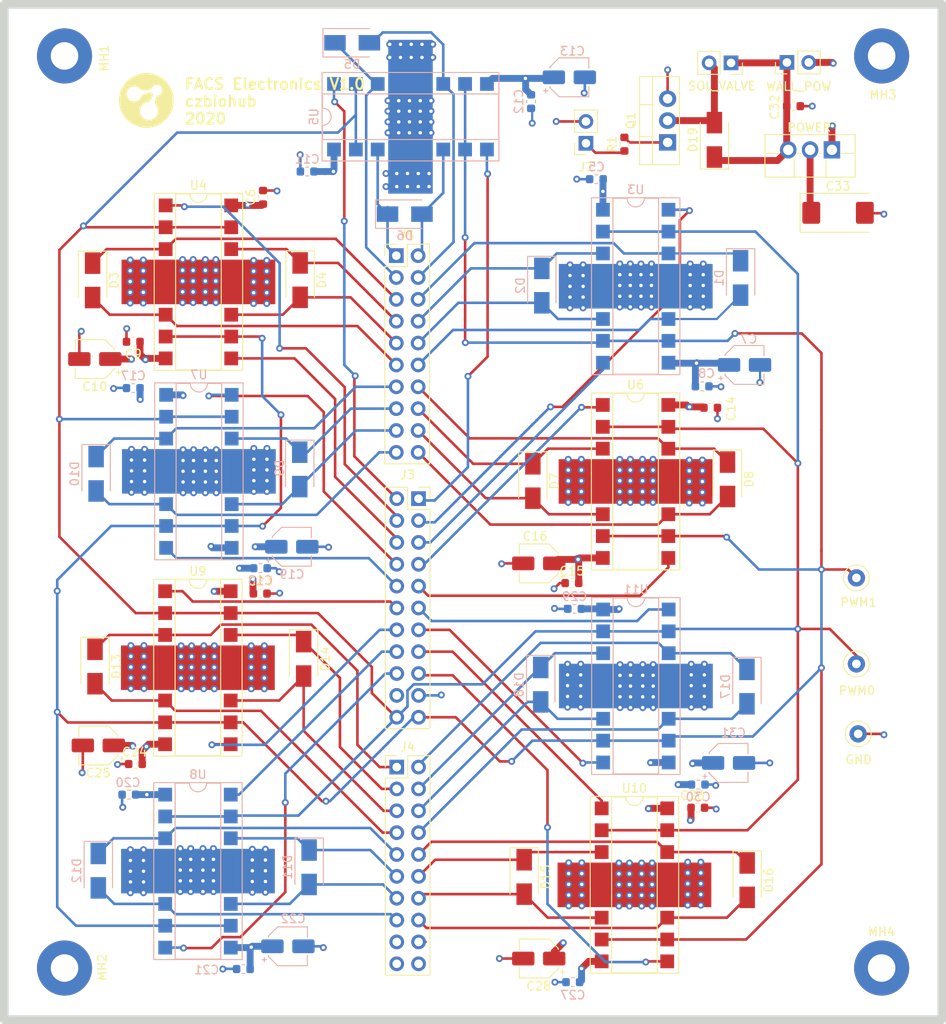
<source format=kicad_pcb>
(kicad_pcb (version 20171130) (host pcbnew "(5.1.6-0-10_14)")

  (general
    (thickness 1.6)
    (drawings 5)
    (tracks 1152)
    (zones 0)
    (modules 74)
    (nets 63)
  )

  (page A)
  (title_block
    (title "PCB Shield")
    (date 2020-09-10)
    (rev A)
    (company "Chan Zuckerberg Biohub")
  )

  (layers
    (0 F.Cu signal)
    (1 In1.Cu power)
    (2 In2.Cu power)
    (31 B.Cu signal)
    (32 B.Adhes user)
    (33 F.Adhes user)
    (34 B.Paste user)
    (35 F.Paste user)
    (36 B.SilkS user)
    (37 F.SilkS user)
    (38 B.Mask user)
    (39 F.Mask user)
    (40 Dwgs.User user)
    (41 Cmts.User user)
    (42 Eco1.User user)
    (43 Eco2.User user)
    (44 Edge.Cuts user)
    (45 Margin user)
    (46 B.CrtYd user)
    (47 F.CrtYd user)
    (48 B.Fab user)
    (49 F.Fab user hide)
  )

  (setup
    (last_trace_width 0.3)
    (trace_clearance 0.25)
    (zone_clearance 0.508)
    (zone_45_only no)
    (trace_min 0.2)
    (via_size 0.8)
    (via_drill 0.4)
    (via_min_size 0.4)
    (via_min_drill 0.3)
    (blind_buried_vias_allowed yes)
    (uvia_size 0.3)
    (uvia_drill 0.1)
    (uvias_allowed no)
    (uvia_min_size 0.2)
    (uvia_min_drill 0.1)
    (edge_width 0.05)
    (segment_width 0.2)
    (pcb_text_width 0.3)
    (pcb_text_size 1.5 1.5)
    (mod_edge_width 0.12)
    (mod_text_size 1 1)
    (mod_text_width 0.15)
    (pad_size 6.4 6.4)
    (pad_drill 3.2)
    (pad_to_mask_clearance 0.05)
    (aux_axis_origin 0 0)
    (grid_origin 64.304 153.076)
    (visible_elements FFFFFF7F)
    (pcbplotparams
      (layerselection 0x00004_7ffffff8)
      (usegerberextensions false)
      (usegerberattributes true)
      (usegerberadvancedattributes true)
      (creategerberjobfile true)
      (excludeedgelayer true)
      (linewidth 0.100000)
      (plotframeref false)
      (viasonmask false)
      (mode 1)
      (useauxorigin false)
      (hpglpennumber 1)
      (hpglpenspeed 20)
      (hpglpendiameter 15.000000)
      (psnegative false)
      (psa4output false)
      (plotreference true)
      (plotvalue true)
      (plotinvisibletext false)
      (padsonsilk false)
      (subtractmaskfromsilk false)
      (outputformat 1)
      (mirror false)
      (drillshape 0)
      (scaleselection 1)
      (outputdirectory ""))
  )

  (net 0 "")
  (net 1 /Arduino/PWM0)
  (net 2 +5V)
  (net 3 /Arduino/PWM1)
  (net 4 GND)
  (net 5 /Arduino/M2)
  (net 6 /Arduino/M3)
  (net 7 /Arduino/M4)
  (net 8 /Arduino/M5)
  (net 9 /Arduino/M6)
  (net 10 /Arduino/M7)
  (net 11 /Arduino/M8)
  (net 12 /Arduino/M1)
  (net 13 /Arduino/M10)
  (net 14 /Arduino/M17)
  (net 15 /Arduino/M16)
  (net 16 /Arduino/M15)
  (net 17 /Arduino/M14)
  (net 18 /Arduino/M13)
  (net 19 /Arduino/M12)
  (net 20 /Arduino/M11)
  (net 21 /Arduino/M18)
  (net 22 /Arduino/M9)
  (net 23 "/Motor Circuits/MA1")
  (net 24 "/Motor Circuits/MB1")
  (net 25 "/Motor Circuits/MB2")
  (net 26 "/Motor Circuits/MA2")
  (net 27 "/Motor Circuits/MA3")
  (net 28 "/Motor Circuits/MB3")
  (net 29 "/Motor Circuits/MA4")
  (net 30 "/Motor Circuits/MB4")
  (net 31 "/Motor Circuits/MA5")
  (net 32 "/Motor Circuits/MB5")
  (net 33 "/Motor Circuits/MA6")
  (net 34 "/Motor Circuits/MB6")
  (net 35 "/Motor Circuits/MA7")
  (net 36 "/Motor Circuits/MB7")
  (net 37 "/Motor Circuits/MA8")
  (net 38 "/Motor Circuits/MB8")
  (net 39 "/Motor Circuits/MA9")
  (net 40 "/Motor Circuits/MB9")
  (net 41 "/Motor Circuits/MA10")
  (net 42 "/Motor Circuits/MB10")
  (net 43 "/Motor Circuits/MA11")
  (net 44 "/Motor Circuits/MB11")
  (net 45 "/Motor Circuits/MA12")
  (net 46 "/Motor Circuits/MB12")
  (net 47 "/Motor Circuits/MA13")
  (net 48 "/Motor Circuits/MB13")
  (net 49 "/Motor Circuits/MA14")
  (net 50 "/Motor Circuits/MB14")
  (net 51 "/Motor Circuits/MA15")
  (net 52 "/Motor Circuits/MB15")
  (net 53 "/Motor Circuits/MA16")
  (net 54 "/Motor Circuits/MB16")
  (net 55 "/Motor Circuits/MA17")
  (net 56 "/Motor Circuits/MB17")
  (net 57 "/Motor Circuits/MA18")
  (net 58 "/Motor Circuits/MB18")
  (net 59 +12V)
  (net 60 "Net-(D19-Pad2)")
  (net 61 "Net-(Q1-Pad1)")
  (net 62 /Arduino/SOL_V)

  (net_class Default "This is the default net class."
    (clearance 0.25)
    (trace_width 0.3)
    (via_dia 0.8)
    (via_drill 0.4)
    (uvia_dia 0.3)
    (uvia_drill 0.1)
    (add_net /Arduino/M1)
    (add_net /Arduino/M10)
    (add_net /Arduino/M11)
    (add_net /Arduino/M12)
    (add_net /Arduino/M13)
    (add_net /Arduino/M14)
    (add_net /Arduino/M15)
    (add_net /Arduino/M16)
    (add_net /Arduino/M17)
    (add_net /Arduino/M18)
    (add_net /Arduino/M2)
    (add_net /Arduino/M3)
    (add_net /Arduino/M4)
    (add_net /Arduino/M5)
    (add_net /Arduino/M6)
    (add_net /Arduino/M7)
    (add_net /Arduino/M8)
    (add_net /Arduino/M9)
    (add_net /Arduino/PWM0)
    (add_net /Arduino/PWM1)
    (add_net /Arduino/SOL_V)
    (add_net "/Motor Circuits/MA1")
    (add_net "/Motor Circuits/MA10")
    (add_net "/Motor Circuits/MA11")
    (add_net "/Motor Circuits/MA12")
    (add_net "/Motor Circuits/MA13")
    (add_net "/Motor Circuits/MA14")
    (add_net "/Motor Circuits/MA15")
    (add_net "/Motor Circuits/MA16")
    (add_net "/Motor Circuits/MA17")
    (add_net "/Motor Circuits/MA18")
    (add_net "/Motor Circuits/MA2")
    (add_net "/Motor Circuits/MA3")
    (add_net "/Motor Circuits/MA4")
    (add_net "/Motor Circuits/MA5")
    (add_net "/Motor Circuits/MA6")
    (add_net "/Motor Circuits/MA7")
    (add_net "/Motor Circuits/MA8")
    (add_net "/Motor Circuits/MA9")
    (add_net "/Motor Circuits/MB1")
    (add_net "/Motor Circuits/MB10")
    (add_net "/Motor Circuits/MB11")
    (add_net "/Motor Circuits/MB12")
    (add_net "/Motor Circuits/MB13")
    (add_net "/Motor Circuits/MB14")
    (add_net "/Motor Circuits/MB15")
    (add_net "/Motor Circuits/MB16")
    (add_net "/Motor Circuits/MB17")
    (add_net "/Motor Circuits/MB18")
    (add_net "/Motor Circuits/MB2")
    (add_net "/Motor Circuits/MB3")
    (add_net "/Motor Circuits/MB4")
    (add_net "/Motor Circuits/MB5")
    (add_net "/Motor Circuits/MB6")
    (add_net "/Motor Circuits/MB7")
    (add_net "/Motor Circuits/MB8")
    (add_net "/Motor Circuits/MB9")
    (add_net GND)
    (add_net "Net-(Q1-Pad1)")
  )

  (net_class Power ""
    (clearance 0.25)
    (trace_width 0.8)
    (via_dia 0.8)
    (via_drill 0.4)
    (uvia_dia 0.3)
    (uvia_drill 0.1)
    (add_net +12V)
    (add_net +5V)
    (add_net "Net-(D19-Pad2)")
  )

  (module Logos:logos (layer F.Cu) (tedit 0) (tstamp 5F8698A7)
    (at 81.2712 46.0404)
    (fp_text reference G*** (at 0 0) (layer F.SilkS) hide
      (effects (font (size 1.524 1.524) (thickness 0.3)))
    )
    (fp_text value LOGO (at 0.75 0) (layer F.SilkS) hide
      (effects (font (size 1.524 1.524) (thickness 0.3)))
    )
    (fp_poly (pts (xy 0.198493 -3.169161) (xy 0.372422 -3.154883) (xy 0.502477 -3.137344) (xy 0.728792 -3.092446)
      (xy 0.949391 -3.031904) (xy 1.163616 -2.956233) (xy 1.370806 -2.865949) (xy 1.570304 -2.761568)
      (xy 1.76145 -2.643606) (xy 1.943587 -2.512579) (xy 2.116055 -2.369003) (xy 2.278195 -2.213393)
      (xy 2.429349 -2.046265) (xy 2.568858 -1.868136) (xy 2.696064 -1.679521) (xy 2.810307 -1.480937)
      (xy 2.910929 -1.272898) (xy 2.925148 -1.240111) (xy 3.007115 -1.026849) (xy 3.072804 -0.80897)
      (xy 3.122224 -0.586436) (xy 3.155381 -0.359212) (xy 3.172282 -0.127264) (xy 3.174652 0)
      (xy 3.166395 0.233606) (xy 3.141772 0.463523) (xy 3.101001 0.689169) (xy 3.044301 0.909962)
      (xy 2.971893 1.125321) (xy 2.883995 1.334665) (xy 2.780826 1.537413) (xy 2.662607 1.732984)
      (xy 2.529556 1.920795) (xy 2.382364 2.099733) (xy 2.220893 2.269882) (xy 2.049724 2.426255)
      (xy 1.86933 2.568613) (xy 1.680184 2.696718) (xy 1.48276 2.810333) (xy 1.277529 2.90922)
      (xy 1.064964 2.99314) (xy 0.845539 3.061857) (xy 0.619726 3.115132) (xy 0.387998 3.152727)
      (xy 0.262466 3.166256) (xy 0.20598 3.169962) (xy 0.136826 3.172401) (xy 0.059218 3.173603)
      (xy -0.022627 3.173595) (xy -0.104494 3.172408) (xy -0.182168 3.170069) (xy -0.251434 3.166608)
      (xy -0.3048 3.162387) (xy -0.535427 3.13094) (xy -0.760807 3.083697) (xy -0.980305 3.021125)
      (xy -1.193281 2.943694) (xy -1.399096 2.85187) (xy -1.597113 2.746124) (xy -1.786693 2.626922)
      (xy -1.967198 2.494734) (xy -2.137989 2.350027) (xy -2.298428 2.19327) (xy -2.447877 2.024931)
      (xy -2.585697 1.845479) (xy -2.71125 1.655381) (xy -2.823898 1.455107) (xy -2.923002 1.245123)
      (xy -2.925149 1.24011) (xy -3.007116 1.026848) (xy -3.072805 0.808969) (xy -3.122225 0.586435)
      (xy -3.155382 0.359211) (xy -3.172283 0.127263) (xy -3.174653 0) (xy -3.166529 -0.234516)
      (xy -3.142154 -0.464287) (xy -3.101519 -0.68935) (xy -3.083855 -0.757767) (xy -2.280098 -0.757767)
      (xy -2.279704 -0.704093) (xy -2.278187 -0.662537) (xy -2.275044 -0.628295) (xy -2.269773 -0.596564)
      (xy -2.261873 -0.562539) (xy -2.258232 -0.548591) (xy -2.218931 -0.432288) (xy -2.16574 -0.324619)
      (xy -2.099697 -0.226541) (xy -2.021838 -0.139012) (xy -1.933199 -0.062989) (xy -1.834817 0.000568)
      (xy -1.727729 0.050703) (xy -1.612971 0.086456) (xy -1.558875 0.097639) (xy -1.44441 0.109358)
      (xy -1.32979 0.105171) (xy -1.216833 0.08584) (xy -1.107352 0.052128) (xy -1.003166 0.004798)
      (xy -0.90609 -0.055389) (xy -0.81794 -0.127668) (xy -0.740533 -0.211277) (xy -0.7033 -0.261662)
      (xy -0.679945 -0.298945) (xy -0.654795 -0.34376) (xy -0.630478 -0.390962) (xy -0.609618 -0.435408)
      (xy -0.594841 -0.471955) (xy -0.592686 -0.478367) (xy -0.563565 -0.547083) (xy -0.522832 -0.6105)
      (xy -0.473084 -0.665755) (xy -0.416922 -0.709987) (xy -0.356944 -0.740335) (xy -0.353673 -0.741514)
      (xy -0.337997 -0.746048) (xy -0.307688 -0.753891) (xy -0.264623 -0.76459) (xy -0.210678 -0.777691)
      (xy -0.14773 -0.792742) (xy -0.077655 -0.809289) (xy -0.002331 -0.826879) (xy 0.050704 -0.839153)
      (xy 0.140516 -0.859784) (xy 0.215498 -0.876798) (xy 0.277288 -0.890506) (xy 0.327527 -0.901223)
      (xy 0.367853 -0.909261) (xy 0.399908 -0.914935) (xy 0.425329 -0.918557) (xy 0.445758 -0.92044)
      (xy 0.462833 -0.920899) (xy 0.475922 -0.920403) (xy 0.54097 -0.908907) (xy 0.598924 -0.882824)
      (xy 0.651538 -0.841268) (xy 0.669049 -0.822867) (xy 0.710224 -0.771175) (xy 0.737623 -0.722581)
      (xy 0.752914 -0.673235) (xy 0.757764 -0.619289) (xy 0.757766 -0.618067) (xy 0.757766 -0.554567)
      (xy 0.652875 -0.338667) (xy 0.616023 -0.263242) (xy 0.585134 -0.201224) (xy 0.559056 -0.150656)
      (xy 0.536635 -0.109579) (xy 0.516717 -0.076037) (xy 0.49815 -0.048072) (xy 0.47978 -0.023726)
      (xy 0.460453 -0.00104) (xy 0.442699 0.018098) (xy 0.373824 0.079754) (xy 0.295904 0.129214)
      (xy 0.207267 0.167366) (xy 0.112232 0.193812) (xy -0.020213 0.230678) (xy -0.143969 0.281286)
      (xy -0.258233 0.345034) (xy -0.362199 0.421324) (xy -0.455061 0.509554) (xy -0.536015 0.609125)
      (xy -0.604255 0.719437) (xy -0.611408 0.733089) (xy -0.666359 0.856962) (xy -0.705135 0.982294)
      (xy -0.728092 1.107958) (xy -0.735581 1.232827) (xy -0.727957 1.355774) (xy -0.705574 1.475673)
      (xy -0.668786 1.591397) (xy -0.617945 1.701818) (xy -0.553406 1.80581) (xy -0.475522 1.902246)
      (xy -0.384648 1.99) (xy -0.281137 2.067944) (xy -0.172511 2.131321) (xy -0.067773 2.179427)
      (xy 0.034086 2.214549) (xy 0.138551 2.238423) (xy 0.190499 2.246303) (xy 0.234362 2.249743)
      (xy 0.288906 2.250693) (xy 0.348086 2.249299) (xy 0.405855 2.245708) (xy 0.456167 2.240062)
      (xy 0.457235 2.239902) (xy 0.58709 2.212115) (xy 0.709783 2.168983) (xy 0.825311 2.110508)
      (xy 0.933673 2.036692) (xy 1.034864 1.947536) (xy 1.03824 1.944173) (xy 1.126154 1.844847)
      (xy 1.1994 1.738136) (xy 1.257864 1.625312) (xy 1.30143 1.507645) (xy 1.329986 1.386408)
      (xy 1.343417 1.26287) (xy 1.341608 1.138303) (xy 1.324446 1.013978) (xy 1.291815 0.891166)
      (xy 1.243603 0.771139) (xy 1.179694 0.655167) (xy 1.157181 0.620973) (xy 1.095911 0.519738)
      (xy 1.051305 0.418963) (xy 1.023138 0.317835) (xy 1.011189 0.215537) (xy 1.015234 0.111257)
      (xy 1.01601 0.104678) (xy 1.020845 0.075802) (xy 1.029494 0.034781) (xy 1.041218 -0.015621)
      (xy 1.055275 -0.072639) (xy 1.070924 -0.133511) (xy 1.087426 -0.195471) (xy 1.104039 -0.255756)
      (xy 1.120024 -0.311602) (xy 1.134638 -0.360245) (xy 1.147143 -0.398921) (xy 1.156796 -0.424865)
      (xy 1.159426 -0.430547) (xy 1.185755 -0.470293) (xy 1.220457 -0.501232) (xy 1.266094 -0.525019)
      (xy 1.325227 -0.543309) (xy 1.338749 -0.54642) (xy 1.37324 -0.556158) (xy 1.41628 -0.57144)
      (xy 1.461459 -0.589873) (xy 1.489795 -0.602824) (xy 1.530142 -0.623043) (xy 1.561796 -0.641417)
      (xy 1.589708 -0.661529) (xy 1.618828 -0.68696) (xy 1.654105 -0.721292) (xy 1.655617 -0.722803)
      (xy 1.691509 -0.759795) (xy 1.718197 -0.790589) (xy 1.739288 -0.820058) (xy 1.75839 -0.853079)
      (xy 1.772321 -0.880534) (xy 1.802122 -0.946696) (xy 1.822611 -1.006518) (xy 1.835578 -1.066444)
      (xy 1.842815 -1.132918) (xy 1.842926 -1.134534) (xy 1.841799 -1.219405) (xy 1.828184 -1.307464)
      (xy 1.8037 -1.390289) (xy 1.767158 -1.465989) (xy 1.716391 -1.539643) (xy 1.654098 -1.608584)
      (xy 1.582976 -1.670143) (xy 1.505723 -1.721654) (xy 1.432202 -1.757615) (xy 1.37141 -1.779922)
      (xy 1.317257 -1.793983) (xy 1.262868 -1.800977) (xy 1.201365 -1.802081) (xy 1.177085 -1.801301)
      (xy 1.083201 -1.792059) (xy 0.999113 -1.771734) (xy 0.921872 -1.739) (xy 0.84853 -1.692536)
      (xy 0.776138 -1.631017) (xy 0.757766 -1.613053) (xy 0.717927 -1.57135) (xy 0.687715 -1.53495)
      (xy 0.66331 -1.49886) (xy 0.644299 -1.464734) (xy 0.605422 -1.397057) (xy 0.565556 -1.343811)
      (xy 0.52224 -1.302558) (xy 0.473015 -1.27086) (xy 0.428797 -1.251147) (xy 0.411222 -1.24684)
      (xy 0.378905 -1.241286) (xy 0.333975 -1.234716) (xy 0.278557 -1.22736) (xy 0.214781 -1.219445)
      (xy 0.144772 -1.211203) (xy 0.070659 -1.202862) (xy -0.005431 -1.194653) (xy -0.081371 -1.186804)
      (xy -0.155033 -1.179545) (xy -0.22429 -1.173107) (xy -0.287015 -1.167717) (xy -0.34108 -1.163607)
      (xy -0.384358 -1.161005) (xy -0.41465 -1.160141) (xy -0.473849 -1.162709) (xy -0.525919 -1.17095)
      (xy -0.573713 -1.186285) (xy -0.620082 -1.210139) (xy -0.667877 -1.243934) (xy -0.719952 -1.289094)
      (xy -0.769392 -1.337157) (xy -0.839261 -1.404271) (xy -0.904037 -1.458937) (xy -0.967174 -1.503321)
      (xy -1.032122 -1.539595) (xy -1.102336 -1.569927) (xy -1.181268 -1.596486) (xy -1.182929 -1.596985)
      (xy -1.244326 -1.611) (xy -1.316428 -1.620444) (xy -1.39357 -1.625084) (xy -1.470087 -1.624683)
      (xy -1.540314 -1.619009) (xy -1.575701 -1.613255) (xy -1.694185 -1.580931) (xy -1.805279 -1.533535)
      (xy -1.908224 -1.47146) (xy -2.002265 -1.395094) (xy -2.006856 -1.390779) (xy -2.090824 -1.300096)
      (xy -2.160273 -1.200722) (xy -2.215292 -1.092504) (xy -2.255972 -0.97529) (xy -2.258232 -0.966943)
      (xy -2.267218 -0.930882) (xy -2.273391 -0.89887) (xy -2.277253 -0.866102) (xy -2.279306 -0.827775)
      (xy -2.280053 -0.779085) (xy -2.280098 -0.757767) (xy -3.083855 -0.757767) (xy -3.044618 -0.909739)
      (xy -2.971444 -1.125491) (xy -2.925149 -1.240111) (xy -2.826679 -1.449557) (xy -2.714487 -1.649629)
      (xy -2.589231 -1.83981) (xy -2.451571 -2.019585) (xy -2.302164 -2.188437) (xy -2.14167 -2.345851)
      (xy -1.970747 -2.491311) (xy -1.790053 -2.6243) (xy -1.600249 -2.744304) (xy -1.401992 -2.850806)
      (xy -1.195942 -2.943291) (xy -0.982756 -3.021242) (xy -0.763094 -3.084144) (xy -0.537615 -3.13148)
      (xy -0.502478 -3.137344) (xy -0.336404 -3.158638) (xy -0.160898 -3.171039) (xy 0.01906 -3.174547)
      (xy 0.198493 -3.169161)) (layer F.SilkS) (width 0.01))
  )

  (module Capacitor_SMD:C_0603_1608Metric (layer F.Cu) (tedit 5B301BBE) (tstamp 5F809661)
    (at 94.8348 57.2926 90)
    (descr "Capacitor SMD 0603 (1608 Metric), square (rectangular) end terminal, IPC_7351 nominal, (Body size source: http://www.tortai-tech.com/upload/download/2011102023233369053.pdf), generated with kicad-footprint-generator")
    (tags capacitor)
    (path /5F5AA585/5FB9D6B1)
    (attr smd)
    (fp_text reference C6 (at 0 -1.43 90) (layer F.SilkS)
      (effects (font (size 1 1) (thickness 0.15)))
    )
    (fp_text value 1u (at 0 1.43 90) (layer F.Fab)
      (effects (font (size 1 1) (thickness 0.15)))
    )
    (fp_line (start 1.48 0.73) (end -1.48 0.73) (layer F.CrtYd) (width 0.05))
    (fp_line (start 1.48 -0.73) (end 1.48 0.73) (layer F.CrtYd) (width 0.05))
    (fp_line (start -1.48 -0.73) (end 1.48 -0.73) (layer F.CrtYd) (width 0.05))
    (fp_line (start -1.48 0.73) (end -1.48 -0.73) (layer F.CrtYd) (width 0.05))
    (fp_line (start -0.162779 0.51) (end 0.162779 0.51) (layer F.SilkS) (width 0.12))
    (fp_line (start -0.162779 -0.51) (end 0.162779 -0.51) (layer F.SilkS) (width 0.12))
    (fp_line (start 0.8 0.4) (end -0.8 0.4) (layer F.Fab) (width 0.1))
    (fp_line (start 0.8 -0.4) (end 0.8 0.4) (layer F.Fab) (width 0.1))
    (fp_line (start -0.8 -0.4) (end 0.8 -0.4) (layer F.Fab) (width 0.1))
    (fp_line (start -0.8 0.4) (end -0.8 -0.4) (layer F.Fab) (width 0.1))
    (fp_text user %R (at 0 0 90) (layer F.Fab)
      (effects (font (size 0.4 0.4) (thickness 0.06)))
    )
    (pad 2 smd roundrect (at 0.7875 0 90) (size 0.875 0.95) (layers F.Cu F.Paste F.Mask) (roundrect_rratio 0.25)
      (net 4 GND))
    (pad 1 smd roundrect (at -0.7875 0 90) (size 0.875 0.95) (layers F.Cu F.Paste F.Mask) (roundrect_rratio 0.25)
      (net 2 +5V))
    (model ${KISYS3DMOD}/Capacitor_SMD.3dshapes/C_0603_1608Metric.wrl
      (at (xyz 0 0 0))
      (scale (xyz 1 1 1))
      (rotate (xyz 0 0 0))
    )
  )

  (module Capacitor_SMD:C_0603_1608Metric (layer B.Cu) (tedit 5B301BBE) (tstamp 5F7FF736)
    (at 145.8888 79.2636)
    (descr "Capacitor SMD 0603 (1608 Metric), square (rectangular) end terminal, IPC_7351 nominal, (Body size source: http://www.tortai-tech.com/upload/download/2011102023233369053.pdf), generated with kicad-footprint-generator")
    (tags capacitor)
    (path /5F5AA585/5FBBBA7E)
    (attr smd)
    (fp_text reference C8 (at 0.5 -1.5 180) (layer B.SilkS)
      (effects (font (size 1 1) (thickness 0.15)) (justify mirror))
    )
    (fp_text value 0.1u (at 0 1 180) (layer B.Fab)
      (effects (font (size 0.4 0.4) (thickness 0.06)) (justify mirror))
    )
    (fp_line (start 1.48 -0.73) (end -1.48 -0.73) (layer B.CrtYd) (width 0.05))
    (fp_line (start 1.48 0.73) (end 1.48 -0.73) (layer B.CrtYd) (width 0.05))
    (fp_line (start -1.48 0.73) (end 1.48 0.73) (layer B.CrtYd) (width 0.05))
    (fp_line (start -1.48 -0.73) (end -1.48 0.73) (layer B.CrtYd) (width 0.05))
    (fp_line (start -0.162779 -0.51) (end 0.162779 -0.51) (layer B.SilkS) (width 0.12))
    (fp_line (start -0.162779 0.51) (end 0.162779 0.51) (layer B.SilkS) (width 0.12))
    (fp_line (start 0.8 -0.4) (end -0.8 -0.4) (layer B.Fab) (width 0.1))
    (fp_line (start 0.8 0.4) (end 0.8 -0.4) (layer B.Fab) (width 0.1))
    (fp_line (start -0.8 0.4) (end 0.8 0.4) (layer B.Fab) (width 0.1))
    (fp_line (start -0.8 -0.4) (end -0.8 0.4) (layer B.Fab) (width 0.1))
    (fp_text user %R (at 0 0 180) (layer B.Fab)
      (effects (font (size 0.4 0.4) (thickness 0.06)) (justify mirror))
    )
    (pad 2 smd roundrect (at 0.7875 0) (size 0.875 0.95) (layers B.Cu B.Paste B.Mask) (roundrect_rratio 0.25)
      (net 4 GND))
    (pad 1 smd roundrect (at -0.7875 0) (size 0.875 0.95) (layers B.Cu B.Paste B.Mask) (roundrect_rratio 0.25)
      (net 2 +5V))
    (model ${KISYS3DMOD}/Capacitor_SMD.3dshapes/C_0603_1608Metric.wrl
      (at (xyz 0 0 0))
      (scale (xyz 1 1 1))
      (rotate (xyz 0 0 0))
    )
  )

  (module Capacitor_SMD:C_0603_1608Metric (layer F.Cu) (tedit 5B301BBE) (tstamp 5F809631)
    (at 79.7472 74.082 180)
    (descr "Capacitor SMD 0603 (1608 Metric), square (rectangular) end terminal, IPC_7351 nominal, (Body size source: http://www.tortai-tech.com/upload/download/2011102023233369053.pdf), generated with kicad-footprint-generator")
    (tags capacitor)
    (path /5F5AA585/5FBBBA78)
    (attr smd)
    (fp_text reference C9 (at 0 -1.43) (layer F.SilkS)
      (effects (font (size 1 1) (thickness 0.15)))
    )
    (fp_text value 1u (at 0 1.43) (layer F.Fab)
      (effects (font (size 1 1) (thickness 0.15)))
    )
    (fp_line (start -0.8 0.4) (end -0.8 -0.4) (layer F.Fab) (width 0.1))
    (fp_line (start -0.8 -0.4) (end 0.8 -0.4) (layer F.Fab) (width 0.1))
    (fp_line (start 0.8 -0.4) (end 0.8 0.4) (layer F.Fab) (width 0.1))
    (fp_line (start 0.8 0.4) (end -0.8 0.4) (layer F.Fab) (width 0.1))
    (fp_line (start -0.162779 -0.51) (end 0.162779 -0.51) (layer F.SilkS) (width 0.12))
    (fp_line (start -0.162779 0.51) (end 0.162779 0.51) (layer F.SilkS) (width 0.12))
    (fp_line (start -1.48 0.73) (end -1.48 -0.73) (layer F.CrtYd) (width 0.05))
    (fp_line (start -1.48 -0.73) (end 1.48 -0.73) (layer F.CrtYd) (width 0.05))
    (fp_line (start 1.48 -0.73) (end 1.48 0.73) (layer F.CrtYd) (width 0.05))
    (fp_line (start 1.48 0.73) (end -1.48 0.73) (layer F.CrtYd) (width 0.05))
    (fp_text user %R (at 0 0) (layer F.Fab)
      (effects (font (size 0.4 0.4) (thickness 0.06)))
    )
    (pad 1 smd roundrect (at -0.7875 0 180) (size 0.875 0.95) (layers F.Cu F.Paste F.Mask) (roundrect_rratio 0.25)
      (net 2 +5V))
    (pad 2 smd roundrect (at 0.7875 0 180) (size 0.875 0.95) (layers F.Cu F.Paste F.Mask) (roundrect_rratio 0.25)
      (net 4 GND))
    (model ${KISYS3DMOD}/Capacitor_SMD.3dshapes/C_0603_1608Metric.wrl
      (at (xyz 0 0 0))
      (scale (xyz 1 1 1))
      (rotate (xyz 0 0 0))
    )
  )

  (module Capacitor_SMD:C_0603_1608Metric (layer B.Cu) (tedit 5B301BBE) (tstamp 5F76DC00)
    (at 99.9656 54.2954 180)
    (descr "Capacitor SMD 0603 (1608 Metric), square (rectangular) end terminal, IPC_7351 nominal, (Body size source: http://www.tortai-tech.com/upload/download/2011102023233369053.pdf), generated with kicad-footprint-generator")
    (tags capacitor)
    (path /5F5AA585/5FB45D24)
    (attr smd)
    (fp_text reference C11 (at 0 1.43 180) (layer B.SilkS)
      (effects (font (size 1 1) (thickness 0.15)) (justify mirror))
    )
    (fp_text value 0.1u (at 0 -1.43 180) (layer B.Fab)
      (effects (font (size 1 1) (thickness 0.15)) (justify mirror))
    )
    (fp_line (start -0.8 -0.4) (end -0.8 0.4) (layer B.Fab) (width 0.1))
    (fp_line (start -0.8 0.4) (end 0.8 0.4) (layer B.Fab) (width 0.1))
    (fp_line (start 0.8 0.4) (end 0.8 -0.4) (layer B.Fab) (width 0.1))
    (fp_line (start 0.8 -0.4) (end -0.8 -0.4) (layer B.Fab) (width 0.1))
    (fp_line (start -0.162779 0.51) (end 0.162779 0.51) (layer B.SilkS) (width 0.12))
    (fp_line (start -0.162779 -0.51) (end 0.162779 -0.51) (layer B.SilkS) (width 0.12))
    (fp_line (start -1.48 -0.73) (end -1.48 0.73) (layer B.CrtYd) (width 0.05))
    (fp_line (start -1.48 0.73) (end 1.48 0.73) (layer B.CrtYd) (width 0.05))
    (fp_line (start 1.48 0.73) (end 1.48 -0.73) (layer B.CrtYd) (width 0.05))
    (fp_line (start 1.48 -0.73) (end -1.48 -0.73) (layer B.CrtYd) (width 0.05))
    (fp_text user %R (at 0 0 180) (layer B.Fab)
      (effects (font (size 0.4 0.4) (thickness 0.06)) (justify mirror))
    )
    (pad 1 smd roundrect (at -0.7875 0 180) (size 0.875 0.95) (layers B.Cu B.Paste B.Mask) (roundrect_rratio 0.25)
      (net 2 +5V))
    (pad 2 smd roundrect (at 0.7875 0 180) (size 0.875 0.95) (layers B.Cu B.Paste B.Mask) (roundrect_rratio 0.25)
      (net 4 GND))
    (model ${KISYS3DMOD}/Capacitor_SMD.3dshapes/C_0603_1608Metric.wrl
      (at (xyz 0 0 0))
      (scale (xyz 1 1 1))
      (rotate (xyz 0 0 0))
    )
  )

  (module Capacitor_SMD:C_0603_1608Metric (layer B.Cu) (tedit 5B301BBE) (tstamp 5F76DBD0)
    (at 126.0006 46.1675 270)
    (descr "Capacitor SMD 0603 (1608 Metric), square (rectangular) end terminal, IPC_7351 nominal, (Body size source: http://www.tortai-tech.com/upload/download/2011102023233369053.pdf), generated with kicad-footprint-generator")
    (tags capacitor)
    (path /5F5AA585/5FB45D2A)
    (attr smd)
    (fp_text reference C12 (at 0 1.43 270) (layer B.SilkS)
      (effects (font (size 1 1) (thickness 0.15)) (justify mirror))
    )
    (fp_text value 1uF (at 0 -1.43 270) (layer B.Fab)
      (effects (font (size 1 1) (thickness 0.15)) (justify mirror))
    )
    (fp_line (start -0.8 -0.4) (end -0.8 0.4) (layer B.Fab) (width 0.1))
    (fp_line (start -0.8 0.4) (end 0.8 0.4) (layer B.Fab) (width 0.1))
    (fp_line (start 0.8 0.4) (end 0.8 -0.4) (layer B.Fab) (width 0.1))
    (fp_line (start 0.8 -0.4) (end -0.8 -0.4) (layer B.Fab) (width 0.1))
    (fp_line (start -0.162779 0.51) (end 0.162779 0.51) (layer B.SilkS) (width 0.12))
    (fp_line (start -0.162779 -0.51) (end 0.162779 -0.51) (layer B.SilkS) (width 0.12))
    (fp_line (start -1.48 -0.73) (end -1.48 0.73) (layer B.CrtYd) (width 0.05))
    (fp_line (start -1.48 0.73) (end 1.48 0.73) (layer B.CrtYd) (width 0.05))
    (fp_line (start 1.48 0.73) (end 1.48 -0.73) (layer B.CrtYd) (width 0.05))
    (fp_line (start 1.48 -0.73) (end -1.48 -0.73) (layer B.CrtYd) (width 0.05))
    (fp_text user %R (at 0 0 270) (layer B.Fab)
      (effects (font (size 0.4 0.4) (thickness 0.06)) (justify mirror))
    )
    (pad 1 smd roundrect (at -0.7875 0 270) (size 0.875 0.95) (layers B.Cu B.Paste B.Mask) (roundrect_rratio 0.25)
      (net 2 +5V))
    (pad 2 smd roundrect (at 0.7875 0 270) (size 0.875 0.95) (layers B.Cu B.Paste B.Mask) (roundrect_rratio 0.25)
      (net 4 GND))
    (model ${KISYS3DMOD}/Capacitor_SMD.3dshapes/C_0603_1608Metric.wrl
      (at (xyz 0 0 0))
      (scale (xyz 1 1 1))
      (rotate (xyz 0 0 0))
    )
  )

  (module Capacitor_SMD:C_0603_1608Metric (layer F.Cu) (tedit 5B301BBE) (tstamp 5F77B4A0)
    (at 146.8793 81.7528)
    (descr "Capacitor SMD 0603 (1608 Metric), square (rectangular) end terminal, IPC_7351 nominal, (Body size source: http://www.tortai-tech.com/upload/download/2011102023233369053.pdf), generated with kicad-footprint-generator")
    (tags capacitor)
    (path /5F5AA585/5FCB9674)
    (attr smd)
    (fp_text reference C14 (at 2.3623 0.1016 270) (layer F.SilkS)
      (effects (font (size 1 1) (thickness 0.15)))
    )
    (fp_text value 0.1u (at 0 1 180) (layer F.Fab)
      (effects (font (size 0.4 0.4) (thickness 0.06)))
    )
    (fp_line (start -0.8 0.4) (end -0.8 -0.4) (layer F.Fab) (width 0.1))
    (fp_line (start -0.8 -0.4) (end 0.8 -0.4) (layer F.Fab) (width 0.1))
    (fp_line (start 0.8 -0.4) (end 0.8 0.4) (layer F.Fab) (width 0.1))
    (fp_line (start 0.8 0.4) (end -0.8 0.4) (layer F.Fab) (width 0.1))
    (fp_line (start -0.162779 -0.51) (end 0.162779 -0.51) (layer F.SilkS) (width 0.12))
    (fp_line (start -0.162779 0.51) (end 0.162779 0.51) (layer F.SilkS) (width 0.12))
    (fp_line (start -1.48 0.73) (end -1.48 -0.73) (layer F.CrtYd) (width 0.05))
    (fp_line (start -1.48 -0.73) (end 1.48 -0.73) (layer F.CrtYd) (width 0.05))
    (fp_line (start 1.48 -0.73) (end 1.48 0.73) (layer F.CrtYd) (width 0.05))
    (fp_line (start 1.48 0.73) (end -1.48 0.73) (layer F.CrtYd) (width 0.05))
    (fp_text user %R (at 0 0 180) (layer F.Fab)
      (effects (font (size 0.4 0.4) (thickness 0.06)))
    )
    (pad 1 smd roundrect (at -0.7875 0) (size 0.875 0.95) (layers F.Cu F.Paste F.Mask) (roundrect_rratio 0.25)
      (net 2 +5V))
    (pad 2 smd roundrect (at 0.7875 0) (size 0.875 0.95) (layers F.Cu F.Paste F.Mask) (roundrect_rratio 0.25)
      (net 4 GND))
    (model ${KISYS3DMOD}/Capacitor_SMD.3dshapes/C_0603_1608Metric.wrl
      (at (xyz 0 0 0))
      (scale (xyz 1 1 1))
      (rotate (xyz 0 0 0))
    )
  )

  (module Capacitor_SMD:C_0603_1608Metric (layer F.Cu) (tedit 5B301BBE) (tstamp 5F77B470)
    (at 130.7504 102.1236 180)
    (descr "Capacitor SMD 0603 (1608 Metric), square (rectangular) end terminal, IPC_7351 nominal, (Body size source: http://www.tortai-tech.com/upload/download/2011102023233369053.pdf), generated with kicad-footprint-generator")
    (tags capacitor)
    (path /5F5AA585/5FCB966E)
    (attr smd)
    (fp_text reference C15 (at 0 1.4) (layer F.SilkS)
      (effects (font (size 1 1) (thickness 0.15)))
    )
    (fp_text value 1u (at -0.2 -1.4) (layer F.Fab)
      (effects (font (size 1 1) (thickness 0.15)))
    )
    (fp_line (start 1.48 0.73) (end -1.48 0.73) (layer F.CrtYd) (width 0.05))
    (fp_line (start 1.48 -0.73) (end 1.48 0.73) (layer F.CrtYd) (width 0.05))
    (fp_line (start -1.48 -0.73) (end 1.48 -0.73) (layer F.CrtYd) (width 0.05))
    (fp_line (start -1.48 0.73) (end -1.48 -0.73) (layer F.CrtYd) (width 0.05))
    (fp_line (start -0.162779 0.51) (end 0.162779 0.51) (layer F.SilkS) (width 0.12))
    (fp_line (start -0.162779 -0.51) (end 0.162779 -0.51) (layer F.SilkS) (width 0.12))
    (fp_line (start 0.8 0.4) (end -0.8 0.4) (layer F.Fab) (width 0.1))
    (fp_line (start 0.8 -0.4) (end 0.8 0.4) (layer F.Fab) (width 0.1))
    (fp_line (start -0.8 -0.4) (end 0.8 -0.4) (layer F.Fab) (width 0.1))
    (fp_line (start -0.8 0.4) (end -0.8 -0.4) (layer F.Fab) (width 0.1))
    (fp_text user %R (at 0 0) (layer F.Fab)
      (effects (font (size 0.4 0.4) (thickness 0.06)))
    )
    (pad 2 smd roundrect (at 0.7875 0 180) (size 0.875 0.95) (layers F.Cu F.Paste F.Mask) (roundrect_rratio 0.25)
      (net 4 GND))
    (pad 1 smd roundrect (at -0.7875 0 180) (size 0.875 0.95) (layers F.Cu F.Paste F.Mask) (roundrect_rratio 0.25)
      (net 2 +5V))
    (model ${KISYS3DMOD}/Capacitor_SMD.3dshapes/C_0603_1608Metric.wrl
      (at (xyz 0 0 0))
      (scale (xyz 1 1 1))
      (rotate (xyz 0 0 0))
    )
  )

  (module Capacitor_SMD:C_0603_1608Metric (layer B.Cu) (tedit 5B301BBE) (tstamp 5F8075A5)
    (at 79.7472 79.4668 180)
    (descr "Capacitor SMD 0603 (1608 Metric), square (rectangular) end terminal, IPC_7351 nominal, (Body size source: http://www.tortai-tech.com/upload/download/2011102023233369053.pdf), generated with kicad-footprint-generator")
    (tags capacitor)
    (path /5F5AA585/5FCB96F3)
    (attr smd)
    (fp_text reference C17 (at 0 1.43) (layer B.SilkS)
      (effects (font (size 1 1) (thickness 0.15)) (justify mirror))
    )
    (fp_text value 0.1u (at 0 -1.43) (layer B.Fab)
      (effects (font (size 1 1) (thickness 0.15)) (justify mirror))
    )
    (fp_line (start 1.48 -0.73) (end -1.48 -0.73) (layer B.CrtYd) (width 0.05))
    (fp_line (start 1.48 0.73) (end 1.48 -0.73) (layer B.CrtYd) (width 0.05))
    (fp_line (start -1.48 0.73) (end 1.48 0.73) (layer B.CrtYd) (width 0.05))
    (fp_line (start -1.48 -0.73) (end -1.48 0.73) (layer B.CrtYd) (width 0.05))
    (fp_line (start -0.162779 -0.51) (end 0.162779 -0.51) (layer B.SilkS) (width 0.12))
    (fp_line (start -0.162779 0.51) (end 0.162779 0.51) (layer B.SilkS) (width 0.12))
    (fp_line (start 0.8 -0.4) (end -0.8 -0.4) (layer B.Fab) (width 0.1))
    (fp_line (start 0.8 0.4) (end 0.8 -0.4) (layer B.Fab) (width 0.1))
    (fp_line (start -0.8 0.4) (end 0.8 0.4) (layer B.Fab) (width 0.1))
    (fp_line (start -0.8 -0.4) (end -0.8 0.4) (layer B.Fab) (width 0.1))
    (fp_text user %R (at 0 0) (layer B.Fab)
      (effects (font (size 0.4 0.4) (thickness 0.06)) (justify mirror))
    )
    (pad 2 smd roundrect (at 0.7875 0 180) (size 0.875 0.95) (layers B.Cu B.Paste B.Mask) (roundrect_rratio 0.25)
      (net 4 GND))
    (pad 1 smd roundrect (at -0.7875 0 180) (size 0.875 0.95) (layers B.Cu B.Paste B.Mask) (roundrect_rratio 0.25)
      (net 2 +5V))
    (model ${KISYS3DMOD}/Capacitor_SMD.3dshapes/C_0603_1608Metric.wrl
      (at (xyz 0 0 0))
      (scale (xyz 1 1 1))
      (rotate (xyz 0 0 0))
    )
  )

  (module Capacitor_SMD:C_0603_1608Metric (layer B.Cu) (tedit 5B301BBE) (tstamp 5F807575)
    (at 94.53 100.3964)
    (descr "Capacitor SMD 0603 (1608 Metric), square (rectangular) end terminal, IPC_7351 nominal, (Body size source: http://www.tortai-tech.com/upload/download/2011102023233369053.pdf), generated with kicad-footprint-generator")
    (tags capacitor)
    (path /5F5AA585/5FCB96ED)
    (attr smd)
    (fp_text reference C18 (at 0 1.43 180) (layer B.SilkS)
      (effects (font (size 1 1) (thickness 0.15)) (justify mirror))
    )
    (fp_text value 1u (at 0 -1.43 180) (layer B.Fab)
      (effects (font (size 1 1) (thickness 0.15)) (justify mirror))
    )
    (fp_line (start 1.48 -0.73) (end -1.48 -0.73) (layer B.CrtYd) (width 0.05))
    (fp_line (start 1.48 0.73) (end 1.48 -0.73) (layer B.CrtYd) (width 0.05))
    (fp_line (start -1.48 0.73) (end 1.48 0.73) (layer B.CrtYd) (width 0.05))
    (fp_line (start -1.48 -0.73) (end -1.48 0.73) (layer B.CrtYd) (width 0.05))
    (fp_line (start -0.162779 -0.51) (end 0.162779 -0.51) (layer B.SilkS) (width 0.12))
    (fp_line (start -0.162779 0.51) (end 0.162779 0.51) (layer B.SilkS) (width 0.12))
    (fp_line (start 0.8 -0.4) (end -0.8 -0.4) (layer B.Fab) (width 0.1))
    (fp_line (start 0.8 0.4) (end 0.8 -0.4) (layer B.Fab) (width 0.1))
    (fp_line (start -0.8 0.4) (end 0.8 0.4) (layer B.Fab) (width 0.1))
    (fp_line (start -0.8 -0.4) (end -0.8 0.4) (layer B.Fab) (width 0.1))
    (fp_text user %R (at 0 0 180) (layer B.Fab)
      (effects (font (size 0.4 0.4) (thickness 0.06)) (justify mirror))
    )
    (pad 2 smd roundrect (at 0.7875 0) (size 0.875 0.95) (layers B.Cu B.Paste B.Mask) (roundrect_rratio 0.25)
      (net 4 GND))
    (pad 1 smd roundrect (at -0.7875 0) (size 0.875 0.95) (layers B.Cu B.Paste B.Mask) (roundrect_rratio 0.25)
      (net 2 +5V))
    (model ${KISYS3DMOD}/Capacitor_SMD.3dshapes/C_0603_1608Metric.wrl
      (at (xyz 0 0 0))
      (scale (xyz 1 1 1))
      (rotate (xyz 0 0 0))
    )
  )

  (module Capacitor_SMD:C_0603_1608Metric (layer B.Cu) (tedit 5B301BBE) (tstamp 5F771435)
    (at 79.2392 126.7108 180)
    (descr "Capacitor SMD 0603 (1608 Metric), square (rectangular) end terminal, IPC_7351 nominal, (Body size source: http://www.tortai-tech.com/upload/download/2011102023233369053.pdf), generated with kicad-footprint-generator")
    (tags capacitor)
    (path /5F5AA585/5FCB9771)
    (attr smd)
    (fp_text reference C20 (at 0.1015 1.397 180) (layer B.SilkS)
      (effects (font (size 1 1) (thickness 0.15)) (justify mirror))
    )
    (fp_text value 0.1u (at -0.1525 -1.143 180) (layer B.Fab)
      (effects (font (size 0.4 0.4) (thickness 0.06)) (justify mirror))
    )
    (fp_line (start -0.8 -0.4) (end -0.8 0.4) (layer B.Fab) (width 0.1))
    (fp_line (start -0.8 0.4) (end 0.8 0.4) (layer B.Fab) (width 0.1))
    (fp_line (start 0.8 0.4) (end 0.8 -0.4) (layer B.Fab) (width 0.1))
    (fp_line (start 0.8 -0.4) (end -0.8 -0.4) (layer B.Fab) (width 0.1))
    (fp_line (start -0.162779 0.51) (end 0.162779 0.51) (layer B.SilkS) (width 0.12))
    (fp_line (start -0.162779 -0.51) (end 0.162779 -0.51) (layer B.SilkS) (width 0.12))
    (fp_line (start -1.48 -0.73) (end -1.48 0.73) (layer B.CrtYd) (width 0.05))
    (fp_line (start -1.48 0.73) (end 1.48 0.73) (layer B.CrtYd) (width 0.05))
    (fp_line (start 1.48 0.73) (end 1.48 -0.73) (layer B.CrtYd) (width 0.05))
    (fp_line (start 1.48 -0.73) (end -1.48 -0.73) (layer B.CrtYd) (width 0.05))
    (fp_text user %R (at 0 0 180) (layer B.Fab)
      (effects (font (size 0.4 0.4) (thickness 0.06)) (justify mirror))
    )
    (pad 1 smd roundrect (at -0.7875 0 180) (size 0.875 0.95) (layers B.Cu B.Paste B.Mask) (roundrect_rratio 0.25)
      (net 2 +5V))
    (pad 2 smd roundrect (at 0.7875 0 180) (size 0.875 0.95) (layers B.Cu B.Paste B.Mask) (roundrect_rratio 0.25)
      (net 4 GND))
    (model ${KISYS3DMOD}/Capacitor_SMD.3dshapes/C_0603_1608Metric.wrl
      (at (xyz 0 0 0))
      (scale (xyz 1 1 1))
      (rotate (xyz 0 0 0))
    )
  )

  (module Capacitor_SMD:C_0603_1608Metric (layer B.Cu) (tedit 5B301BBE) (tstamp 5F803627)
    (at 92.5488 146.98 180)
    (descr "Capacitor SMD 0603 (1608 Metric), square (rectangular) end terminal, IPC_7351 nominal, (Body size source: http://www.tortai-tech.com/upload/download/2011102023233369053.pdf), generated with kicad-footprint-generator")
    (tags capacitor)
    (path /5F5AA585/5FCB976B)
    (attr smd)
    (fp_text reference C21 (at 4.2672 -0.1016) (layer B.SilkS)
      (effects (font (size 1 1) (thickness 0.15)) (justify mirror))
    )
    (fp_text value 1u (at -0.1016 1.1176) (layer B.Fab)
      (effects (font (size 0.4 0.4) (thickness 0.07)) (justify mirror))
    )
    (fp_line (start 1.48 -0.73) (end -1.48 -0.73) (layer B.CrtYd) (width 0.05))
    (fp_line (start 1.48 0.73) (end 1.48 -0.73) (layer B.CrtYd) (width 0.05))
    (fp_line (start -1.48 0.73) (end 1.48 0.73) (layer B.CrtYd) (width 0.05))
    (fp_line (start -1.48 -0.73) (end -1.48 0.73) (layer B.CrtYd) (width 0.05))
    (fp_line (start -0.162779 -0.51) (end 0.162779 -0.51) (layer B.SilkS) (width 0.12))
    (fp_line (start -0.162779 0.51) (end 0.162779 0.51) (layer B.SilkS) (width 0.12))
    (fp_line (start 0.8 -0.4) (end -0.8 -0.4) (layer B.Fab) (width 0.1))
    (fp_line (start 0.8 0.4) (end 0.8 -0.4) (layer B.Fab) (width 0.1))
    (fp_line (start -0.8 0.4) (end 0.8 0.4) (layer B.Fab) (width 0.1))
    (fp_line (start -0.8 -0.4) (end -0.8 0.4) (layer B.Fab) (width 0.1))
    (fp_text user %R (at 0 0) (layer B.Fab)
      (effects (font (size 0.4 0.4) (thickness 0.06)) (justify mirror))
    )
    (pad 2 smd roundrect (at 0.7875 0 180) (size 0.875 0.95) (layers B.Cu B.Paste B.Mask) (roundrect_rratio 0.25)
      (net 4 GND))
    (pad 1 smd roundrect (at -0.7875 0 180) (size 0.875 0.95) (layers B.Cu B.Paste B.Mask) (roundrect_rratio 0.25)
      (net 2 +5V))
    (model ${KISYS3DMOD}/Capacitor_SMD.3dshapes/C_0603_1608Metric.wrl
      (at (xyz 0 0 0))
      (scale (xyz 1 1 1))
      (rotate (xyz 0 0 0))
    )
  )

  (module Connector_PinHeader_2.54mm:PinHeader_1x02_P2.54mm_Vertical (layer F.Cu) (tedit 59FED5CC) (tstamp 5F8011E7)
    (at 155.744 41.6208 90)
    (descr "Through hole straight pin header, 1x02, 2.54mm pitch, single row")
    (tags "Through hole pin header THT 1x02 2.54mm single row")
    (path /5F70FAAC/5F76FDAB)
    (fp_text reference WALL_POW (at -2.794 1.3716 180) (layer F.SilkS)
      (effects (font (size 1 1) (thickness 0.15)))
    )
    (fp_text value Barrel_Jack (at 0 4.87 90) (layer F.Fab)
      (effects (font (size 1 1) (thickness 0.15)))
    )
    (fp_line (start 1.8 -1.8) (end -1.8 -1.8) (layer F.CrtYd) (width 0.05))
    (fp_line (start 1.8 4.35) (end 1.8 -1.8) (layer F.CrtYd) (width 0.05))
    (fp_line (start -1.8 4.35) (end 1.8 4.35) (layer F.CrtYd) (width 0.05))
    (fp_line (start -1.8 -1.8) (end -1.8 4.35) (layer F.CrtYd) (width 0.05))
    (fp_line (start -1.33 -1.33) (end 0 -1.33) (layer F.SilkS) (width 0.12))
    (fp_line (start -1.33 0) (end -1.33 -1.33) (layer F.SilkS) (width 0.12))
    (fp_line (start -1.33 1.27) (end 1.33 1.27) (layer F.SilkS) (width 0.12))
    (fp_line (start 1.33 1.27) (end 1.33 3.87) (layer F.SilkS) (width 0.12))
    (fp_line (start -1.33 1.27) (end -1.33 3.87) (layer F.SilkS) (width 0.12))
    (fp_line (start -1.33 3.87) (end 1.33 3.87) (layer F.SilkS) (width 0.12))
    (fp_line (start -1.27 -0.635) (end -0.635 -1.27) (layer F.Fab) (width 0.1))
    (fp_line (start -1.27 3.81) (end -1.27 -0.635) (layer F.Fab) (width 0.1))
    (fp_line (start 1.27 3.81) (end -1.27 3.81) (layer F.Fab) (width 0.1))
    (fp_line (start 1.27 -1.27) (end 1.27 3.81) (layer F.Fab) (width 0.1))
    (fp_line (start -0.635 -1.27) (end 1.27 -1.27) (layer F.Fab) (width 0.1))
    (fp_text user %R (at 0 1.27) (layer F.Fab)
      (effects (font (size 1 1) (thickness 0.15)))
    )
    (pad 2 thru_hole oval (at 0 2.54 90) (size 1.7 1.7) (drill 1) (layers *.Cu *.Mask)
      (net 4 GND))
    (pad 1 thru_hole rect (at 0 0 90) (size 1.7 1.7) (drill 1) (layers *.Cu *.Mask)
      (net 59 +12V))
    (model ${KISYS3DMOD}/Connector_PinHeader_2.54mm.3dshapes/PinHeader_1x02_P2.54mm_Vertical.wrl
      (at (xyz 0 0 0))
      (scale (xyz 1 1 1))
      (rotate (xyz 0 0 0))
    )
  )

  (module MountingHole:MountingHole_3.2mm_M3_Pad (layer F.Cu) (tedit 56D1B4CB) (tstamp 5F723404)
    (at 71.7552 40.8636)
    (descr "Mounting Hole 3.2mm, M3")
    (tags "mounting hole 3.2mm m3")
    (path /5F70FAAC/5F755F83)
    (attr virtual)
    (fp_text reference MH1 (at 4.6228 0.254 90) (layer F.SilkS)
      (effects (font (size 1 1) (thickness 0.15)))
    )
    (fp_text value MountingHole_Pad (at 0 4.2) (layer F.Fab) hide
      (effects (font (size 1 1) (thickness 0.15)))
    )
    (fp_circle (center 0 0) (end 3.2 0) (layer Cmts.User) (width 0.15))
    (fp_circle (center 0 0) (end 3.45 0) (layer F.CrtYd) (width 0.05))
    (fp_text user %R (at 0.3 0) (layer F.Fab)
      (effects (font (size 1 1) (thickness 0.15)))
    )
    (pad 1 thru_hole circle (at 0 0) (size 6.4 6.4) (drill 3.2) (layers *.Cu *.Mask)
      (net 4 GND))
  )

  (module MountingHole:MountingHole_3.2mm_M3_Pad (layer F.Cu) (tedit 56D1B4CB) (tstamp 5F7653DF)
    (at 71.7552 146.8636)
    (descr "Mounting Hole 3.2mm, M3")
    (tags "mounting hole 3.2mm m3")
    (path /5F70FAAC/5F75E897)
    (attr virtual)
    (fp_text reference MH2 (at 4.3852 -0.0868 90) (layer F.SilkS)
      (effects (font (size 1 1) (thickness 0.15)))
    )
    (fp_text value MountingHole_Pad (at 0 4.2) (layer F.Fab) hide
      (effects (font (size 1 1) (thickness 0.15)))
    )
    (fp_circle (center 0 0) (end 3.45 0) (layer F.CrtYd) (width 0.05))
    (fp_circle (center 0 0) (end 3.2 0) (layer Cmts.User) (width 0.15))
    (fp_text user %R (at 0.3 0) (layer F.Fab)
      (effects (font (size 1 1) (thickness 0.15)))
    )
    (pad 1 thru_hole circle (at 0 0) (size 6.4 6.4) (drill 3.2) (layers *.Cu *.Mask)
      (net 4 GND))
  )

  (module MountingHole:MountingHole_3.2mm_M3_Pad (layer F.Cu) (tedit 56D1B4CB) (tstamp 5F7A9CAA)
    (at 166.7552 40.8636)
    (descr "Mounting Hole 3.2mm, M3")
    (tags "mounting hole 3.2mm m3")
    (path /5F70FAAC/5F75FE47)
    (attr virtual)
    (fp_text reference MH3 (at 0.1648 4.5164 180) (layer F.SilkS)
      (effects (font (size 1 1) (thickness 0.15)))
    )
    (fp_text value MountingHole_Pad (at 0 4.2) (layer F.Fab) hide
      (effects (font (size 1 1) (thickness 0.15)))
    )
    (fp_circle (center 0 0) (end 3.2 0) (layer Cmts.User) (width 0.15))
    (fp_circle (center 0 0) (end 3.45 0) (layer F.CrtYd) (width 0.05))
    (fp_text user %R (at 0.3 0) (layer F.Fab)
      (effects (font (size 1 1) (thickness 0.15)))
    )
    (pad 1 thru_hole circle (at 0 0) (size 6.4 6.4) (drill 3.2) (layers *.Cu *.Mask)
      (net 4 GND))
  )

  (module MountingHole:MountingHole_3.2mm_M3_Pad (layer F.Cu) (tedit 56D1B4CB) (tstamp 5F72BAD6)
    (at 166.7552 146.8636)
    (descr "Mounting Hole 3.2mm, M3")
    (tags "mounting hole 3.2mm m3")
    (path /5F70FAAC/5F761599)
    (attr virtual)
    (fp_text reference MH4 (at 0 -4.2) (layer F.SilkS)
      (effects (font (size 1 1) (thickness 0.15)))
    )
    (fp_text value MountingHole_Pad (at 0 4.2) (layer F.Fab) hide
      (effects (font (size 1 1) (thickness 0.15)))
    )
    (fp_circle (center 0 0) (end 3.45 0) (layer F.CrtYd) (width 0.05))
    (fp_circle (center 0 0) (end 3.2 0) (layer Cmts.User) (width 0.15))
    (fp_text user %R (at 0.3 0) (layer F.Fab)
      (effects (font (size 1 1) (thickness 0.15)))
    )
    (pad 1 thru_hole circle (at 0 0) (size 6.4 6.4) (drill 3.2) (layers *.Cu *.Mask)
      (net 4 GND))
  )

  (module Capacitor_SMD:C_0603_1608Metric (layer B.Cu) (tedit 5B301BBE) (tstamp 5F7A833E)
    (at 131.0552 105.1208 180)
    (descr "Capacitor SMD 0603 (1608 Metric), square (rectangular) end terminal, IPC_7351 nominal, (Body size source: http://www.tortai-tech.com/upload/download/2011102023233369053.pdf), generated with kicad-footprint-generator")
    (tags capacitor)
    (path /5F5AA585/5FD699BB)
    (attr smd)
    (fp_text reference C29 (at 0 1.43 180) (layer B.SilkS)
      (effects (font (size 1 1) (thickness 0.15)) (justify mirror))
    )
    (fp_text value 0.1u (at 0 -1.43 180) (layer B.Fab)
      (effects (font (size 1 1) (thickness 0.15)) (justify mirror))
    )
    (fp_line (start 1.48 -0.73) (end -1.48 -0.73) (layer B.CrtYd) (width 0.05))
    (fp_line (start 1.48 0.73) (end 1.48 -0.73) (layer B.CrtYd) (width 0.05))
    (fp_line (start -1.48 0.73) (end 1.48 0.73) (layer B.CrtYd) (width 0.05))
    (fp_line (start -1.48 -0.73) (end -1.48 0.73) (layer B.CrtYd) (width 0.05))
    (fp_line (start -0.162779 -0.51) (end 0.162779 -0.51) (layer B.SilkS) (width 0.12))
    (fp_line (start -0.162779 0.51) (end 0.162779 0.51) (layer B.SilkS) (width 0.12))
    (fp_line (start 0.8 -0.4) (end -0.8 -0.4) (layer B.Fab) (width 0.1))
    (fp_line (start 0.8 0.4) (end 0.8 -0.4) (layer B.Fab) (width 0.1))
    (fp_line (start -0.8 0.4) (end 0.8 0.4) (layer B.Fab) (width 0.1))
    (fp_line (start -0.8 -0.4) (end -0.8 0.4) (layer B.Fab) (width 0.1))
    (fp_text user %R (at 0 0 180) (layer B.Fab)
      (effects (font (size 0.4 0.4) (thickness 0.06)) (justify mirror))
    )
    (pad 1 smd roundrect (at -0.7875 0 180) (size 0.875 0.95) (layers B.Cu B.Paste B.Mask) (roundrect_rratio 0.25)
      (net 2 +5V))
    (pad 2 smd roundrect (at 0.7875 0 180) (size 0.875 0.95) (layers B.Cu B.Paste B.Mask) (roundrect_rratio 0.25)
      (net 4 GND))
    (model ${KISYS3DMOD}/Capacitor_SMD.3dshapes/C_0603_1608Metric.wrl
      (at (xyz 0 0 0))
      (scale (xyz 1 1 1))
      (rotate (xyz 0 0 0))
    )
  )

  (module Capacitor_SMD:CP_Elec_4x4.5 (layer B.Cu) (tedit 5BCA39CF) (tstamp 5F7A9D18)
    (at 150.8164 76.7744)
    (descr "SMD capacitor, aluminum electrolytic, Nichicon, 4.0x4.5mm")
    (tags "capacitor electrolytic")
    (path /5F5AA585/60204EA1)
    (attr smd)
    (fp_text reference C7 (at 0.5 -3) (layer B.SilkS)
      (effects (font (size 1 1) (thickness 0.15)) (justify mirror))
    )
    (fp_text value 10uF (at 0.5 3) (layer B.Fab)
      (effects (font (size 0.4 0.4) (thickness 0.06)) (justify mirror))
    )
    (fp_line (start -3.35 -1.05) (end -2.4 -1.05) (layer B.CrtYd) (width 0.05))
    (fp_line (start -3.35 1.05) (end -3.35 -1.05) (layer B.CrtYd) (width 0.05))
    (fp_line (start -2.4 1.05) (end -3.35 1.05) (layer B.CrtYd) (width 0.05))
    (fp_line (start -2.4 -1.05) (end -2.4 -1.25) (layer B.CrtYd) (width 0.05))
    (fp_line (start -2.4 1.25) (end -2.4 1.05) (layer B.CrtYd) (width 0.05))
    (fp_line (start -2.4 1.25) (end -1.25 2.4) (layer B.CrtYd) (width 0.05))
    (fp_line (start -2.4 -1.25) (end -1.25 -2.4) (layer B.CrtYd) (width 0.05))
    (fp_line (start -1.25 2.4) (end 2.4 2.4) (layer B.CrtYd) (width 0.05))
    (fp_line (start -1.25 -2.4) (end 2.4 -2.4) (layer B.CrtYd) (width 0.05))
    (fp_line (start 2.4 -1.05) (end 2.4 -2.4) (layer B.CrtYd) (width 0.05))
    (fp_line (start 3.35 -1.05) (end 2.4 -1.05) (layer B.CrtYd) (width 0.05))
    (fp_line (start 3.35 1.05) (end 3.35 -1.05) (layer B.CrtYd) (width 0.05))
    (fp_line (start 2.4 1.05) (end 3.35 1.05) (layer B.CrtYd) (width 0.05))
    (fp_line (start 2.4 2.4) (end 2.4 1.05) (layer B.CrtYd) (width 0.05))
    (fp_line (start -2.75 1.81) (end -2.75 1.31) (layer B.SilkS) (width 0.12))
    (fp_line (start -3 1.56) (end -2.5 1.56) (layer B.SilkS) (width 0.12))
    (fp_line (start -2.26 -1.195563) (end -1.195563 -2.26) (layer B.SilkS) (width 0.12))
    (fp_line (start -2.26 1.195563) (end -1.195563 2.26) (layer B.SilkS) (width 0.12))
    (fp_line (start -2.26 1.195563) (end -2.26 1.06) (layer B.SilkS) (width 0.12))
    (fp_line (start -2.26 -1.195563) (end -2.26 -1.06) (layer B.SilkS) (width 0.12))
    (fp_line (start -1.195563 -2.26) (end 2.26 -2.26) (layer B.SilkS) (width 0.12))
    (fp_line (start -1.195563 2.26) (end 2.26 2.26) (layer B.SilkS) (width 0.12))
    (fp_line (start 2.26 2.26) (end 2.26 1.06) (layer B.SilkS) (width 0.12))
    (fp_line (start 2.26 -2.26) (end 2.26 -1.06) (layer B.SilkS) (width 0.12))
    (fp_line (start -1.374773 1.2) (end -1.374773 0.8) (layer B.Fab) (width 0.1))
    (fp_line (start -1.574773 1) (end -1.174773 1) (layer B.Fab) (width 0.1))
    (fp_line (start -2.15 -1.15) (end -1.15 -2.15) (layer B.Fab) (width 0.1))
    (fp_line (start -2.15 1.15) (end -1.15 2.15) (layer B.Fab) (width 0.1))
    (fp_line (start -2.15 1.15) (end -2.15 -1.15) (layer B.Fab) (width 0.1))
    (fp_line (start -1.15 -2.15) (end 2.15 -2.15) (layer B.Fab) (width 0.1))
    (fp_line (start -1.15 2.15) (end 2.15 2.15) (layer B.Fab) (width 0.1))
    (fp_line (start 2.15 2.15) (end 2.15 -2.15) (layer B.Fab) (width 0.1))
    (fp_circle (center 0 0) (end 2 0) (layer B.Fab) (width 0.1))
    (fp_text user %R (at 0 0) (layer B.Fab)
      (effects (font (size 0.8 0.8) (thickness 0.12)) (justify mirror))
    )
    (pad 1 smd roundrect (at -1.8 0) (size 2.6 1.6) (layers B.Cu B.Paste B.Mask) (roundrect_rratio 0.15625)
      (net 2 +5V))
    (pad 2 smd roundrect (at 1.8 0) (size 2.6 1.6) (layers B.Cu B.Paste B.Mask) (roundrect_rratio 0.15625)
      (net 4 GND))
    (model ${KISYS3DMOD}/Capacitor_SMD.3dshapes/CP_Elec_4x4.5.wrl
      (at (xyz 0 0 0))
      (scale (xyz 1 1 1))
      (rotate (xyz 0 0 0))
    )
  )

  (module Capacitor_SMD:CP_Elec_4x4.5 (layer F.Cu) (tedit 5BCA39CF) (tstamp 5F8095D3)
    (at 75.2768 76.0886 180)
    (descr "SMD capacitor, aluminum electrolytic, Nichicon, 4.0x4.5mm")
    (tags "capacitor electrolytic")
    (path /5F5AA585/60249296)
    (attr smd)
    (fp_text reference C10 (at 0 -3.2 180) (layer F.SilkS)
      (effects (font (size 1 1) (thickness 0.15)))
    )
    (fp_text value 10uF (at 0 3.2 180) (layer F.Fab)
      (effects (font (size 1 1) (thickness 0.15)))
    )
    (fp_circle (center 0 0) (end 2 0) (layer F.Fab) (width 0.1))
    (fp_line (start 2.15 -2.15) (end 2.15 2.15) (layer F.Fab) (width 0.1))
    (fp_line (start -1.15 -2.15) (end 2.15 -2.15) (layer F.Fab) (width 0.1))
    (fp_line (start -1.15 2.15) (end 2.15 2.15) (layer F.Fab) (width 0.1))
    (fp_line (start -2.15 -1.15) (end -2.15 1.15) (layer F.Fab) (width 0.1))
    (fp_line (start -2.15 -1.15) (end -1.15 -2.15) (layer F.Fab) (width 0.1))
    (fp_line (start -2.15 1.15) (end -1.15 2.15) (layer F.Fab) (width 0.1))
    (fp_line (start -1.574773 -1) (end -1.174773 -1) (layer F.Fab) (width 0.1))
    (fp_line (start -1.374773 -1.2) (end -1.374773 -0.8) (layer F.Fab) (width 0.1))
    (fp_line (start 2.26 2.26) (end 2.26 1.06) (layer F.SilkS) (width 0.12))
    (fp_line (start 2.26 -2.26) (end 2.26 -1.06) (layer F.SilkS) (width 0.12))
    (fp_line (start -1.195563 -2.26) (end 2.26 -2.26) (layer F.SilkS) (width 0.12))
    (fp_line (start -1.195563 2.26) (end 2.26 2.26) (layer F.SilkS) (width 0.12))
    (fp_line (start -2.26 1.195563) (end -2.26 1.06) (layer F.SilkS) (width 0.12))
    (fp_line (start -2.26 -1.195563) (end -2.26 -1.06) (layer F.SilkS) (width 0.12))
    (fp_line (start -2.26 -1.195563) (end -1.195563 -2.26) (layer F.SilkS) (width 0.12))
    (fp_line (start -2.26 1.195563) (end -1.195563 2.26) (layer F.SilkS) (width 0.12))
    (fp_line (start -3 -1.56) (end -2.5 -1.56) (layer F.SilkS) (width 0.12))
    (fp_line (start -2.75 -1.81) (end -2.75 -1.31) (layer F.SilkS) (width 0.12))
    (fp_line (start 2.4 -2.4) (end 2.4 -1.05) (layer F.CrtYd) (width 0.05))
    (fp_line (start 2.4 -1.05) (end 3.35 -1.05) (layer F.CrtYd) (width 0.05))
    (fp_line (start 3.35 -1.05) (end 3.35 1.05) (layer F.CrtYd) (width 0.05))
    (fp_line (start 3.35 1.05) (end 2.4 1.05) (layer F.CrtYd) (width 0.05))
    (fp_line (start 2.4 1.05) (end 2.4 2.4) (layer F.CrtYd) (width 0.05))
    (fp_line (start -1.25 2.4) (end 2.4 2.4) (layer F.CrtYd) (width 0.05))
    (fp_line (start -1.25 -2.4) (end 2.4 -2.4) (layer F.CrtYd) (width 0.05))
    (fp_line (start -2.4 1.25) (end -1.25 2.4) (layer F.CrtYd) (width 0.05))
    (fp_line (start -2.4 -1.25) (end -1.25 -2.4) (layer F.CrtYd) (width 0.05))
    (fp_line (start -2.4 -1.25) (end -2.4 -1.05) (layer F.CrtYd) (width 0.05))
    (fp_line (start -2.4 1.05) (end -2.4 1.25) (layer F.CrtYd) (width 0.05))
    (fp_line (start -2.4 -1.05) (end -3.35 -1.05) (layer F.CrtYd) (width 0.05))
    (fp_line (start -3.35 -1.05) (end -3.35 1.05) (layer F.CrtYd) (width 0.05))
    (fp_line (start -3.35 1.05) (end -2.4 1.05) (layer F.CrtYd) (width 0.05))
    (fp_text user %R (at 0 0 180) (layer F.Fab)
      (effects (font (size 0.8 0.8) (thickness 0.12)))
    )
    (pad 2 smd roundrect (at 1.8 0 180) (size 2.6 1.6) (layers F.Cu F.Paste F.Mask) (roundrect_rratio 0.15625)
      (net 4 GND))
    (pad 1 smd roundrect (at -1.8 0 180) (size 2.6 1.6) (layers F.Cu F.Paste F.Mask) (roundrect_rratio 0.15625)
      (net 2 +5V))
    (model ${KISYS3DMOD}/Capacitor_SMD.3dshapes/CP_Elec_4x4.5.wrl
      (at (xyz 0 0 0))
      (scale (xyz 1 1 1))
      (rotate (xyz 0 0 0))
    )
  )

  (module Capacitor_SMD:CP_Elec_4x4.5 (layer B.Cu) (tedit 5BCA39CF) (tstamp 5F76E03A)
    (at 130.4456 43.348)
    (descr "SMD capacitor, aluminum electrolytic, Nichicon, 4.0x4.5mm")
    (tags "capacitor electrolytic")
    (path /5F5AA585/601A82EC)
    (attr smd)
    (fp_text reference C13 (at 0.3556 -3.048 180) (layer B.SilkS)
      (effects (font (size 1 1) (thickness 0.15)) (justify mirror))
    )
    (fp_text value 10uF (at 0 -3.2 180) (layer B.Fab)
      (effects (font (size 1 1) (thickness 0.15)) (justify mirror))
    )
    (fp_circle (center 0 0) (end 2 0) (layer B.Fab) (width 0.1))
    (fp_line (start 2.15 2.15) (end 2.15 -2.15) (layer B.Fab) (width 0.1))
    (fp_line (start -1.15 2.15) (end 2.15 2.15) (layer B.Fab) (width 0.1))
    (fp_line (start -1.15 -2.15) (end 2.15 -2.15) (layer B.Fab) (width 0.1))
    (fp_line (start -2.15 1.15) (end -2.15 -1.15) (layer B.Fab) (width 0.1))
    (fp_line (start -2.15 1.15) (end -1.15 2.15) (layer B.Fab) (width 0.1))
    (fp_line (start -2.15 -1.15) (end -1.15 -2.15) (layer B.Fab) (width 0.1))
    (fp_line (start -1.574773 1) (end -1.174773 1) (layer B.Fab) (width 0.1))
    (fp_line (start -1.374773 1.2) (end -1.374773 0.8) (layer B.Fab) (width 0.1))
    (fp_line (start 2.26 -2.26) (end 2.26 -1.06) (layer B.SilkS) (width 0.12))
    (fp_line (start 2.26 2.26) (end 2.26 1.06) (layer B.SilkS) (width 0.12))
    (fp_line (start -1.195563 2.26) (end 2.26 2.26) (layer B.SilkS) (width 0.12))
    (fp_line (start -1.195563 -2.26) (end 2.26 -2.26) (layer B.SilkS) (width 0.12))
    (fp_line (start -2.26 -1.195563) (end -2.26 -1.06) (layer B.SilkS) (width 0.12))
    (fp_line (start -2.26 1.195563) (end -2.26 1.06) (layer B.SilkS) (width 0.12))
    (fp_line (start -2.26 1.195563) (end -1.195563 2.26) (layer B.SilkS) (width 0.12))
    (fp_line (start -2.26 -1.195563) (end -1.195563 -2.26) (layer B.SilkS) (width 0.12))
    (fp_line (start -3 1.56) (end -2.5 1.56) (layer B.SilkS) (width 0.12))
    (fp_line (start -2.75 1.81) (end -2.75 1.31) (layer B.SilkS) (width 0.12))
    (fp_line (start 2.4 2.4) (end 2.4 1.05) (layer B.CrtYd) (width 0.05))
    (fp_line (start 2.4 1.05) (end 3.35 1.05) (layer B.CrtYd) (width 0.05))
    (fp_line (start 3.35 1.05) (end 3.35 -1.05) (layer B.CrtYd) (width 0.05))
    (fp_line (start 3.35 -1.05) (end 2.4 -1.05) (layer B.CrtYd) (width 0.05))
    (fp_line (start 2.4 -1.05) (end 2.4 -2.4) (layer B.CrtYd) (width 0.05))
    (fp_line (start -1.25 -2.4) (end 2.4 -2.4) (layer B.CrtYd) (width 0.05))
    (fp_line (start -1.25 2.4) (end 2.4 2.4) (layer B.CrtYd) (width 0.05))
    (fp_line (start -2.4 -1.25) (end -1.25 -2.4) (layer B.CrtYd) (width 0.05))
    (fp_line (start -2.4 1.25) (end -1.25 2.4) (layer B.CrtYd) (width 0.05))
    (fp_line (start -2.4 1.25) (end -2.4 1.05) (layer B.CrtYd) (width 0.05))
    (fp_line (start -2.4 -1.05) (end -2.4 -1.25) (layer B.CrtYd) (width 0.05))
    (fp_line (start -2.4 1.05) (end -3.35 1.05) (layer B.CrtYd) (width 0.05))
    (fp_line (start -3.35 1.05) (end -3.35 -1.05) (layer B.CrtYd) (width 0.05))
    (fp_line (start -3.35 -1.05) (end -2.4 -1.05) (layer B.CrtYd) (width 0.05))
    (fp_text user %R (at 0 0 180) (layer B.Fab)
      (effects (font (size 0.8 0.8) (thickness 0.12)) (justify mirror))
    )
    (pad 2 smd roundrect (at 1.8 0) (size 2.6 1.6) (layers B.Cu B.Paste B.Mask) (roundrect_rratio 0.15625)
      (net 4 GND))
    (pad 1 smd roundrect (at -1.8 0) (size 2.6 1.6) (layers B.Cu B.Paste B.Mask) (roundrect_rratio 0.15625)
      (net 2 +5V))
    (model ${KISYS3DMOD}/Capacitor_SMD.3dshapes/CP_Elec_4x4.5.wrl
      (at (xyz 0 0 0))
      (scale (xyz 1 1 1))
      (rotate (xyz 0 0 0))
    )
  )

  (module Capacitor_SMD:CP_Elec_4x4.5 (layer F.Cu) (tedit 5BCA39CF) (tstamp 5F76E1E4)
    (at 126.8896 99.8376 180)
    (descr "SMD capacitor, aluminum electrolytic, Nichicon, 4.0x4.5mm")
    (tags "capacitor electrolytic")
    (path /5F5AA585/6028DC95)
    (attr smd)
    (fp_text reference C16 (at 0.4144 3.162) (layer F.SilkS)
      (effects (font (size 1 1) (thickness 0.15)))
    )
    (fp_text value 10uF (at 0.6 -3.2) (layer F.Fab)
      (effects (font (size 1 1) (thickness 0.15)))
    )
    (fp_line (start -3.35 1.05) (end -2.4 1.05) (layer F.CrtYd) (width 0.05))
    (fp_line (start -3.35 -1.05) (end -3.35 1.05) (layer F.CrtYd) (width 0.05))
    (fp_line (start -2.4 -1.05) (end -3.35 -1.05) (layer F.CrtYd) (width 0.05))
    (fp_line (start -2.4 1.05) (end -2.4 1.25) (layer F.CrtYd) (width 0.05))
    (fp_line (start -2.4 -1.25) (end -2.4 -1.05) (layer F.CrtYd) (width 0.05))
    (fp_line (start -2.4 -1.25) (end -1.25 -2.4) (layer F.CrtYd) (width 0.05))
    (fp_line (start -2.4 1.25) (end -1.25 2.4) (layer F.CrtYd) (width 0.05))
    (fp_line (start -1.25 -2.4) (end 2.4 -2.4) (layer F.CrtYd) (width 0.05))
    (fp_line (start -1.25 2.4) (end 2.4 2.4) (layer F.CrtYd) (width 0.05))
    (fp_line (start 2.4 1.05) (end 2.4 2.4) (layer F.CrtYd) (width 0.05))
    (fp_line (start 3.35 1.05) (end 2.4 1.05) (layer F.CrtYd) (width 0.05))
    (fp_line (start 3.35 -1.05) (end 3.35 1.05) (layer F.CrtYd) (width 0.05))
    (fp_line (start 2.4 -1.05) (end 3.35 -1.05) (layer F.CrtYd) (width 0.05))
    (fp_line (start 2.4 -2.4) (end 2.4 -1.05) (layer F.CrtYd) (width 0.05))
    (fp_line (start -2.75 -1.81) (end -2.75 -1.31) (layer F.SilkS) (width 0.12))
    (fp_line (start -3 -1.56) (end -2.5 -1.56) (layer F.SilkS) (width 0.12))
    (fp_line (start -2.26 1.195563) (end -1.195563 2.26) (layer F.SilkS) (width 0.12))
    (fp_line (start -2.26 -1.195563) (end -1.195563 -2.26) (layer F.SilkS) (width 0.12))
    (fp_line (start -2.26 -1.195563) (end -2.26 -1.06) (layer F.SilkS) (width 0.12))
    (fp_line (start -2.26 1.195563) (end -2.26 1.06) (layer F.SilkS) (width 0.12))
    (fp_line (start -1.195563 2.26) (end 2.26 2.26) (layer F.SilkS) (width 0.12))
    (fp_line (start -1.195563 -2.26) (end 2.26 -2.26) (layer F.SilkS) (width 0.12))
    (fp_line (start 2.26 -2.26) (end 2.26 -1.06) (layer F.SilkS) (width 0.12))
    (fp_line (start 2.26 2.26) (end 2.26 1.06) (layer F.SilkS) (width 0.12))
    (fp_line (start -1.374773 -1.2) (end -1.374773 -0.8) (layer F.Fab) (width 0.1))
    (fp_line (start -1.574773 -1) (end -1.174773 -1) (layer F.Fab) (width 0.1))
    (fp_line (start -2.15 1.15) (end -1.15 2.15) (layer F.Fab) (width 0.1))
    (fp_line (start -2.15 -1.15) (end -1.15 -2.15) (layer F.Fab) (width 0.1))
    (fp_line (start -2.15 -1.15) (end -2.15 1.15) (layer F.Fab) (width 0.1))
    (fp_line (start -1.15 2.15) (end 2.15 2.15) (layer F.Fab) (width 0.1))
    (fp_line (start -1.15 -2.15) (end 2.15 -2.15) (layer F.Fab) (width 0.1))
    (fp_line (start 2.15 -2.15) (end 2.15 2.15) (layer F.Fab) (width 0.1))
    (fp_circle (center 0 0) (end 2 0) (layer F.Fab) (width 0.1))
    (fp_text user %R (at 0 0) (layer F.Fab)
      (effects (font (size 0.8 0.8) (thickness 0.12)))
    )
    (pad 1 smd roundrect (at -1.8 0 180) (size 2.6 1.6) (layers F.Cu F.Paste F.Mask) (roundrect_rratio 0.15625)
      (net 2 +5V))
    (pad 2 smd roundrect (at 1.8 0 180) (size 2.6 1.6) (layers F.Cu F.Paste F.Mask) (roundrect_rratio 0.15625)
      (net 4 GND))
    (model ${KISYS3DMOD}/Capacitor_SMD.3dshapes/CP_Elec_4x4.5.wrl
      (at (xyz 0 0 0))
      (scale (xyz 1 1 1))
      (rotate (xyz 0 0 0))
    )
  )

  (module Capacitor_SMD:CP_Elec_4x4.5 (layer B.Cu) (tedit 5BCA39CF) (tstamp 5F807517)
    (at 98.1842 97.9072)
    (descr "SMD capacitor, aluminum electrolytic, Nichicon, 4.0x4.5mm")
    (tags "capacitor electrolytic")
    (path /5F5AA585/602D2DFD)
    (attr smd)
    (fp_text reference C19 (at 0 3.2) (layer B.SilkS)
      (effects (font (size 1 1) (thickness 0.15)) (justify mirror))
    )
    (fp_text value 10uF (at 0 -3.2) (layer B.Fab)
      (effects (font (size 1 1) (thickness 0.15)) (justify mirror))
    )
    (fp_line (start -3.35 -1.05) (end -2.4 -1.05) (layer B.CrtYd) (width 0.05))
    (fp_line (start -3.35 1.05) (end -3.35 -1.05) (layer B.CrtYd) (width 0.05))
    (fp_line (start -2.4 1.05) (end -3.35 1.05) (layer B.CrtYd) (width 0.05))
    (fp_line (start -2.4 -1.05) (end -2.4 -1.25) (layer B.CrtYd) (width 0.05))
    (fp_line (start -2.4 1.25) (end -2.4 1.05) (layer B.CrtYd) (width 0.05))
    (fp_line (start -2.4 1.25) (end -1.25 2.4) (layer B.CrtYd) (width 0.05))
    (fp_line (start -2.4 -1.25) (end -1.25 -2.4) (layer B.CrtYd) (width 0.05))
    (fp_line (start -1.25 2.4) (end 2.4 2.4) (layer B.CrtYd) (width 0.05))
    (fp_line (start -1.25 -2.4) (end 2.4 -2.4) (layer B.CrtYd) (width 0.05))
    (fp_line (start 2.4 -1.05) (end 2.4 -2.4) (layer B.CrtYd) (width 0.05))
    (fp_line (start 3.35 -1.05) (end 2.4 -1.05) (layer B.CrtYd) (width 0.05))
    (fp_line (start 3.35 1.05) (end 3.35 -1.05) (layer B.CrtYd) (width 0.05))
    (fp_line (start 2.4 1.05) (end 3.35 1.05) (layer B.CrtYd) (width 0.05))
    (fp_line (start 2.4 2.4) (end 2.4 1.05) (layer B.CrtYd) (width 0.05))
    (fp_line (start -2.75 1.81) (end -2.75 1.31) (layer B.SilkS) (width 0.12))
    (fp_line (start -3 1.56) (end -2.5 1.56) (layer B.SilkS) (width 0.12))
    (fp_line (start -2.26 -1.195563) (end -1.195563 -2.26) (layer B.SilkS) (width 0.12))
    (fp_line (start -2.26 1.195563) (end -1.195563 2.26) (layer B.SilkS) (width 0.12))
    (fp_line (start -2.26 1.195563) (end -2.26 1.06) (layer B.SilkS) (width 0.12))
    (fp_line (start -2.26 -1.195563) (end -2.26 -1.06) (layer B.SilkS) (width 0.12))
    (fp_line (start -1.195563 -2.26) (end 2.26 -2.26) (layer B.SilkS) (width 0.12))
    (fp_line (start -1.195563 2.26) (end 2.26 2.26) (layer B.SilkS) (width 0.12))
    (fp_line (start 2.26 2.26) (end 2.26 1.06) (layer B.SilkS) (width 0.12))
    (fp_line (start 2.26 -2.26) (end 2.26 -1.06) (layer B.SilkS) (width 0.12))
    (fp_line (start -1.374773 1.2) (end -1.374773 0.8) (layer B.Fab) (width 0.1))
    (fp_line (start -1.574773 1) (end -1.174773 1) (layer B.Fab) (width 0.1))
    (fp_line (start -2.15 -1.15) (end -1.15 -2.15) (layer B.Fab) (width 0.1))
    (fp_line (start -2.15 1.15) (end -1.15 2.15) (layer B.Fab) (width 0.1))
    (fp_line (start -2.15 1.15) (end -2.15 -1.15) (layer B.Fab) (width 0.1))
    (fp_line (start -1.15 -2.15) (end 2.15 -2.15) (layer B.Fab) (width 0.1))
    (fp_line (start -1.15 2.15) (end 2.15 2.15) (layer B.Fab) (width 0.1))
    (fp_line (start 2.15 2.15) (end 2.15 -2.15) (layer B.Fab) (width 0.1))
    (fp_circle (center 0 0) (end 2 0) (layer B.Fab) (width 0.1))
    (fp_text user %R (at 0 0) (layer B.Fab)
      (effects (font (size 0.8 0.8) (thickness 0.12)) (justify mirror))
    )
    (pad 1 smd roundrect (at -1.8 0) (size 2.6 1.6) (layers B.Cu B.Paste B.Mask) (roundrect_rratio 0.15625)
      (net 2 +5V))
    (pad 2 smd roundrect (at 1.8 0) (size 2.6 1.6) (layers B.Cu B.Paste B.Mask) (roundrect_rratio 0.15625)
      (net 4 GND))
    (model ${KISYS3DMOD}/Capacitor_SMD.3dshapes/CP_Elec_4x4.5.wrl
      (at (xyz 0 0 0))
      (scale (xyz 1 1 1))
      (rotate (xyz 0 0 0))
    )
  )

  (module Capacitor_SMD:CP_Elec_4x4.5 (layer B.Cu) (tedit 5BCA39CF) (tstamp 5F771710)
    (at 97.7304 144.3384)
    (descr "SMD capacitor, aluminum electrolytic, Nichicon, 4.0x4.5mm")
    (tags "capacitor electrolytic")
    (path /5F5AA585/60319455)
    (attr smd)
    (fp_text reference C22 (at 0.6 -3.2 180) (layer B.SilkS)
      (effects (font (size 1 1) (thickness 0.15)) (justify mirror))
    )
    (fp_text value 10uF (at 0.8 3.2 180) (layer B.Fab)
      (effects (font (size 1 1) (thickness 0.15)) (justify mirror))
    )
    (fp_circle (center 0 0) (end 2 0) (layer B.Fab) (width 0.1))
    (fp_line (start 2.15 2.15) (end 2.15 -2.15) (layer B.Fab) (width 0.1))
    (fp_line (start -1.15 2.15) (end 2.15 2.15) (layer B.Fab) (width 0.1))
    (fp_line (start -1.15 -2.15) (end 2.15 -2.15) (layer B.Fab) (width 0.1))
    (fp_line (start -2.15 1.15) (end -2.15 -1.15) (layer B.Fab) (width 0.1))
    (fp_line (start -2.15 1.15) (end -1.15 2.15) (layer B.Fab) (width 0.1))
    (fp_line (start -2.15 -1.15) (end -1.15 -2.15) (layer B.Fab) (width 0.1))
    (fp_line (start -1.574773 1) (end -1.174773 1) (layer B.Fab) (width 0.1))
    (fp_line (start -1.374773 1.2) (end -1.374773 0.8) (layer B.Fab) (width 0.1))
    (fp_line (start 2.26 -2.26) (end 2.26 -1.06) (layer B.SilkS) (width 0.12))
    (fp_line (start 2.26 2.26) (end 2.26 1.06) (layer B.SilkS) (width 0.12))
    (fp_line (start -1.195563 2.26) (end 2.26 2.26) (layer B.SilkS) (width 0.12))
    (fp_line (start -1.195563 -2.26) (end 2.26 -2.26) (layer B.SilkS) (width 0.12))
    (fp_line (start -2.26 -1.195563) (end -2.26 -1.06) (layer B.SilkS) (width 0.12))
    (fp_line (start -2.26 1.195563) (end -2.26 1.06) (layer B.SilkS) (width 0.12))
    (fp_line (start -2.26 1.195563) (end -1.195563 2.26) (layer B.SilkS) (width 0.12))
    (fp_line (start -2.26 -1.195563) (end -1.195563 -2.26) (layer B.SilkS) (width 0.12))
    (fp_line (start -3 1.56) (end -2.5 1.56) (layer B.SilkS) (width 0.12))
    (fp_line (start -2.75 1.81) (end -2.75 1.31) (layer B.SilkS) (width 0.12))
    (fp_line (start 2.4 2.4) (end 2.4 1.05) (layer B.CrtYd) (width 0.05))
    (fp_line (start 2.4 1.05) (end 3.35 1.05) (layer B.CrtYd) (width 0.05))
    (fp_line (start 3.35 1.05) (end 3.35 -1.05) (layer B.CrtYd) (width 0.05))
    (fp_line (start 3.35 -1.05) (end 2.4 -1.05) (layer B.CrtYd) (width 0.05))
    (fp_line (start 2.4 -1.05) (end 2.4 -2.4) (layer B.CrtYd) (width 0.05))
    (fp_line (start -1.25 -2.4) (end 2.4 -2.4) (layer B.CrtYd) (width 0.05))
    (fp_line (start -1.25 2.4) (end 2.4 2.4) (layer B.CrtYd) (width 0.05))
    (fp_line (start -2.4 -1.25) (end -1.25 -2.4) (layer B.CrtYd) (width 0.05))
    (fp_line (start -2.4 1.25) (end -1.25 2.4) (layer B.CrtYd) (width 0.05))
    (fp_line (start -2.4 1.25) (end -2.4 1.05) (layer B.CrtYd) (width 0.05))
    (fp_line (start -2.4 -1.05) (end -2.4 -1.25) (layer B.CrtYd) (width 0.05))
    (fp_line (start -2.4 1.05) (end -3.35 1.05) (layer B.CrtYd) (width 0.05))
    (fp_line (start -3.35 1.05) (end -3.35 -1.05) (layer B.CrtYd) (width 0.05))
    (fp_line (start -3.35 -1.05) (end -2.4 -1.05) (layer B.CrtYd) (width 0.05))
    (fp_text user %R (at 0 0 180) (layer B.Fab)
      (effects (font (size 0.8 0.8) (thickness 0.12)) (justify mirror))
    )
    (pad 2 smd roundrect (at 1.8 0) (size 2.6 1.6) (layers B.Cu B.Paste B.Mask) (roundrect_rratio 0.15625)
      (net 4 GND))
    (pad 1 smd roundrect (at -1.8 0) (size 2.6 1.6) (layers B.Cu B.Paste B.Mask) (roundrect_rratio 0.15625)
      (net 2 +5V))
    (model ${KISYS3DMOD}/Capacitor_SMD.3dshapes/CP_Elec_4x4.5.wrl
      (at (xyz 0 0 0))
      (scale (xyz 1 1 1))
      (rotate (xyz 0 0 0))
    )
  )

  (module Capacitor_SMD:C_0603_1608Metric (layer F.Cu) (tedit 5B301BBE) (tstamp 5F771915)
    (at 94.5047 103.3428)
    (descr "Capacitor SMD 0603 (1608 Metric), square (rectangular) end terminal, IPC_7351 nominal, (Body size source: http://www.tortai-tech.com/upload/download/2011102023233369053.pdf), generated with kicad-footprint-generator")
    (tags capacitor)
    (path /5F5AA585/5FD698BE)
    (attr smd)
    (fp_text reference C23 (at 0 -1.43) (layer F.SilkS)
      (effects (font (size 1 1) (thickness 0.15)))
    )
    (fp_text value 0.1u (at 0 1.43) (layer F.Fab)
      (effects (font (size 1 1) (thickness 0.15)))
    )
    (fp_line (start 1.48 0.73) (end -1.48 0.73) (layer F.CrtYd) (width 0.05))
    (fp_line (start 1.48 -0.73) (end 1.48 0.73) (layer F.CrtYd) (width 0.05))
    (fp_line (start -1.48 -0.73) (end 1.48 -0.73) (layer F.CrtYd) (width 0.05))
    (fp_line (start -1.48 0.73) (end -1.48 -0.73) (layer F.CrtYd) (width 0.05))
    (fp_line (start -0.162779 0.51) (end 0.162779 0.51) (layer F.SilkS) (width 0.12))
    (fp_line (start -0.162779 -0.51) (end 0.162779 -0.51) (layer F.SilkS) (width 0.12))
    (fp_line (start 0.8 0.4) (end -0.8 0.4) (layer F.Fab) (width 0.1))
    (fp_line (start 0.8 -0.4) (end 0.8 0.4) (layer F.Fab) (width 0.1))
    (fp_line (start -0.8 -0.4) (end 0.8 -0.4) (layer F.Fab) (width 0.1))
    (fp_line (start -0.8 0.4) (end -0.8 -0.4) (layer F.Fab) (width 0.1))
    (fp_text user %R (at 0 0) (layer F.Fab)
      (effects (font (size 0.4 0.4) (thickness 0.06)))
    )
    (pad 1 smd roundrect (at -0.7875 0) (size 0.875 0.95) (layers F.Cu F.Paste F.Mask) (roundrect_rratio 0.25)
      (net 2 +5V))
    (pad 2 smd roundrect (at 0.7875 0) (size 0.875 0.95) (layers F.Cu F.Paste F.Mask) (roundrect_rratio 0.25)
      (net 4 GND))
    (model ${KISYS3DMOD}/Capacitor_SMD.3dshapes/C_0603_1608Metric.wrl
      (at (xyz 0 0 0))
      (scale (xyz 1 1 1))
      (rotate (xyz 0 0 0))
    )
  )

  (module Capacitor_SMD:C_0603_1608Metric (layer F.Cu) (tedit 5B301BBE) (tstamp 5F77C197)
    (at 80.0012 123.1548 180)
    (descr "Capacitor SMD 0603 (1608 Metric), square (rectangular) end terminal, IPC_7351 nominal, (Body size source: http://www.tortai-tech.com/upload/download/2011102023233369053.pdf), generated with kicad-footprint-generator")
    (tags capacitor)
    (path /5F5AA585/5FD698B8)
    (attr smd)
    (fp_text reference C24 (at 0.1015 1.397) (layer F.SilkS)
      (effects (font (size 1 1) (thickness 0.15)))
    )
    (fp_text value 1u (at 0.1015 -1.397) (layer F.Fab)
      (effects (font (size 1 1) (thickness 0.15)))
    )
    (fp_line (start 1.48 0.73) (end -1.48 0.73) (layer F.CrtYd) (width 0.05))
    (fp_line (start 1.48 -0.73) (end 1.48 0.73) (layer F.CrtYd) (width 0.05))
    (fp_line (start -1.48 -0.73) (end 1.48 -0.73) (layer F.CrtYd) (width 0.05))
    (fp_line (start -1.48 0.73) (end -1.48 -0.73) (layer F.CrtYd) (width 0.05))
    (fp_line (start -0.162779 0.51) (end 0.162779 0.51) (layer F.SilkS) (width 0.12))
    (fp_line (start -0.162779 -0.51) (end 0.162779 -0.51) (layer F.SilkS) (width 0.12))
    (fp_line (start 0.8 0.4) (end -0.8 0.4) (layer F.Fab) (width 0.1))
    (fp_line (start 0.8 -0.4) (end 0.8 0.4) (layer F.Fab) (width 0.1))
    (fp_line (start -0.8 -0.4) (end 0.8 -0.4) (layer F.Fab) (width 0.1))
    (fp_line (start -0.8 0.4) (end -0.8 -0.4) (layer F.Fab) (width 0.1))
    (fp_text user %R (at 0 0) (layer F.Fab)
      (effects (font (size 0.4 0.4) (thickness 0.06)))
    )
    (pad 1 smd roundrect (at -0.7875 0 180) (size 0.875 0.95) (layers F.Cu F.Paste F.Mask) (roundrect_rratio 0.25)
      (net 2 +5V))
    (pad 2 smd roundrect (at 0.7875 0 180) (size 0.875 0.95) (layers F.Cu F.Paste F.Mask) (roundrect_rratio 0.25)
      (net 4 GND))
    (model ${KISYS3DMOD}/Capacitor_SMD.3dshapes/C_0603_1608Metric.wrl
      (at (xyz 0 0 0))
      (scale (xyz 1 1 1))
      (rotate (xyz 0 0 0))
    )
  )

  (module Capacitor_SMD:CP_Elec_4x4.5 (layer F.Cu) (tedit 5BCA39CF) (tstamp 5F77C139)
    (at 75.6832 120.9958 180)
    (descr "SMD capacitor, aluminum electrolytic, Nichicon, 4.0x4.5mm")
    (tags "capacitor electrolytic")
    (path /5F5AA585/603610AC)
    (attr smd)
    (fp_text reference C25 (at 0 -3.2) (layer F.SilkS)
      (effects (font (size 1 1) (thickness 0.15)))
    )
    (fp_text value 10uF (at 0 3.2) (layer F.Fab)
      (effects (font (size 1 1) (thickness 0.15)))
    )
    (fp_line (start -3.35 1.05) (end -2.4 1.05) (layer F.CrtYd) (width 0.05))
    (fp_line (start -3.35 -1.05) (end -3.35 1.05) (layer F.CrtYd) (width 0.05))
    (fp_line (start -2.4 -1.05) (end -3.35 -1.05) (layer F.CrtYd) (width 0.05))
    (fp_line (start -2.4 1.05) (end -2.4 1.25) (layer F.CrtYd) (width 0.05))
    (fp_line (start -2.4 -1.25) (end -2.4 -1.05) (layer F.CrtYd) (width 0.05))
    (fp_line (start -2.4 -1.25) (end -1.25 -2.4) (layer F.CrtYd) (width 0.05))
    (fp_line (start -2.4 1.25) (end -1.25 2.4) (layer F.CrtYd) (width 0.05))
    (fp_line (start -1.25 -2.4) (end 2.4 -2.4) (layer F.CrtYd) (width 0.05))
    (fp_line (start -1.25 2.4) (end 2.4 2.4) (layer F.CrtYd) (width 0.05))
    (fp_line (start 2.4 1.05) (end 2.4 2.4) (layer F.CrtYd) (width 0.05))
    (fp_line (start 3.35 1.05) (end 2.4 1.05) (layer F.CrtYd) (width 0.05))
    (fp_line (start 3.35 -1.05) (end 3.35 1.05) (layer F.CrtYd) (width 0.05))
    (fp_line (start 2.4 -1.05) (end 3.35 -1.05) (layer F.CrtYd) (width 0.05))
    (fp_line (start 2.4 -2.4) (end 2.4 -1.05) (layer F.CrtYd) (width 0.05))
    (fp_line (start -2.75 -1.81) (end -2.75 -1.31) (layer F.SilkS) (width 0.12))
    (fp_line (start -3 -1.56) (end -2.5 -1.56) (layer F.SilkS) (width 0.12))
    (fp_line (start -2.26 1.195563) (end -1.195563 2.26) (layer F.SilkS) (width 0.12))
    (fp_line (start -2.26 -1.195563) (end -1.195563 -2.26) (layer F.SilkS) (width 0.12))
    (fp_line (start -2.26 -1.195563) (end -2.26 -1.06) (layer F.SilkS) (width 0.12))
    (fp_line (start -2.26 1.195563) (end -2.26 1.06) (layer F.SilkS) (width 0.12))
    (fp_line (start -1.195563 2.26) (end 2.26 2.26) (layer F.SilkS) (width 0.12))
    (fp_line (start -1.195563 -2.26) (end 2.26 -2.26) (layer F.SilkS) (width 0.12))
    (fp_line (start 2.26 -2.26) (end 2.26 -1.06) (layer F.SilkS) (width 0.12))
    (fp_line (start 2.26 2.26) (end 2.26 1.06) (layer F.SilkS) (width 0.12))
    (fp_line (start -1.374773 -1.2) (end -1.374773 -0.8) (layer F.Fab) (width 0.1))
    (fp_line (start -1.574773 -1) (end -1.174773 -1) (layer F.Fab) (width 0.1))
    (fp_line (start -2.15 1.15) (end -1.15 2.15) (layer F.Fab) (width 0.1))
    (fp_line (start -2.15 -1.15) (end -1.15 -2.15) (layer F.Fab) (width 0.1))
    (fp_line (start -2.15 -1.15) (end -2.15 1.15) (layer F.Fab) (width 0.1))
    (fp_line (start -1.15 2.15) (end 2.15 2.15) (layer F.Fab) (width 0.1))
    (fp_line (start -1.15 -2.15) (end 2.15 -2.15) (layer F.Fab) (width 0.1))
    (fp_line (start 2.15 -2.15) (end 2.15 2.15) (layer F.Fab) (width 0.1))
    (fp_circle (center 0 0) (end 2 0) (layer F.Fab) (width 0.1))
    (fp_text user %R (at 0 0) (layer F.Fab)
      (effects (font (size 0.8 0.8) (thickness 0.12)))
    )
    (pad 1 smd roundrect (at -1.8 0 180) (size 2.6 1.6) (layers F.Cu F.Paste F.Mask) (roundrect_rratio 0.15625)
      (net 2 +5V))
    (pad 2 smd roundrect (at 1.8 0 180) (size 2.6 1.6) (layers F.Cu F.Paste F.Mask) (roundrect_rratio 0.15625)
      (net 4 GND))
    (model ${KISYS3DMOD}/Capacitor_SMD.3dshapes/CP_Elec_4x4.5.wrl
      (at (xyz 0 0 0))
      (scale (xyz 1 1 1))
      (rotate (xyz 0 0 0))
    )
  )

  (module Capacitor_SMD:C_0603_1608Metric (layer F.Cu) (tedit 5B301BBE) (tstamp 5F7A8A87)
    (at 145.3808 128.2348)
    (descr "Capacitor SMD 0603 (1608 Metric), square (rectangular) end terminal, IPC_7351 nominal, (Body size source: http://www.tortai-tech.com/upload/download/2011102023233369053.pdf), generated with kicad-footprint-generator")
    (tags capacitor)
    (path /5F5AA585/5FD6993D)
    (attr smd)
    (fp_text reference C26 (at -0.6096 -1.43) (layer F.SilkS)
      (effects (font (size 1 1) (thickness 0.15)))
    )
    (fp_text value 0.1u (at 0 1.43) (layer F.Fab)
      (effects (font (size 1 1) (thickness 0.15)))
    )
    (fp_line (start -0.8 0.4) (end -0.8 -0.4) (layer F.Fab) (width 0.1))
    (fp_line (start -0.8 -0.4) (end 0.8 -0.4) (layer F.Fab) (width 0.1))
    (fp_line (start 0.8 -0.4) (end 0.8 0.4) (layer F.Fab) (width 0.1))
    (fp_line (start 0.8 0.4) (end -0.8 0.4) (layer F.Fab) (width 0.1))
    (fp_line (start -0.162779 -0.51) (end 0.162779 -0.51) (layer F.SilkS) (width 0.12))
    (fp_line (start -0.162779 0.51) (end 0.162779 0.51) (layer F.SilkS) (width 0.12))
    (fp_line (start -1.48 0.73) (end -1.48 -0.73) (layer F.CrtYd) (width 0.05))
    (fp_line (start -1.48 -0.73) (end 1.48 -0.73) (layer F.CrtYd) (width 0.05))
    (fp_line (start 1.48 -0.73) (end 1.48 0.73) (layer F.CrtYd) (width 0.05))
    (fp_line (start 1.48 0.73) (end -1.48 0.73) (layer F.CrtYd) (width 0.05))
    (fp_text user %R (at 0 0) (layer F.Fab)
      (effects (font (size 0.4 0.4) (thickness 0.06)))
    )
    (pad 2 smd roundrect (at 0.7875 0) (size 0.875 0.95) (layers F.Cu F.Paste F.Mask) (roundrect_rratio 0.25)
      (net 4 GND))
    (pad 1 smd roundrect (at -0.7875 0) (size 0.875 0.95) (layers F.Cu F.Paste F.Mask) (roundrect_rratio 0.25)
      (net 2 +5V))
    (model ${KISYS3DMOD}/Capacitor_SMD.3dshapes/C_0603_1608Metric.wrl
      (at (xyz 0 0 0))
      (scale (xyz 1 1 1))
      (rotate (xyz 0 0 0))
    )
  )

  (module Capacitor_SMD:C_0603_1608Metric (layer B.Cu) (tedit 5B301BBE) (tstamp 5F7A8C9A)
    (at 130.852 148.504 180)
    (descr "Capacitor SMD 0603 (1608 Metric), square (rectangular) end terminal, IPC_7351 nominal, (Body size source: http://www.tortai-tech.com/upload/download/2011102023233369053.pdf), generated with kicad-footprint-generator")
    (tags capacitor)
    (path /5F5AA585/5FD69937)
    (attr smd)
    (fp_text reference C27 (at 0 -1.5) (layer B.SilkS)
      (effects (font (size 1 1) (thickness 0.15)) (justify mirror))
    )
    (fp_text value 1u (at 0 1.25) (layer B.Fab)
      (effects (font (size 0.4 0.4) (thickness 0.06)) (justify mirror))
    )
    (fp_line (start -0.8 -0.4) (end -0.8 0.4) (layer B.Fab) (width 0.1))
    (fp_line (start -0.8 0.4) (end 0.8 0.4) (layer B.Fab) (width 0.1))
    (fp_line (start 0.8 0.4) (end 0.8 -0.4) (layer B.Fab) (width 0.1))
    (fp_line (start 0.8 -0.4) (end -0.8 -0.4) (layer B.Fab) (width 0.1))
    (fp_line (start -0.162779 0.51) (end 0.162779 0.51) (layer B.SilkS) (width 0.12))
    (fp_line (start -0.162779 -0.51) (end 0.162779 -0.51) (layer B.SilkS) (width 0.12))
    (fp_line (start -1.48 -0.73) (end -1.48 0.73) (layer B.CrtYd) (width 0.05))
    (fp_line (start -1.48 0.73) (end 1.48 0.73) (layer B.CrtYd) (width 0.05))
    (fp_line (start 1.48 0.73) (end 1.48 -0.73) (layer B.CrtYd) (width 0.05))
    (fp_line (start 1.48 -0.73) (end -1.48 -0.73) (layer B.CrtYd) (width 0.05))
    (fp_text user %R (at 0 0) (layer B.Fab)
      (effects (font (size 0.4 0.4) (thickness 0.06)) (justify mirror))
    )
    (pad 2 smd roundrect (at 0.7875 0 180) (size 0.875 0.95) (layers B.Cu B.Paste B.Mask) (roundrect_rratio 0.25)
      (net 4 GND))
    (pad 1 smd roundrect (at -0.7875 0 180) (size 0.875 0.95) (layers B.Cu B.Paste B.Mask) (roundrect_rratio 0.25)
      (net 2 +5V))
    (model ${KISYS3DMOD}/Capacitor_SMD.3dshapes/C_0603_1608Metric.wrl
      (at (xyz 0 0 0))
      (scale (xyz 1 1 1))
      (rotate (xyz 0 0 0))
    )
  )

  (module Capacitor_SMD:CP_Elec_4x4.5 (layer F.Cu) (tedit 5BCA39CF) (tstamp 5F7A8C3C)
    (at 126.8896 145.7608 180)
    (descr "SMD capacitor, aluminum electrolytic, Nichicon, 4.0x4.5mm")
    (tags "capacitor electrolytic")
    (path /5F5AA585/603AA151)
    (attr smd)
    (fp_text reference C28 (at 0 -3.2) (layer F.SilkS)
      (effects (font (size 1 1) (thickness 0.15)))
    )
    (fp_text value 10uF (at 0 3.2) (layer F.Fab)
      (effects (font (size 1 1) (thickness 0.15)))
    )
    (fp_circle (center 0 0) (end 2 0) (layer F.Fab) (width 0.1))
    (fp_line (start 2.15 -2.15) (end 2.15 2.15) (layer F.Fab) (width 0.1))
    (fp_line (start -1.15 -2.15) (end 2.15 -2.15) (layer F.Fab) (width 0.1))
    (fp_line (start -1.15 2.15) (end 2.15 2.15) (layer F.Fab) (width 0.1))
    (fp_line (start -2.15 -1.15) (end -2.15 1.15) (layer F.Fab) (width 0.1))
    (fp_line (start -2.15 -1.15) (end -1.15 -2.15) (layer F.Fab) (width 0.1))
    (fp_line (start -2.15 1.15) (end -1.15 2.15) (layer F.Fab) (width 0.1))
    (fp_line (start -1.574773 -1) (end -1.174773 -1) (layer F.Fab) (width 0.1))
    (fp_line (start -1.374773 -1.2) (end -1.374773 -0.8) (layer F.Fab) (width 0.1))
    (fp_line (start 2.26 2.26) (end 2.26 1.06) (layer F.SilkS) (width 0.12))
    (fp_line (start 2.26 -2.26) (end 2.26 -1.06) (layer F.SilkS) (width 0.12))
    (fp_line (start -1.195563 -2.26) (end 2.26 -2.26) (layer F.SilkS) (width 0.12))
    (fp_line (start -1.195563 2.26) (end 2.26 2.26) (layer F.SilkS) (width 0.12))
    (fp_line (start -2.26 1.195563) (end -2.26 1.06) (layer F.SilkS) (width 0.12))
    (fp_line (start -2.26 -1.195563) (end -2.26 -1.06) (layer F.SilkS) (width 0.12))
    (fp_line (start -2.26 -1.195563) (end -1.195563 -2.26) (layer F.SilkS) (width 0.12))
    (fp_line (start -2.26 1.195563) (end -1.195563 2.26) (layer F.SilkS) (width 0.12))
    (fp_line (start -3 -1.56) (end -2.5 -1.56) (layer F.SilkS) (width 0.12))
    (fp_line (start -2.75 -1.81) (end -2.75 -1.31) (layer F.SilkS) (width 0.12))
    (fp_line (start 2.4 -2.4) (end 2.4 -1.05) (layer F.CrtYd) (width 0.05))
    (fp_line (start 2.4 -1.05) (end 3.35 -1.05) (layer F.CrtYd) (width 0.05))
    (fp_line (start 3.35 -1.05) (end 3.35 1.05) (layer F.CrtYd) (width 0.05))
    (fp_line (start 3.35 1.05) (end 2.4 1.05) (layer F.CrtYd) (width 0.05))
    (fp_line (start 2.4 1.05) (end 2.4 2.4) (layer F.CrtYd) (width 0.05))
    (fp_line (start -1.25 2.4) (end 2.4 2.4) (layer F.CrtYd) (width 0.05))
    (fp_line (start -1.25 -2.4) (end 2.4 -2.4) (layer F.CrtYd) (width 0.05))
    (fp_line (start -2.4 1.25) (end -1.25 2.4) (layer F.CrtYd) (width 0.05))
    (fp_line (start -2.4 -1.25) (end -1.25 -2.4) (layer F.CrtYd) (width 0.05))
    (fp_line (start -2.4 -1.25) (end -2.4 -1.05) (layer F.CrtYd) (width 0.05))
    (fp_line (start -2.4 1.05) (end -2.4 1.25) (layer F.CrtYd) (width 0.05))
    (fp_line (start -2.4 -1.05) (end -3.35 -1.05) (layer F.CrtYd) (width 0.05))
    (fp_line (start -3.35 -1.05) (end -3.35 1.05) (layer F.CrtYd) (width 0.05))
    (fp_line (start -3.35 1.05) (end -2.4 1.05) (layer F.CrtYd) (width 0.05))
    (fp_text user %R (at 0 0) (layer F.Fab)
      (effects (font (size 0.8 0.8) (thickness 0.12)))
    )
    (pad 2 smd roundrect (at 1.8 0 180) (size 2.6 1.6) (layers F.Cu F.Paste F.Mask) (roundrect_rratio 0.15625)
      (net 4 GND))
    (pad 1 smd roundrect (at -1.8 0 180) (size 2.6 1.6) (layers F.Cu F.Paste F.Mask) (roundrect_rratio 0.15625)
      (net 2 +5V))
    (model ${KISYS3DMOD}/Capacitor_SMD.3dshapes/CP_Elec_4x4.5.wrl
      (at (xyz 0 0 0))
      (scale (xyz 1 1 1))
      (rotate (xyz 0 0 0))
    )
  )

  (module Capacitor_SMD:C_0603_1608Metric (layer B.Cu) (tedit 5B301BBE) (tstamp 5F7A857B)
    (at 145.4316 125.5424)
    (descr "Capacitor SMD 0603 (1608 Metric), square (rectangular) end terminal, IPC_7351 nominal, (Body size source: http://www.tortai-tech.com/upload/download/2011102023233369053.pdf), generated with kicad-footprint-generator")
    (tags capacitor)
    (path /5F5AA585/5FD699B5)
    (attr smd)
    (fp_text reference C30 (at 0 1.43 180) (layer B.SilkS)
      (effects (font (size 1 1) (thickness 0.15)) (justify mirror))
    )
    (fp_text value 1u (at 0 -1.43 180) (layer B.Fab)
      (effects (font (size 1 1) (thickness 0.15)) (justify mirror))
    )
    (fp_line (start -0.8 -0.4) (end -0.8 0.4) (layer B.Fab) (width 0.1))
    (fp_line (start -0.8 0.4) (end 0.8 0.4) (layer B.Fab) (width 0.1))
    (fp_line (start 0.8 0.4) (end 0.8 -0.4) (layer B.Fab) (width 0.1))
    (fp_line (start 0.8 -0.4) (end -0.8 -0.4) (layer B.Fab) (width 0.1))
    (fp_line (start -0.162779 0.51) (end 0.162779 0.51) (layer B.SilkS) (width 0.12))
    (fp_line (start -0.162779 -0.51) (end 0.162779 -0.51) (layer B.SilkS) (width 0.12))
    (fp_line (start -1.48 -0.73) (end -1.48 0.73) (layer B.CrtYd) (width 0.05))
    (fp_line (start -1.48 0.73) (end 1.48 0.73) (layer B.CrtYd) (width 0.05))
    (fp_line (start 1.48 0.73) (end 1.48 -0.73) (layer B.CrtYd) (width 0.05))
    (fp_line (start 1.48 -0.73) (end -1.48 -0.73) (layer B.CrtYd) (width 0.05))
    (fp_text user %R (at 0 0 180) (layer B.Fab)
      (effects (font (size 0.4 0.4) (thickness 0.06)) (justify mirror))
    )
    (pad 2 smd roundrect (at 0.7875 0) (size 0.875 0.95) (layers B.Cu B.Paste B.Mask) (roundrect_rratio 0.25)
      (net 4 GND))
    (pad 1 smd roundrect (at -0.7875 0) (size 0.875 0.95) (layers B.Cu B.Paste B.Mask) (roundrect_rratio 0.25)
      (net 2 +5V))
    (model ${KISYS3DMOD}/Capacitor_SMD.3dshapes/C_0603_1608Metric.wrl
      (at (xyz 0 0 0))
      (scale (xyz 1 1 1))
      (rotate (xyz 0 0 0))
    )
  )

  (module Capacitor_SMD:CP_Elec_4x4.5 (layer B.Cu) (tedit 5BCA39CF) (tstamp 5F7A8385)
    (at 148.9622 123.0278)
    (descr "SMD capacitor, aluminum electrolytic, Nichicon, 4.0x4.5mm")
    (tags "capacitor electrolytic")
    (path /5F5AA585/603F487D)
    (attr smd)
    (fp_text reference C31 (at 0.55 -3.5) (layer B.SilkS)
      (effects (font (size 1 1) (thickness 0.15)) (justify mirror))
    )
    (fp_text value 10uF (at 0.8 3.25) (layer B.Fab)
      (effects (font (size 1 1) (thickness 0.15)) (justify mirror))
    )
    (fp_line (start -3.35 -1.05) (end -2.4 -1.05) (layer B.CrtYd) (width 0.05))
    (fp_line (start -3.35 1.05) (end -3.35 -1.05) (layer B.CrtYd) (width 0.05))
    (fp_line (start -2.4 1.05) (end -3.35 1.05) (layer B.CrtYd) (width 0.05))
    (fp_line (start -2.4 -1.05) (end -2.4 -1.25) (layer B.CrtYd) (width 0.05))
    (fp_line (start -2.4 1.25) (end -2.4 1.05) (layer B.CrtYd) (width 0.05))
    (fp_line (start -2.4 1.25) (end -1.25 2.4) (layer B.CrtYd) (width 0.05))
    (fp_line (start -2.4 -1.25) (end -1.25 -2.4) (layer B.CrtYd) (width 0.05))
    (fp_line (start -1.25 2.4) (end 2.4 2.4) (layer B.CrtYd) (width 0.05))
    (fp_line (start -1.25 -2.4) (end 2.4 -2.4) (layer B.CrtYd) (width 0.05))
    (fp_line (start 2.4 -1.05) (end 2.4 -2.4) (layer B.CrtYd) (width 0.05))
    (fp_line (start 3.35 -1.05) (end 2.4 -1.05) (layer B.CrtYd) (width 0.05))
    (fp_line (start 3.35 1.05) (end 3.35 -1.05) (layer B.CrtYd) (width 0.05))
    (fp_line (start 2.4 1.05) (end 3.35 1.05) (layer B.CrtYd) (width 0.05))
    (fp_line (start 2.4 2.4) (end 2.4 1.05) (layer B.CrtYd) (width 0.05))
    (fp_line (start -2.75 1.81) (end -2.75 1.31) (layer B.SilkS) (width 0.12))
    (fp_line (start -3 1.56) (end -2.5 1.56) (layer B.SilkS) (width 0.12))
    (fp_line (start -2.26 -1.195563) (end -1.195563 -2.26) (layer B.SilkS) (width 0.12))
    (fp_line (start -2.26 1.195563) (end -1.195563 2.26) (layer B.SilkS) (width 0.12))
    (fp_line (start -2.26 1.195563) (end -2.26 1.06) (layer B.SilkS) (width 0.12))
    (fp_line (start -2.26 -1.195563) (end -2.26 -1.06) (layer B.SilkS) (width 0.12))
    (fp_line (start -1.195563 -2.26) (end 2.26 -2.26) (layer B.SilkS) (width 0.12))
    (fp_line (start -1.195563 2.26) (end 2.26 2.26) (layer B.SilkS) (width 0.12))
    (fp_line (start 2.26 2.26) (end 2.26 1.06) (layer B.SilkS) (width 0.12))
    (fp_line (start 2.26 -2.26) (end 2.26 -1.06) (layer B.SilkS) (width 0.12))
    (fp_line (start -1.374773 1.2) (end -1.374773 0.8) (layer B.Fab) (width 0.1))
    (fp_line (start -1.574773 1) (end -1.174773 1) (layer B.Fab) (width 0.1))
    (fp_line (start -2.15 -1.15) (end -1.15 -2.15) (layer B.Fab) (width 0.1))
    (fp_line (start -2.15 1.15) (end -1.15 2.15) (layer B.Fab) (width 0.1))
    (fp_line (start -2.15 1.15) (end -2.15 -1.15) (layer B.Fab) (width 0.1))
    (fp_line (start -1.15 -2.15) (end 2.15 -2.15) (layer B.Fab) (width 0.1))
    (fp_line (start -1.15 2.15) (end 2.15 2.15) (layer B.Fab) (width 0.1))
    (fp_line (start 2.15 2.15) (end 2.15 -2.15) (layer B.Fab) (width 0.1))
    (fp_circle (center 0 0) (end 2 0) (layer B.Fab) (width 0.1))
    (fp_text user %R (at 0 0) (layer B.Fab)
      (effects (font (size 0.8 0.8) (thickness 0.12)) (justify mirror))
    )
    (pad 1 smd roundrect (at -1.8 0) (size 2.6 1.6) (layers B.Cu B.Paste B.Mask) (roundrect_rratio 0.15625)
      (net 2 +5V))
    (pad 2 smd roundrect (at 1.8 0) (size 2.6 1.6) (layers B.Cu B.Paste B.Mask) (roundrect_rratio 0.15625)
      (net 4 GND))
    (model ${KISYS3DMOD}/Capacitor_SMD.3dshapes/CP_Elec_4x4.5.wrl
      (at (xyz 0 0 0))
      (scale (xyz 1 1 1))
      (rotate (xyz 0 0 0))
    )
  )

  (module Capacitor_SMD:C_0603_1608Metric (layer F.Cu) (tedit 5B301BBE) (tstamp 5F754BE4)
    (at 156.506 46.7008)
    (descr "Capacitor SMD 0603 (1608 Metric), square (rectangular) end terminal, IPC_7351 nominal, (Body size source: http://www.tortai-tech.com/upload/download/2011102023233369053.pdf), generated with kicad-footprint-generator")
    (tags capacitor)
    (path /5F70FAAC/5F774B35)
    (attr smd)
    (fp_text reference C32 (at -2.1844 0.1016 90) (layer F.SilkS)
      (effects (font (size 1 1) (thickness 0.15)))
    )
    (fp_text value 10uF (at 0 -1.524) (layer F.Fab)
      (effects (font (size 1 1) (thickness 0.15)))
    )
    (fp_line (start 1.48 0.73) (end -1.48 0.73) (layer F.CrtYd) (width 0.05))
    (fp_line (start 1.48 -0.73) (end 1.48 0.73) (layer F.CrtYd) (width 0.05))
    (fp_line (start -1.48 -0.73) (end 1.48 -0.73) (layer F.CrtYd) (width 0.05))
    (fp_line (start -1.48 0.73) (end -1.48 -0.73) (layer F.CrtYd) (width 0.05))
    (fp_line (start -0.162779 0.51) (end 0.162779 0.51) (layer F.SilkS) (width 0.12))
    (fp_line (start -0.162779 -0.51) (end 0.162779 -0.51) (layer F.SilkS) (width 0.12))
    (fp_line (start 0.8 0.4) (end -0.8 0.4) (layer F.Fab) (width 0.1))
    (fp_line (start 0.8 -0.4) (end 0.8 0.4) (layer F.Fab) (width 0.1))
    (fp_line (start -0.8 -0.4) (end 0.8 -0.4) (layer F.Fab) (width 0.1))
    (fp_line (start -0.8 0.4) (end -0.8 -0.4) (layer F.Fab) (width 0.1))
    (fp_text user %R (at 0 0) (layer F.Fab)
      (effects (font (size 0.4 0.4) (thickness 0.06)))
    )
    (pad 1 smd roundrect (at -0.7875 0) (size 0.875 0.95) (layers F.Cu F.Paste F.Mask) (roundrect_rratio 0.25)
      (net 59 +12V))
    (pad 2 smd roundrect (at 0.7875 0) (size 0.875 0.95) (layers F.Cu F.Paste F.Mask) (roundrect_rratio 0.25)
      (net 4 GND))
    (model ${KISYS3DMOD}/Capacitor_SMD.3dshapes/C_0603_1608Metric.wrl
      (at (xyz 0 0 0))
      (scale (xyz 1 1 1))
      (rotate (xyz 0 0 0))
    )
  )

  (module Diode_SMD:D_SMA (layer B.Cu) (tedit 586432E5) (tstamp 5F7A9DFE)
    (at 150.3592 66.6652 270)
    (descr "Diode SMA (DO-214AC)")
    (tags "Diode SMA (DO-214AC)")
    (path /5F5AA585/5FEEB9B1)
    (attr smd)
    (fp_text reference D1 (at 0 2.5 270) (layer B.SilkS)
      (effects (font (size 1 1) (thickness 0.15)) (justify mirror))
    )
    (fp_text value US1A (at 0 -2.6 270) (layer B.Fab)
      (effects (font (size 1 1) (thickness 0.15)) (justify mirror))
    )
    (fp_line (start -3.4 1.65) (end 2 1.65) (layer B.SilkS) (width 0.12))
    (fp_line (start -3.4 -1.65) (end 2 -1.65) (layer B.SilkS) (width 0.12))
    (fp_line (start -0.64944 -0.00102) (end 0.50118 0.79908) (layer B.Fab) (width 0.1))
    (fp_line (start -0.64944 -0.00102) (end 0.50118 -0.75032) (layer B.Fab) (width 0.1))
    (fp_line (start 0.50118 -0.75032) (end 0.50118 0.79908) (layer B.Fab) (width 0.1))
    (fp_line (start -0.64944 0.79908) (end -0.64944 -0.80112) (layer B.Fab) (width 0.1))
    (fp_line (start 0.50118 -0.00102) (end 1.4994 -0.00102) (layer B.Fab) (width 0.1))
    (fp_line (start -0.64944 -0.00102) (end -1.55114 -0.00102) (layer B.Fab) (width 0.1))
    (fp_line (start -3.5 -1.75) (end -3.5 1.75) (layer B.CrtYd) (width 0.05))
    (fp_line (start 3.5 -1.75) (end -3.5 -1.75) (layer B.CrtYd) (width 0.05))
    (fp_line (start 3.5 1.75) (end 3.5 -1.75) (layer B.CrtYd) (width 0.05))
    (fp_line (start -3.5 1.75) (end 3.5 1.75) (layer B.CrtYd) (width 0.05))
    (fp_line (start 2.3 1.5) (end -2.3 1.5) (layer B.Fab) (width 0.1))
    (fp_line (start 2.3 1.5) (end 2.3 -1.5) (layer B.Fab) (width 0.1))
    (fp_line (start -2.3 -1.5) (end -2.3 1.5) (layer B.Fab) (width 0.1))
    (fp_line (start 2.3 -1.5) (end -2.3 -1.5) (layer B.Fab) (width 0.1))
    (fp_line (start -3.4 1.65) (end -3.4 -1.65) (layer B.SilkS) (width 0.12))
    (fp_text user %R (at 0 2.5 270) (layer B.Fab)
      (effects (font (size 1 1) (thickness 0.15)) (justify mirror))
    )
    (pad 1 smd rect (at -2 0 270) (size 2.5 1.8) (layers B.Cu B.Paste B.Mask)
      (net 43 "/Motor Circuits/MA11"))
    (pad 2 smd rect (at 2 0 270) (size 2.5 1.8) (layers B.Cu B.Paste B.Mask)
      (net 44 "/Motor Circuits/MB11"))
    (model ${KISYS3DMOD}/Diode_SMD.3dshapes/D_SMA.wrl
      (at (xyz 0 0 0))
      (scale (xyz 1 1 1))
      (rotate (xyz 0 0 0))
    )
  )

  (module Diode_SMD:D_SMA (layer B.Cu) (tedit 586432E5) (tstamp 5F7A9C3C)
    (at 127.2452 67.5542 270)
    (descr "Diode SMA (DO-214AC)")
    (tags "Diode SMA (DO-214AC)")
    (path /5F5AA585/5FF1776F)
    (attr smd)
    (fp_text reference D2 (at 0 2.5 90) (layer B.SilkS)
      (effects (font (size 1 1) (thickness 0.15)) (justify mirror))
    )
    (fp_text value US1A (at 0 -2.6 90) (layer B.Fab)
      (effects (font (size 1 1) (thickness 0.15)) (justify mirror))
    )
    (fp_line (start -3.4 1.65) (end -3.4 -1.65) (layer B.SilkS) (width 0.12))
    (fp_line (start 2.3 -1.5) (end -2.3 -1.5) (layer B.Fab) (width 0.1))
    (fp_line (start -2.3 -1.5) (end -2.3 1.5) (layer B.Fab) (width 0.1))
    (fp_line (start 2.3 1.5) (end 2.3 -1.5) (layer B.Fab) (width 0.1))
    (fp_line (start 2.3 1.5) (end -2.3 1.5) (layer B.Fab) (width 0.1))
    (fp_line (start -3.5 1.75) (end 3.5 1.75) (layer B.CrtYd) (width 0.05))
    (fp_line (start 3.5 1.75) (end 3.5 -1.75) (layer B.CrtYd) (width 0.05))
    (fp_line (start 3.5 -1.75) (end -3.5 -1.75) (layer B.CrtYd) (width 0.05))
    (fp_line (start -3.5 -1.75) (end -3.5 1.75) (layer B.CrtYd) (width 0.05))
    (fp_line (start -0.64944 -0.00102) (end -1.55114 -0.00102) (layer B.Fab) (width 0.1))
    (fp_line (start 0.50118 -0.00102) (end 1.4994 -0.00102) (layer B.Fab) (width 0.1))
    (fp_line (start -0.64944 0.79908) (end -0.64944 -0.80112) (layer B.Fab) (width 0.1))
    (fp_line (start 0.50118 -0.75032) (end 0.50118 0.79908) (layer B.Fab) (width 0.1))
    (fp_line (start -0.64944 -0.00102) (end 0.50118 -0.75032) (layer B.Fab) (width 0.1))
    (fp_line (start -0.64944 -0.00102) (end 0.50118 0.79908) (layer B.Fab) (width 0.1))
    (fp_line (start -3.4 -1.65) (end 2 -1.65) (layer B.SilkS) (width 0.12))
    (fp_line (start -3.4 1.65) (end 2 1.65) (layer B.SilkS) (width 0.12))
    (fp_text user %R (at 0 2.5 90) (layer B.Fab)
      (effects (font (size 1 1) (thickness 0.15)) (justify mirror))
    )
    (pad 2 smd rect (at 2 0 270) (size 2.5 1.8) (layers B.Cu B.Paste B.Mask)
      (net 46 "/Motor Circuits/MB12"))
    (pad 1 smd rect (at -2 0 270) (size 2.5 1.8) (layers B.Cu B.Paste B.Mask)
      (net 45 "/Motor Circuits/MA12"))
    (model ${KISYS3DMOD}/Diode_SMD.3dshapes/D_SMA.wrl
      (at (xyz 0 0 0))
      (scale (xyz 1 1 1))
      (rotate (xyz 0 0 0))
    )
  )

  (module Diode_SMD:D_SMA (layer F.Cu) (tedit 586432E5) (tstamp 5F80957E)
    (at 75.0228 66.9446 270)
    (descr "Diode SMA (DO-214AC)")
    (tags "Diode SMA (DO-214AC)")
    (path /5F5AA585/5FF4314E)
    (attr smd)
    (fp_text reference D3 (at 0 -2.5 270) (layer F.SilkS)
      (effects (font (size 1 1) (thickness 0.15)))
    )
    (fp_text value US1A (at 0 2.6 270) (layer F.Fab)
      (effects (font (size 1 1) (thickness 0.15)))
    )
    (fp_line (start -3.4 -1.65) (end 2 -1.65) (layer F.SilkS) (width 0.12))
    (fp_line (start -3.4 1.65) (end 2 1.65) (layer F.SilkS) (width 0.12))
    (fp_line (start -0.64944 0.00102) (end 0.50118 -0.79908) (layer F.Fab) (width 0.1))
    (fp_line (start -0.64944 0.00102) (end 0.50118 0.75032) (layer F.Fab) (width 0.1))
    (fp_line (start 0.50118 0.75032) (end 0.50118 -0.79908) (layer F.Fab) (width 0.1))
    (fp_line (start -0.64944 -0.79908) (end -0.64944 0.80112) (layer F.Fab) (width 0.1))
    (fp_line (start 0.50118 0.00102) (end 1.4994 0.00102) (layer F.Fab) (width 0.1))
    (fp_line (start -0.64944 0.00102) (end -1.55114 0.00102) (layer F.Fab) (width 0.1))
    (fp_line (start -3.5 1.75) (end -3.5 -1.75) (layer F.CrtYd) (width 0.05))
    (fp_line (start 3.5 1.75) (end -3.5 1.75) (layer F.CrtYd) (width 0.05))
    (fp_line (start 3.5 -1.75) (end 3.5 1.75) (layer F.CrtYd) (width 0.05))
    (fp_line (start -3.5 -1.75) (end 3.5 -1.75) (layer F.CrtYd) (width 0.05))
    (fp_line (start 2.3 -1.5) (end -2.3 -1.5) (layer F.Fab) (width 0.1))
    (fp_line (start 2.3 -1.5) (end 2.3 1.5) (layer F.Fab) (width 0.1))
    (fp_line (start -2.3 1.5) (end -2.3 -1.5) (layer F.Fab) (width 0.1))
    (fp_line (start 2.3 1.5) (end -2.3 1.5) (layer F.Fab) (width 0.1))
    (fp_line (start -3.4 -1.65) (end -3.4 1.65) (layer F.SilkS) (width 0.12))
    (fp_text user %R (at 0 -2.5 270) (layer F.Fab)
      (effects (font (size 1 1) (thickness 0.15)))
    )
    (pad 1 smd rect (at -2 0 270) (size 2.5 1.8) (layers F.Cu F.Paste F.Mask)
      (net 27 "/Motor Circuits/MA3"))
    (pad 2 smd rect (at 2 0 270) (size 2.5 1.8) (layers F.Cu F.Paste F.Mask)
      (net 28 "/Motor Circuits/MB3"))
    (model ${KISYS3DMOD}/Diode_SMD.3dshapes/D_SMA.wrl
      (at (xyz 0 0 0))
      (scale (xyz 1 1 1))
      (rotate (xyz 0 0 0))
    )
  )

  (module Diode_SMD:D_SMA (layer F.Cu) (tedit 586432E5) (tstamp 5F809539)
    (at 99.1528 66.9192 270)
    (descr "Diode SMA (DO-214AC)")
    (tags "Diode SMA (DO-214AC)")
    (path /5F5AA585/5FF6EB0F)
    (attr smd)
    (fp_text reference D4 (at 0 -2.5 90) (layer F.SilkS)
      (effects (font (size 1 1) (thickness 0.15)))
    )
    (fp_text value US1A (at 0 2.6 90) (layer F.Fab)
      (effects (font (size 1 1) (thickness 0.15)))
    )
    (fp_line (start -3.4 -1.65) (end -3.4 1.65) (layer F.SilkS) (width 0.12))
    (fp_line (start 2.3 1.5) (end -2.3 1.5) (layer F.Fab) (width 0.1))
    (fp_line (start -2.3 1.5) (end -2.3 -1.5) (layer F.Fab) (width 0.1))
    (fp_line (start 2.3 -1.5) (end 2.3 1.5) (layer F.Fab) (width 0.1))
    (fp_line (start 2.3 -1.5) (end -2.3 -1.5) (layer F.Fab) (width 0.1))
    (fp_line (start -3.5 -1.75) (end 3.5 -1.75) (layer F.CrtYd) (width 0.05))
    (fp_line (start 3.5 -1.75) (end 3.5 1.75) (layer F.CrtYd) (width 0.05))
    (fp_line (start 3.5 1.75) (end -3.5 1.75) (layer F.CrtYd) (width 0.05))
    (fp_line (start -3.5 1.75) (end -3.5 -1.75) (layer F.CrtYd) (width 0.05))
    (fp_line (start -0.64944 0.00102) (end -1.55114 0.00102) (layer F.Fab) (width 0.1))
    (fp_line (start 0.50118 0.00102) (end 1.4994 0.00102) (layer F.Fab) (width 0.1))
    (fp_line (start -0.64944 -0.79908) (end -0.64944 0.80112) (layer F.Fab) (width 0.1))
    (fp_line (start 0.50118 0.75032) (end 0.50118 -0.79908) (layer F.Fab) (width 0.1))
    (fp_line (start -0.64944 0.00102) (end 0.50118 0.75032) (layer F.Fab) (width 0.1))
    (fp_line (start -0.64944 0.00102) (end 0.50118 -0.79908) (layer F.Fab) (width 0.1))
    (fp_line (start -3.4 1.65) (end 2 1.65) (layer F.SilkS) (width 0.12))
    (fp_line (start -3.4 -1.65) (end 2 -1.65) (layer F.SilkS) (width 0.12))
    (fp_text user %R (at 0 -2.5 90) (layer F.Fab)
      (effects (font (size 1 1) (thickness 0.15)))
    )
    (pad 2 smd rect (at 2 0 270) (size 2.5 1.8) (layers F.Cu F.Paste F.Mask)
      (net 30 "/Motor Circuits/MB4"))
    (pad 1 smd rect (at -2 0 270) (size 2.5 1.8) (layers F.Cu F.Paste F.Mask)
      (net 29 "/Motor Circuits/MA4"))
    (model ${KISYS3DMOD}/Diode_SMD.3dshapes/D_SMA.wrl
      (at (xyz 0 0 0))
      (scale (xyz 1 1 1))
      (rotate (xyz 0 0 0))
    )
  )

  (module Diode_SMD:D_SMA (layer B.Cu) (tedit 586432E5) (tstamp 5F76DDEA)
    (at 105.198 39.3348)
    (descr "Diode SMA (DO-214AC)")
    (tags "Diode SMA (DO-214AC)")
    (path /5F5AA585/5FEA3168)
    (attr smd)
    (fp_text reference D5 (at 0 2.5) (layer B.SilkS)
      (effects (font (size 1 1) (thickness 0.15)) (justify mirror))
    )
    (fp_text value US1A (at 0 -2.6) (layer B.Fab)
      (effects (font (size 1 1) (thickness 0.15)) (justify mirror))
    )
    (fp_line (start -3.4 1.65) (end 2 1.65) (layer B.SilkS) (width 0.12))
    (fp_line (start -3.4 -1.65) (end 2 -1.65) (layer B.SilkS) (width 0.12))
    (fp_line (start -0.64944 -0.00102) (end 0.50118 0.79908) (layer B.Fab) (width 0.1))
    (fp_line (start -0.64944 -0.00102) (end 0.50118 -0.75032) (layer B.Fab) (width 0.1))
    (fp_line (start 0.50118 -0.75032) (end 0.50118 0.79908) (layer B.Fab) (width 0.1))
    (fp_line (start -0.64944 0.79908) (end -0.64944 -0.80112) (layer B.Fab) (width 0.1))
    (fp_line (start 0.50118 -0.00102) (end 1.4994 -0.00102) (layer B.Fab) (width 0.1))
    (fp_line (start -0.64944 -0.00102) (end -1.55114 -0.00102) (layer B.Fab) (width 0.1))
    (fp_line (start -3.5 -1.75) (end -3.5 1.75) (layer B.CrtYd) (width 0.05))
    (fp_line (start 3.5 -1.75) (end -3.5 -1.75) (layer B.CrtYd) (width 0.05))
    (fp_line (start 3.5 1.75) (end 3.5 -1.75) (layer B.CrtYd) (width 0.05))
    (fp_line (start -3.5 1.75) (end 3.5 1.75) (layer B.CrtYd) (width 0.05))
    (fp_line (start 2.3 1.5) (end -2.3 1.5) (layer B.Fab) (width 0.1))
    (fp_line (start 2.3 1.5) (end 2.3 -1.5) (layer B.Fab) (width 0.1))
    (fp_line (start -2.3 -1.5) (end -2.3 1.5) (layer B.Fab) (width 0.1))
    (fp_line (start 2.3 -1.5) (end -2.3 -1.5) (layer B.Fab) (width 0.1))
    (fp_line (start -3.4 1.65) (end -3.4 -1.65) (layer B.SilkS) (width 0.12))
    (fp_text user %R (at 0 2.5) (layer B.Fab)
      (effects (font (size 1 1) (thickness 0.15)) (justify mirror))
    )
    (pad 1 smd rect (at -2 0) (size 2.5 1.8) (layers B.Cu B.Paste B.Mask)
      (net 23 "/Motor Circuits/MA1"))
    (pad 2 smd rect (at 2 0) (size 2.5 1.8) (layers B.Cu B.Paste B.Mask)
      (net 24 "/Motor Circuits/MB1"))
    (model ${KISYS3DMOD}/Diode_SMD.3dshapes/D_SMA.wrl
      (at (xyz 0 0 0))
      (scale (xyz 1 1 1))
      (rotate (xyz 0 0 0))
    )
  )

  (module Diode_SMD:D_SMA (layer B.Cu) (tedit 586432E5) (tstamp 5F76DDA5)
    (at 111.3128 59.2484)
    (descr "Diode SMA (DO-214AC)")
    (tags "Diode SMA (DO-214AC)")
    (path /5F5AA585/5FED2786)
    (attr smd)
    (fp_text reference D6 (at 0 2.5) (layer B.SilkS)
      (effects (font (size 1 1) (thickness 0.15)) (justify mirror))
    )
    (fp_text value US1A (at 0 -2.6) (layer B.Fab)
      (effects (font (size 1 1) (thickness 0.15)) (justify mirror))
    )
    (fp_line (start -3.4 1.65) (end -3.4 -1.65) (layer B.SilkS) (width 0.12))
    (fp_line (start 2.3 -1.5) (end -2.3 -1.5) (layer B.Fab) (width 0.1))
    (fp_line (start -2.3 -1.5) (end -2.3 1.5) (layer B.Fab) (width 0.1))
    (fp_line (start 2.3 1.5) (end 2.3 -1.5) (layer B.Fab) (width 0.1))
    (fp_line (start 2.3 1.5) (end -2.3 1.5) (layer B.Fab) (width 0.1))
    (fp_line (start -3.5 1.75) (end 3.5 1.75) (layer B.CrtYd) (width 0.05))
    (fp_line (start 3.5 1.75) (end 3.5 -1.75) (layer B.CrtYd) (width 0.05))
    (fp_line (start 3.5 -1.75) (end -3.5 -1.75) (layer B.CrtYd) (width 0.05))
    (fp_line (start -3.5 -1.75) (end -3.5 1.75) (layer B.CrtYd) (width 0.05))
    (fp_line (start -0.64944 -0.00102) (end -1.55114 -0.00102) (layer B.Fab) (width 0.1))
    (fp_line (start 0.50118 -0.00102) (end 1.4994 -0.00102) (layer B.Fab) (width 0.1))
    (fp_line (start -0.64944 0.79908) (end -0.64944 -0.80112) (layer B.Fab) (width 0.1))
    (fp_line (start 0.50118 -0.75032) (end 0.50118 0.79908) (layer B.Fab) (width 0.1))
    (fp_line (start -0.64944 -0.00102) (end 0.50118 -0.75032) (layer B.Fab) (width 0.1))
    (fp_line (start -0.64944 -0.00102) (end 0.50118 0.79908) (layer B.Fab) (width 0.1))
    (fp_line (start -3.4 -1.65) (end 2 -1.65) (layer B.SilkS) (width 0.12))
    (fp_line (start -3.4 1.65) (end 2 1.65) (layer B.SilkS) (width 0.12))
    (fp_text user %R (at 0 2.5) (layer B.Fab)
      (effects (font (size 1 1) (thickness 0.15)) (justify mirror))
    )
    (pad 2 smd rect (at 2 0) (size 2.5 1.8) (layers B.Cu B.Paste B.Mask)
      (net 25 "/Motor Circuits/MB2"))
    (pad 1 smd rect (at -2 0) (size 2.5 1.8) (layers B.Cu B.Paste B.Mask)
      (net 26 "/Motor Circuits/MA2"))
    (model ${KISYS3DMOD}/Diode_SMD.3dshapes/D_SMA.wrl
      (at (xyz 0 0 0))
      (scale (xyz 1 1 1))
      (rotate (xyz 0 0 0))
    )
  )

  (module Diode_SMD:D_SMA (layer F.Cu) (tedit 586432E5) (tstamp 5F77B51C)
    (at 126.2038 90.2618 270)
    (descr "Diode SMA (DO-214AC)")
    (tags "Diode SMA (DO-214AC)")
    (path /5F5AA585/5FF9AFB7)
    (attr smd)
    (fp_text reference D7 (at 0 -2.5 90) (layer F.SilkS)
      (effects (font (size 1 1) (thickness 0.15)))
    )
    (fp_text value US1A (at 0 2.6 90) (layer F.Fab)
      (effects (font (size 1 1) (thickness 0.15)))
    )
    (fp_line (start -3.4 -1.65) (end 2 -1.65) (layer F.SilkS) (width 0.12))
    (fp_line (start -3.4 1.65) (end 2 1.65) (layer F.SilkS) (width 0.12))
    (fp_line (start -0.64944 0.00102) (end 0.50118 -0.79908) (layer F.Fab) (width 0.1))
    (fp_line (start -0.64944 0.00102) (end 0.50118 0.75032) (layer F.Fab) (width 0.1))
    (fp_line (start 0.50118 0.75032) (end 0.50118 -0.79908) (layer F.Fab) (width 0.1))
    (fp_line (start -0.64944 -0.79908) (end -0.64944 0.80112) (layer F.Fab) (width 0.1))
    (fp_line (start 0.50118 0.00102) (end 1.4994 0.00102) (layer F.Fab) (width 0.1))
    (fp_line (start -0.64944 0.00102) (end -1.55114 0.00102) (layer F.Fab) (width 0.1))
    (fp_line (start -3.5 1.75) (end -3.5 -1.75) (layer F.CrtYd) (width 0.05))
    (fp_line (start 3.5 1.75) (end -3.5 1.75) (layer F.CrtYd) (width 0.05))
    (fp_line (start 3.5 -1.75) (end 3.5 1.75) (layer F.CrtYd) (width 0.05))
    (fp_line (start -3.5 -1.75) (end 3.5 -1.75) (layer F.CrtYd) (width 0.05))
    (fp_line (start 2.3 -1.5) (end -2.3 -1.5) (layer F.Fab) (width 0.1))
    (fp_line (start 2.3 -1.5) (end 2.3 1.5) (layer F.Fab) (width 0.1))
    (fp_line (start -2.3 1.5) (end -2.3 -1.5) (layer F.Fab) (width 0.1))
    (fp_line (start 2.3 1.5) (end -2.3 1.5) (layer F.Fab) (width 0.1))
    (fp_line (start -3.4 -1.65) (end -3.4 1.65) (layer F.SilkS) (width 0.12))
    (fp_text user %R (at 0 -2.5 90) (layer F.Fab)
      (effects (font (size 1 1) (thickness 0.15)))
    )
    (pad 1 smd rect (at -2 0 270) (size 2.5 1.8) (layers F.Cu F.Paste F.Mask)
      (net 47 "/Motor Circuits/MA13"))
    (pad 2 smd rect (at 2 0 270) (size 2.5 1.8) (layers F.Cu F.Paste F.Mask)
      (net 48 "/Motor Circuits/MB13"))
    (model ${KISYS3DMOD}/Diode_SMD.3dshapes/D_SMA.wrl
      (at (xyz 0 0 0))
      (scale (xyz 1 1 1))
      (rotate (xyz 0 0 0))
    )
  )

  (module Diode_SMD:D_SMA (layer F.Cu) (tedit 586432E5) (tstamp 5F77B4D7)
    (at 148.8352 90.0652 270)
    (descr "Diode SMA (DO-214AC)")
    (tags "Diode SMA (DO-214AC)")
    (path /5F5AA585/5FFC68AF)
    (attr smd)
    (fp_text reference D8 (at 0 -2.5 270) (layer F.SilkS)
      (effects (font (size 1 1) (thickness 0.15)))
    )
    (fp_text value US1A (at 0 2.6 270) (layer F.Fab)
      (effects (font (size 1 1) (thickness 0.15)))
    )
    (fp_line (start -3.4 -1.65) (end -3.4 1.65) (layer F.SilkS) (width 0.12))
    (fp_line (start 2.3 1.5) (end -2.3 1.5) (layer F.Fab) (width 0.1))
    (fp_line (start -2.3 1.5) (end -2.3 -1.5) (layer F.Fab) (width 0.1))
    (fp_line (start 2.3 -1.5) (end 2.3 1.5) (layer F.Fab) (width 0.1))
    (fp_line (start 2.3 -1.5) (end -2.3 -1.5) (layer F.Fab) (width 0.1))
    (fp_line (start -3.5 -1.75) (end 3.5 -1.75) (layer F.CrtYd) (width 0.05))
    (fp_line (start 3.5 -1.75) (end 3.5 1.75) (layer F.CrtYd) (width 0.05))
    (fp_line (start 3.5 1.75) (end -3.5 1.75) (layer F.CrtYd) (width 0.05))
    (fp_line (start -3.5 1.75) (end -3.5 -1.75) (layer F.CrtYd) (width 0.05))
    (fp_line (start -0.64944 0.00102) (end -1.55114 0.00102) (layer F.Fab) (width 0.1))
    (fp_line (start 0.50118 0.00102) (end 1.4994 0.00102) (layer F.Fab) (width 0.1))
    (fp_line (start -0.64944 -0.79908) (end -0.64944 0.80112) (layer F.Fab) (width 0.1))
    (fp_line (start 0.50118 0.75032) (end 0.50118 -0.79908) (layer F.Fab) (width 0.1))
    (fp_line (start -0.64944 0.00102) (end 0.50118 0.75032) (layer F.Fab) (width 0.1))
    (fp_line (start -0.64944 0.00102) (end 0.50118 -0.79908) (layer F.Fab) (width 0.1))
    (fp_line (start -3.4 1.65) (end 2 1.65) (layer F.SilkS) (width 0.12))
    (fp_line (start -3.4 -1.65) (end 2 -1.65) (layer F.SilkS) (width 0.12))
    (fp_text user %R (at 0 -2.5 270) (layer F.Fab)
      (effects (font (size 1 1) (thickness 0.15)))
    )
    (pad 2 smd rect (at 2 0 270) (size 2.5 1.8) (layers F.Cu F.Paste F.Mask)
      (net 50 "/Motor Circuits/MB14"))
    (pad 1 smd rect (at -2 0 270) (size 2.5 1.8) (layers F.Cu F.Paste F.Mask)
      (net 49 "/Motor Circuits/MA14"))
    (model ${KISYS3DMOD}/Diode_SMD.3dshapes/D_SMA.wrl
      (at (xyz 0 0 0))
      (scale (xyz 1 1 1))
      (rotate (xyz 0 0 0))
    )
  )

  (module Diode_SMD:D_SMA (layer B.Cu) (tedit 586432E5) (tstamp 5F8074C2)
    (at 99.102 88.9156 270)
    (descr "Diode SMA (DO-214AC)")
    (tags "Diode SMA (DO-214AC)")
    (path /5F5AA585/5FFF256D)
    (attr smd)
    (fp_text reference D9 (at -0.1524 2.3368 270) (layer B.SilkS)
      (effects (font (size 1 1) (thickness 0.15)) (justify mirror))
    )
    (fp_text value US1A (at 0 -2.6 270) (layer B.Fab)
      (effects (font (size 1 1) (thickness 0.15)) (justify mirror))
    )
    (fp_line (start -3.4 1.65) (end 2 1.65) (layer B.SilkS) (width 0.12))
    (fp_line (start -3.4 -1.65) (end 2 -1.65) (layer B.SilkS) (width 0.12))
    (fp_line (start -0.64944 -0.00102) (end 0.50118 0.79908) (layer B.Fab) (width 0.1))
    (fp_line (start -0.64944 -0.00102) (end 0.50118 -0.75032) (layer B.Fab) (width 0.1))
    (fp_line (start 0.50118 -0.75032) (end 0.50118 0.79908) (layer B.Fab) (width 0.1))
    (fp_line (start -0.64944 0.79908) (end -0.64944 -0.80112) (layer B.Fab) (width 0.1))
    (fp_line (start 0.50118 -0.00102) (end 1.4994 -0.00102) (layer B.Fab) (width 0.1))
    (fp_line (start -0.64944 -0.00102) (end -1.55114 -0.00102) (layer B.Fab) (width 0.1))
    (fp_line (start -3.5 -1.75) (end -3.5 1.75) (layer B.CrtYd) (width 0.05))
    (fp_line (start 3.5 -1.75) (end -3.5 -1.75) (layer B.CrtYd) (width 0.05))
    (fp_line (start 3.5 1.75) (end 3.5 -1.75) (layer B.CrtYd) (width 0.05))
    (fp_line (start -3.5 1.75) (end 3.5 1.75) (layer B.CrtYd) (width 0.05))
    (fp_line (start 2.3 1.5) (end -2.3 1.5) (layer B.Fab) (width 0.1))
    (fp_line (start 2.3 1.5) (end 2.3 -1.5) (layer B.Fab) (width 0.1))
    (fp_line (start -2.3 -1.5) (end -2.3 1.5) (layer B.Fab) (width 0.1))
    (fp_line (start 2.3 -1.5) (end -2.3 -1.5) (layer B.Fab) (width 0.1))
    (fp_line (start -3.4 1.65) (end -3.4 -1.65) (layer B.SilkS) (width 0.12))
    (fp_text user %R (at 0 2.5 270) (layer B.Fab)
      (effects (font (size 1 1) (thickness 0.15)) (justify mirror))
    )
    (pad 1 smd rect (at -2 0 270) (size 2.5 1.8) (layers B.Cu B.Paste B.Mask)
      (net 31 "/Motor Circuits/MA5"))
    (pad 2 smd rect (at 2 0 270) (size 2.5 1.8) (layers B.Cu B.Paste B.Mask)
      (net 32 "/Motor Circuits/MB5"))
    (model ${KISYS3DMOD}/Diode_SMD.3dshapes/D_SMA.wrl
      (at (xyz 0 0 0))
      (scale (xyz 1 1 1))
      (rotate (xyz 0 0 0))
    )
  )

  (module Diode_SMD:D_SMA (layer B.Cu) (tedit 586432E5) (tstamp 5F80747D)
    (at 75.4292 89.4236 270)
    (descr "Diode SMA (DO-214AC)")
    (tags "Diode SMA (DO-214AC)")
    (path /5F5AA585/6001DDFF)
    (attr smd)
    (fp_text reference D10 (at 0 2.5 270) (layer B.SilkS)
      (effects (font (size 1 1) (thickness 0.15)) (justify mirror))
    )
    (fp_text value US1A (at 0 -2.6 270) (layer B.Fab)
      (effects (font (size 1 1) (thickness 0.15)) (justify mirror))
    )
    (fp_line (start -3.4 1.65) (end 2 1.65) (layer B.SilkS) (width 0.12))
    (fp_line (start -3.4 -1.65) (end 2 -1.65) (layer B.SilkS) (width 0.12))
    (fp_line (start -0.64944 -0.00102) (end 0.50118 0.79908) (layer B.Fab) (width 0.1))
    (fp_line (start -0.64944 -0.00102) (end 0.50118 -0.75032) (layer B.Fab) (width 0.1))
    (fp_line (start 0.50118 -0.75032) (end 0.50118 0.79908) (layer B.Fab) (width 0.1))
    (fp_line (start -0.64944 0.79908) (end -0.64944 -0.80112) (layer B.Fab) (width 0.1))
    (fp_line (start 0.50118 -0.00102) (end 1.4994 -0.00102) (layer B.Fab) (width 0.1))
    (fp_line (start -0.64944 -0.00102) (end -1.55114 -0.00102) (layer B.Fab) (width 0.1))
    (fp_line (start -3.5 -1.75) (end -3.5 1.75) (layer B.CrtYd) (width 0.05))
    (fp_line (start 3.5 -1.75) (end -3.5 -1.75) (layer B.CrtYd) (width 0.05))
    (fp_line (start 3.5 1.75) (end 3.5 -1.75) (layer B.CrtYd) (width 0.05))
    (fp_line (start -3.5 1.75) (end 3.5 1.75) (layer B.CrtYd) (width 0.05))
    (fp_line (start 2.3 1.5) (end -2.3 1.5) (layer B.Fab) (width 0.1))
    (fp_line (start 2.3 1.5) (end 2.3 -1.5) (layer B.Fab) (width 0.1))
    (fp_line (start -2.3 -1.5) (end -2.3 1.5) (layer B.Fab) (width 0.1))
    (fp_line (start 2.3 -1.5) (end -2.3 -1.5) (layer B.Fab) (width 0.1))
    (fp_line (start -3.4 1.65) (end -3.4 -1.65) (layer B.SilkS) (width 0.12))
    (fp_text user %R (at 0 2.5 270) (layer B.Fab)
      (effects (font (size 1 1) (thickness 0.15)) (justify mirror))
    )
    (pad 1 smd rect (at -2 0 270) (size 2.5 1.8) (layers B.Cu B.Paste B.Mask)
      (net 33 "/Motor Circuits/MA6"))
    (pad 2 smd rect (at 2 0 270) (size 2.5 1.8) (layers B.Cu B.Paste B.Mask)
      (net 34 "/Motor Circuits/MB6"))
    (model ${KISYS3DMOD}/Diode_SMD.3dshapes/D_SMA.wrl
      (at (xyz 0 0 0))
      (scale (xyz 1 1 1))
      (rotate (xyz 0 0 0))
    )
  )

  (module Diode_SMD:D_SMA (layer B.Cu) (tedit 586432E5) (tstamp 5F7717EA)
    (at 100.1942 135.1502 270)
    (descr "Diode SMA (DO-214AC)")
    (tags "Diode SMA (DO-214AC)")
    (path /5F5AA585/6004949D)
    (attr smd)
    (fp_text reference D11 (at 0 2.5 90) (layer B.SilkS)
      (effects (font (size 1 1) (thickness 0.15)) (justify mirror))
    )
    (fp_text value US1A (at 0 -2.6 90) (layer B.Fab)
      (effects (font (size 1 1) (thickness 0.15)) (justify mirror))
    )
    (fp_line (start -3.4 1.65) (end 2 1.65) (layer B.SilkS) (width 0.12))
    (fp_line (start -3.4 -1.65) (end 2 -1.65) (layer B.SilkS) (width 0.12))
    (fp_line (start -0.64944 -0.00102) (end 0.50118 0.79908) (layer B.Fab) (width 0.1))
    (fp_line (start -0.64944 -0.00102) (end 0.50118 -0.75032) (layer B.Fab) (width 0.1))
    (fp_line (start 0.50118 -0.75032) (end 0.50118 0.79908) (layer B.Fab) (width 0.1))
    (fp_line (start -0.64944 0.79908) (end -0.64944 -0.80112) (layer B.Fab) (width 0.1))
    (fp_line (start 0.50118 -0.00102) (end 1.4994 -0.00102) (layer B.Fab) (width 0.1))
    (fp_line (start -0.64944 -0.00102) (end -1.55114 -0.00102) (layer B.Fab) (width 0.1))
    (fp_line (start -3.5 -1.75) (end -3.5 1.75) (layer B.CrtYd) (width 0.05))
    (fp_line (start 3.5 -1.75) (end -3.5 -1.75) (layer B.CrtYd) (width 0.05))
    (fp_line (start 3.5 1.75) (end 3.5 -1.75) (layer B.CrtYd) (width 0.05))
    (fp_line (start -3.5 1.75) (end 3.5 1.75) (layer B.CrtYd) (width 0.05))
    (fp_line (start 2.3 1.5) (end -2.3 1.5) (layer B.Fab) (width 0.1))
    (fp_line (start 2.3 1.5) (end 2.3 -1.5) (layer B.Fab) (width 0.1))
    (fp_line (start -2.3 -1.5) (end -2.3 1.5) (layer B.Fab) (width 0.1))
    (fp_line (start 2.3 -1.5) (end -2.3 -1.5) (layer B.Fab) (width 0.1))
    (fp_line (start -3.4 1.65) (end -3.4 -1.65) (layer B.SilkS) (width 0.12))
    (fp_text user %R (at 0 2.5 90) (layer B.Fab)
      (effects (font (size 1 1) (thickness 0.15)) (justify mirror))
    )
    (pad 1 smd rect (at -2 0 270) (size 2.5 1.8) (layers B.Cu B.Paste B.Mask)
      (net 39 "/Motor Circuits/MA9"))
    (pad 2 smd rect (at 2 0 270) (size 2.5 1.8) (layers B.Cu B.Paste B.Mask)
      (net 40 "/Motor Circuits/MB9"))
    (model ${KISYS3DMOD}/Diode_SMD.3dshapes/D_SMA.wrl
      (at (xyz 0 0 0))
      (scale (xyz 1 1 1))
      (rotate (xyz 0 0 0))
    )
  )

  (module Diode_SMD:D_SMA (layer B.Cu) (tedit 586432E5) (tstamp 5F7A7475)
    (at 75.6832 135.55 270)
    (descr "Diode SMA (DO-214AC)")
    (tags "Diode SMA (DO-214AC)")
    (path /5F5AA585/6007539F)
    (attr smd)
    (fp_text reference D12 (at 0 2.5 270) (layer B.SilkS)
      (effects (font (size 1 1) (thickness 0.15)) (justify mirror))
    )
    (fp_text value US1A (at 0 -2.6 270) (layer B.Fab)
      (effects (font (size 1 1) (thickness 0.15)) (justify mirror))
    )
    (fp_line (start -3.4 1.65) (end -3.4 -1.65) (layer B.SilkS) (width 0.12))
    (fp_line (start 2.3 -1.5) (end -2.3 -1.5) (layer B.Fab) (width 0.1))
    (fp_line (start -2.3 -1.5) (end -2.3 1.5) (layer B.Fab) (width 0.1))
    (fp_line (start 2.3 1.5) (end 2.3 -1.5) (layer B.Fab) (width 0.1))
    (fp_line (start 2.3 1.5) (end -2.3 1.5) (layer B.Fab) (width 0.1))
    (fp_line (start -3.5 1.75) (end 3.5 1.75) (layer B.CrtYd) (width 0.05))
    (fp_line (start 3.5 1.75) (end 3.5 -1.75) (layer B.CrtYd) (width 0.05))
    (fp_line (start 3.5 -1.75) (end -3.5 -1.75) (layer B.CrtYd) (width 0.05))
    (fp_line (start -3.5 -1.75) (end -3.5 1.75) (layer B.CrtYd) (width 0.05))
    (fp_line (start -0.64944 -0.00102) (end -1.55114 -0.00102) (layer B.Fab) (width 0.1))
    (fp_line (start 0.50118 -0.00102) (end 1.4994 -0.00102) (layer B.Fab) (width 0.1))
    (fp_line (start -0.64944 0.79908) (end -0.64944 -0.80112) (layer B.Fab) (width 0.1))
    (fp_line (start 0.50118 -0.75032) (end 0.50118 0.79908) (layer B.Fab) (width 0.1))
    (fp_line (start -0.64944 -0.00102) (end 0.50118 -0.75032) (layer B.Fab) (width 0.1))
    (fp_line (start -0.64944 -0.00102) (end 0.50118 0.79908) (layer B.Fab) (width 0.1))
    (fp_line (start -3.4 -1.65) (end 2 -1.65) (layer B.SilkS) (width 0.12))
    (fp_line (start -3.4 1.65) (end 2 1.65) (layer B.SilkS) (width 0.12))
    (fp_text user %R (at 0 2.5 270) (layer B.Fab)
      (effects (font (size 1 1) (thickness 0.15)) (justify mirror))
    )
    (pad 2 smd rect (at 2 0 270) (size 2.5 1.8) (layers B.Cu B.Paste B.Mask)
      (net 42 "/Motor Circuits/MB10"))
    (pad 1 smd rect (at -2 0 270) (size 2.5 1.8) (layers B.Cu B.Paste B.Mask)
      (net 41 "/Motor Circuits/MA10"))
    (model ${KISYS3DMOD}/Diode_SMD.3dshapes/D_SMA.wrl
      (at (xyz 0 0 0))
      (scale (xyz 1 1 1))
      (rotate (xyz 0 0 0))
    )
  )

  (module Diode_SMD:D_SMA (layer F.Cu) (tedit 586432E5) (tstamp 5F77C0E4)
    (at 75.3022 111.8198 270)
    (descr "Diode SMA (DO-214AC)")
    (tags "Diode SMA (DO-214AC)")
    (path /5F5AA585/600A0AA4)
    (attr smd)
    (fp_text reference D13 (at 0 -2.5 90) (layer F.SilkS)
      (effects (font (size 1 1) (thickness 0.15)))
    )
    (fp_text value US1A (at 0 2.6 90) (layer F.Fab)
      (effects (font (size 1 1) (thickness 0.15)))
    )
    (fp_line (start -3.4 -1.65) (end 2 -1.65) (layer F.SilkS) (width 0.12))
    (fp_line (start -3.4 1.65) (end 2 1.65) (layer F.SilkS) (width 0.12))
    (fp_line (start -0.64944 0.00102) (end 0.50118 -0.79908) (layer F.Fab) (width 0.1))
    (fp_line (start -0.64944 0.00102) (end 0.50118 0.75032) (layer F.Fab) (width 0.1))
    (fp_line (start 0.50118 0.75032) (end 0.50118 -0.79908) (layer F.Fab) (width 0.1))
    (fp_line (start -0.64944 -0.79908) (end -0.64944 0.80112) (layer F.Fab) (width 0.1))
    (fp_line (start 0.50118 0.00102) (end 1.4994 0.00102) (layer F.Fab) (width 0.1))
    (fp_line (start -0.64944 0.00102) (end -1.55114 0.00102) (layer F.Fab) (width 0.1))
    (fp_line (start -3.5 1.75) (end -3.5 -1.75) (layer F.CrtYd) (width 0.05))
    (fp_line (start 3.5 1.75) (end -3.5 1.75) (layer F.CrtYd) (width 0.05))
    (fp_line (start 3.5 -1.75) (end 3.5 1.75) (layer F.CrtYd) (width 0.05))
    (fp_line (start -3.5 -1.75) (end 3.5 -1.75) (layer F.CrtYd) (width 0.05))
    (fp_line (start 2.3 -1.5) (end -2.3 -1.5) (layer F.Fab) (width 0.1))
    (fp_line (start 2.3 -1.5) (end 2.3 1.5) (layer F.Fab) (width 0.1))
    (fp_line (start -2.3 1.5) (end -2.3 -1.5) (layer F.Fab) (width 0.1))
    (fp_line (start 2.3 1.5) (end -2.3 1.5) (layer F.Fab) (width 0.1))
    (fp_line (start -3.4 -1.65) (end -3.4 1.65) (layer F.SilkS) (width 0.12))
    (fp_text user %R (at 0 -2.5 90) (layer F.Fab)
      (effects (font (size 1 1) (thickness 0.15)))
    )
    (pad 1 smd rect (at -2 0 270) (size 2.5 1.8) (layers F.Cu F.Paste F.Mask)
      (net 35 "/Motor Circuits/MA7"))
    (pad 2 smd rect (at 2 0 270) (size 2.5 1.8) (layers F.Cu F.Paste F.Mask)
      (net 36 "/Motor Circuits/MB7"))
    (model ${KISYS3DMOD}/Diode_SMD.3dshapes/D_SMA.wrl
      (at (xyz 0 0 0))
      (scale (xyz 1 1 1))
      (rotate (xyz 0 0 0))
    )
  )

  (module Diode_SMD:D_SMA (layer F.Cu) (tedit 586432E5) (tstamp 5F77C09F)
    (at 99.5592 110.9308 270)
    (descr "Diode SMA (DO-214AC)")
    (tags "Diode SMA (DO-214AC)")
    (path /5F5AA585/600CC526)
    (attr smd)
    (fp_text reference D14 (at 0 -2.5 270) (layer F.SilkS)
      (effects (font (size 1 1) (thickness 0.15)))
    )
    (fp_text value US1A (at 0 2.6 270) (layer F.Fab)
      (effects (font (size 1 1) (thickness 0.15)))
    )
    (fp_line (start -3.4 -1.65) (end -3.4 1.65) (layer F.SilkS) (width 0.12))
    (fp_line (start 2.3 1.5) (end -2.3 1.5) (layer F.Fab) (width 0.1))
    (fp_line (start -2.3 1.5) (end -2.3 -1.5) (layer F.Fab) (width 0.1))
    (fp_line (start 2.3 -1.5) (end 2.3 1.5) (layer F.Fab) (width 0.1))
    (fp_line (start 2.3 -1.5) (end -2.3 -1.5) (layer F.Fab) (width 0.1))
    (fp_line (start -3.5 -1.75) (end 3.5 -1.75) (layer F.CrtYd) (width 0.05))
    (fp_line (start 3.5 -1.75) (end 3.5 1.75) (layer F.CrtYd) (width 0.05))
    (fp_line (start 3.5 1.75) (end -3.5 1.75) (layer F.CrtYd) (width 0.05))
    (fp_line (start -3.5 1.75) (end -3.5 -1.75) (layer F.CrtYd) (width 0.05))
    (fp_line (start -0.64944 0.00102) (end -1.55114 0.00102) (layer F.Fab) (width 0.1))
    (fp_line (start 0.50118 0.00102) (end 1.4994 0.00102) (layer F.Fab) (width 0.1))
    (fp_line (start -0.64944 -0.79908) (end -0.64944 0.80112) (layer F.Fab) (width 0.1))
    (fp_line (start 0.50118 0.75032) (end 0.50118 -0.79908) (layer F.Fab) (width 0.1))
    (fp_line (start -0.64944 0.00102) (end 0.50118 0.75032) (layer F.Fab) (width 0.1))
    (fp_line (start -0.64944 0.00102) (end 0.50118 -0.79908) (layer F.Fab) (width 0.1))
    (fp_line (start -3.4 1.65) (end 2 1.65) (layer F.SilkS) (width 0.12))
    (fp_line (start -3.4 -1.65) (end 2 -1.65) (layer F.SilkS) (width 0.12))
    (fp_text user %R (at 0 -2.5 270) (layer F.Fab)
      (effects (font (size 1 1) (thickness 0.15)))
    )
    (pad 2 smd rect (at 2 0 270) (size 2.5 1.8) (layers F.Cu F.Paste F.Mask)
      (net 38 "/Motor Circuits/MB8"))
    (pad 1 smd rect (at -2 0 270) (size 2.5 1.8) (layers F.Cu F.Paste F.Mask)
      (net 37 "/Motor Circuits/MA8"))
    (model ${KISYS3DMOD}/Diode_SMD.3dshapes/D_SMA.wrl
      (at (xyz 0 0 0))
      (scale (xyz 1 1 1))
      (rotate (xyz 0 0 0))
    )
  )

  (module Diode_SMD:D_SMA (layer F.Cu) (tedit 586432E5) (tstamp 5F7A8BE7)
    (at 125.1976 136.2778 270)
    (descr "Diode SMA (DO-214AC)")
    (tags "Diode SMA (DO-214AC)")
    (path /5F5AA585/600F7F06)
    (attr smd)
    (fp_text reference D15 (at 0 -2.5 90) (layer F.SilkS)
      (effects (font (size 1 1) (thickness 0.15)))
    )
    (fp_text value US1A (at 0 2.6 90) (layer F.Fab)
      (effects (font (size 1 1) (thickness 0.15)))
    )
    (fp_line (start -3.4 -1.65) (end -3.4 1.65) (layer F.SilkS) (width 0.12))
    (fp_line (start 2.3 1.5) (end -2.3 1.5) (layer F.Fab) (width 0.1))
    (fp_line (start -2.3 1.5) (end -2.3 -1.5) (layer F.Fab) (width 0.1))
    (fp_line (start 2.3 -1.5) (end 2.3 1.5) (layer F.Fab) (width 0.1))
    (fp_line (start 2.3 -1.5) (end -2.3 -1.5) (layer F.Fab) (width 0.1))
    (fp_line (start -3.5 -1.75) (end 3.5 -1.75) (layer F.CrtYd) (width 0.05))
    (fp_line (start 3.5 -1.75) (end 3.5 1.75) (layer F.CrtYd) (width 0.05))
    (fp_line (start 3.5 1.75) (end -3.5 1.75) (layer F.CrtYd) (width 0.05))
    (fp_line (start -3.5 1.75) (end -3.5 -1.75) (layer F.CrtYd) (width 0.05))
    (fp_line (start -0.64944 0.00102) (end -1.55114 0.00102) (layer F.Fab) (width 0.1))
    (fp_line (start 0.50118 0.00102) (end 1.4994 0.00102) (layer F.Fab) (width 0.1))
    (fp_line (start -0.64944 -0.79908) (end -0.64944 0.80112) (layer F.Fab) (width 0.1))
    (fp_line (start 0.50118 0.75032) (end 0.50118 -0.79908) (layer F.Fab) (width 0.1))
    (fp_line (start -0.64944 0.00102) (end 0.50118 0.75032) (layer F.Fab) (width 0.1))
    (fp_line (start -0.64944 0.00102) (end 0.50118 -0.79908) (layer F.Fab) (width 0.1))
    (fp_line (start -3.4 1.65) (end 2 1.65) (layer F.SilkS) (width 0.12))
    (fp_line (start -3.4 -1.65) (end 2 -1.65) (layer F.SilkS) (width 0.12))
    (fp_text user %R (at 0 -2.5 90) (layer F.Fab)
      (effects (font (size 1 1) (thickness 0.15)))
    )
    (pad 2 smd rect (at 2 0 270) (size 2.5 1.8) (layers F.Cu F.Paste F.Mask)
      (net 56 "/Motor Circuits/MB17"))
    (pad 1 smd rect (at -2 0 270) (size 2.5 1.8) (layers F.Cu F.Paste F.Mask)
      (net 55 "/Motor Circuits/MA17"))
    (model ${KISYS3DMOD}/Diode_SMD.3dshapes/D_SMA.wrl
      (at (xyz 0 0 0))
      (scale (xyz 1 1 1))
      (rotate (xyz 0 0 0))
    )
  )

  (module Diode_SMD:D_SMA (layer F.Cu) (tedit 586432E5) (tstamp 5F7A8BA2)
    (at 151.1248 136.6496 270)
    (descr "Diode SMA (DO-214AC)")
    (tags "Diode SMA (DO-214AC)")
    (path /5F5AA585/6013985D)
    (attr smd)
    (fp_text reference D16 (at 0 -2.5 90) (layer F.SilkS)
      (effects (font (size 1 1) (thickness 0.15)))
    )
    (fp_text value US1A (at 0 2.6 90) (layer F.Fab)
      (effects (font (size 1 1) (thickness 0.15)))
    )
    (fp_line (start -3.4 -1.65) (end -3.4 1.65) (layer F.SilkS) (width 0.12))
    (fp_line (start 2.3 1.5) (end -2.3 1.5) (layer F.Fab) (width 0.1))
    (fp_line (start -2.3 1.5) (end -2.3 -1.5) (layer F.Fab) (width 0.1))
    (fp_line (start 2.3 -1.5) (end 2.3 1.5) (layer F.Fab) (width 0.1))
    (fp_line (start 2.3 -1.5) (end -2.3 -1.5) (layer F.Fab) (width 0.1))
    (fp_line (start -3.5 -1.75) (end 3.5 -1.75) (layer F.CrtYd) (width 0.05))
    (fp_line (start 3.5 -1.75) (end 3.5 1.75) (layer F.CrtYd) (width 0.05))
    (fp_line (start 3.5 1.75) (end -3.5 1.75) (layer F.CrtYd) (width 0.05))
    (fp_line (start -3.5 1.75) (end -3.5 -1.75) (layer F.CrtYd) (width 0.05))
    (fp_line (start -0.64944 0.00102) (end -1.55114 0.00102) (layer F.Fab) (width 0.1))
    (fp_line (start 0.50118 0.00102) (end 1.4994 0.00102) (layer F.Fab) (width 0.1))
    (fp_line (start -0.64944 -0.79908) (end -0.64944 0.80112) (layer F.Fab) (width 0.1))
    (fp_line (start 0.50118 0.75032) (end 0.50118 -0.79908) (layer F.Fab) (width 0.1))
    (fp_line (start -0.64944 0.00102) (end 0.50118 0.75032) (layer F.Fab) (width 0.1))
    (fp_line (start -0.64944 0.00102) (end 0.50118 -0.79908) (layer F.Fab) (width 0.1))
    (fp_line (start -3.4 1.65) (end 2 1.65) (layer F.SilkS) (width 0.12))
    (fp_line (start -3.4 -1.65) (end 2 -1.65) (layer F.SilkS) (width 0.12))
    (fp_text user %R (at 0 -2.5 90) (layer F.Fab)
      (effects (font (size 1 1) (thickness 0.15)))
    )
    (pad 2 smd rect (at 2 0 270) (size 2.5 1.8) (layers F.Cu F.Paste F.Mask)
      (net 58 "/Motor Circuits/MB18"))
    (pad 1 smd rect (at -2 0 270) (size 2.5 1.8) (layers F.Cu F.Paste F.Mask)
      (net 57 "/Motor Circuits/MA18"))
    (model ${KISYS3DMOD}/Diode_SMD.3dshapes/D_SMA.wrl
      (at (xyz 0 0 0))
      (scale (xyz 1 1 1))
      (rotate (xyz 0 0 0))
    )
  )

  (module Diode_SMD:D_SMA (layer B.Cu) (tedit 586432E5) (tstamp 5F7A84F5)
    (at 151.0958 114.1566 270)
    (descr "Diode SMA (DO-214AC)")
    (tags "Diode SMA (DO-214AC)")
    (path /5F5AA585/60164F99)
    (attr smd)
    (fp_text reference D17 (at 0 2.5 270) (layer B.SilkS)
      (effects (font (size 1 1) (thickness 0.15)) (justify mirror))
    )
    (fp_text value US1A (at 0 -2.6 270) (layer B.Fab)
      (effects (font (size 1 1) (thickness 0.15)) (justify mirror))
    )
    (fp_line (start -3.4 1.65) (end 2 1.65) (layer B.SilkS) (width 0.12))
    (fp_line (start -3.4 -1.65) (end 2 -1.65) (layer B.SilkS) (width 0.12))
    (fp_line (start -0.64944 -0.00102) (end 0.50118 0.79908) (layer B.Fab) (width 0.1))
    (fp_line (start -0.64944 -0.00102) (end 0.50118 -0.75032) (layer B.Fab) (width 0.1))
    (fp_line (start 0.50118 -0.75032) (end 0.50118 0.79908) (layer B.Fab) (width 0.1))
    (fp_line (start -0.64944 0.79908) (end -0.64944 -0.80112) (layer B.Fab) (width 0.1))
    (fp_line (start 0.50118 -0.00102) (end 1.4994 -0.00102) (layer B.Fab) (width 0.1))
    (fp_line (start -0.64944 -0.00102) (end -1.55114 -0.00102) (layer B.Fab) (width 0.1))
    (fp_line (start -3.5 -1.75) (end -3.5 1.75) (layer B.CrtYd) (width 0.05))
    (fp_line (start 3.5 -1.75) (end -3.5 -1.75) (layer B.CrtYd) (width 0.05))
    (fp_line (start 3.5 1.75) (end 3.5 -1.75) (layer B.CrtYd) (width 0.05))
    (fp_line (start -3.5 1.75) (end 3.5 1.75) (layer B.CrtYd) (width 0.05))
    (fp_line (start 2.3 1.5) (end -2.3 1.5) (layer B.Fab) (width 0.1))
    (fp_line (start 2.3 1.5) (end 2.3 -1.5) (layer B.Fab) (width 0.1))
    (fp_line (start -2.3 -1.5) (end -2.3 1.5) (layer B.Fab) (width 0.1))
    (fp_line (start 2.3 -1.5) (end -2.3 -1.5) (layer B.Fab) (width 0.1))
    (fp_line (start -3.4 1.65) (end -3.4 -1.65) (layer B.SilkS) (width 0.12))
    (fp_text user %R (at 0 2.5 270) (layer B.Fab)
      (effects (font (size 1 1) (thickness 0.15)) (justify mirror))
    )
    (pad 1 smd rect (at -2 0 270) (size 2.5 1.8) (layers B.Cu B.Paste B.Mask)
      (net 51 "/Motor Circuits/MA15"))
    (pad 2 smd rect (at 2 0 270) (size 2.5 1.8) (layers B.Cu B.Paste B.Mask)
      (net 52 "/Motor Circuits/MB15"))
    (model ${KISYS3DMOD}/Diode_SMD.3dshapes/D_SMA.wrl
      (at (xyz 0 0 0))
      (scale (xyz 1 1 1))
      (rotate (xyz 0 0 0))
    )
  )

  (module Diode_SMD:D_SMA (layer B.Cu) (tedit 586432E5) (tstamp 5F7A853D)
    (at 127.1182 113.9346 270)
    (descr "Diode SMA (DO-214AC)")
    (tags "Diode SMA (DO-214AC)")
    (path /5F5AA585/6019144B)
    (attr smd)
    (fp_text reference D18 (at 0 2.5 90) (layer B.SilkS)
      (effects (font (size 1 1) (thickness 0.15)) (justify mirror))
    )
    (fp_text value US1A (at 0 -2.6 90) (layer B.Fab)
      (effects (font (size 1 1) (thickness 0.15)) (justify mirror))
    )
    (fp_line (start -3.4 1.65) (end -3.4 -1.65) (layer B.SilkS) (width 0.12))
    (fp_line (start 2.3 -1.5) (end -2.3 -1.5) (layer B.Fab) (width 0.1))
    (fp_line (start -2.3 -1.5) (end -2.3 1.5) (layer B.Fab) (width 0.1))
    (fp_line (start 2.3 1.5) (end 2.3 -1.5) (layer B.Fab) (width 0.1))
    (fp_line (start 2.3 1.5) (end -2.3 1.5) (layer B.Fab) (width 0.1))
    (fp_line (start -3.5 1.75) (end 3.5 1.75) (layer B.CrtYd) (width 0.05))
    (fp_line (start 3.5 1.75) (end 3.5 -1.75) (layer B.CrtYd) (width 0.05))
    (fp_line (start 3.5 -1.75) (end -3.5 -1.75) (layer B.CrtYd) (width 0.05))
    (fp_line (start -3.5 -1.75) (end -3.5 1.75) (layer B.CrtYd) (width 0.05))
    (fp_line (start -0.64944 -0.00102) (end -1.55114 -0.00102) (layer B.Fab) (width 0.1))
    (fp_line (start 0.50118 -0.00102) (end 1.4994 -0.00102) (layer B.Fab) (width 0.1))
    (fp_line (start -0.64944 0.79908) (end -0.64944 -0.80112) (layer B.Fab) (width 0.1))
    (fp_line (start 0.50118 -0.75032) (end 0.50118 0.79908) (layer B.Fab) (width 0.1))
    (fp_line (start -0.64944 -0.00102) (end 0.50118 -0.75032) (layer B.Fab) (width 0.1))
    (fp_line (start -0.64944 -0.00102) (end 0.50118 0.79908) (layer B.Fab) (width 0.1))
    (fp_line (start -3.4 -1.65) (end 2 -1.65) (layer B.SilkS) (width 0.12))
    (fp_line (start -3.4 1.65) (end 2 1.65) (layer B.SilkS) (width 0.12))
    (fp_text user %R (at 0 2.5 90) (layer B.Fab)
      (effects (font (size 1 1) (thickness 0.15)) (justify mirror))
    )
    (pad 2 smd rect (at 2 0 270) (size 2.5 1.8) (layers B.Cu B.Paste B.Mask)
      (net 54 "/Motor Circuits/MB16"))
    (pad 1 smd rect (at -2 0 270) (size 2.5 1.8) (layers B.Cu B.Paste B.Mask)
      (net 53 "/Motor Circuits/MA16"))
    (model ${KISYS3DMOD}/Diode_SMD.3dshapes/D_SMA.wrl
      (at (xyz 0 0 0))
      (scale (xyz 1 1 1))
      (rotate (xyz 0 0 0))
    )
  )

  (module Connector_PinHeader_2.54mm:PinHeader_2x10_P2.54mm_Vertical (layer F.Cu) (tedit 59FED5CC) (tstamp 5F7F77B6)
    (at 110.3796 123.5104)
    (descr "Through hole straight pin header, 2x10, 2.54mm pitch, double rows")
    (tags "Through hole pin header THT 2x10 2.54mm double row")
    (path /5F95F6F9/5FF97C45)
    (fp_text reference J4 (at 1.27 -2.33) (layer F.SilkS)
      (effects (font (size 1 1) (thickness 0.15)))
    )
    (fp_text value DSUB_2 (at 1.27 25.19) (layer F.Fab)
      (effects (font (size 1 1) (thickness 0.15)))
    )
    (fp_line (start 0 -1.27) (end 3.81 -1.27) (layer F.Fab) (width 0.1))
    (fp_line (start 3.81 -1.27) (end 3.81 24.13) (layer F.Fab) (width 0.1))
    (fp_line (start 3.81 24.13) (end -1.27 24.13) (layer F.Fab) (width 0.1))
    (fp_line (start -1.27 24.13) (end -1.27 0) (layer F.Fab) (width 0.1))
    (fp_line (start -1.27 0) (end 0 -1.27) (layer F.Fab) (width 0.1))
    (fp_line (start -1.33 24.19) (end 3.87 24.19) (layer F.SilkS) (width 0.12))
    (fp_line (start -1.33 1.27) (end -1.33 24.19) (layer F.SilkS) (width 0.12))
    (fp_line (start 3.87 -1.33) (end 3.87 24.19) (layer F.SilkS) (width 0.12))
    (fp_line (start -1.33 1.27) (end 1.27 1.27) (layer F.SilkS) (width 0.12))
    (fp_line (start 1.27 1.27) (end 1.27 -1.33) (layer F.SilkS) (width 0.12))
    (fp_line (start 1.27 -1.33) (end 3.87 -1.33) (layer F.SilkS) (width 0.12))
    (fp_line (start -1.33 0) (end -1.33 -1.33) (layer F.SilkS) (width 0.12))
    (fp_line (start -1.33 -1.33) (end 0 -1.33) (layer F.SilkS) (width 0.12))
    (fp_line (start -1.8 -1.8) (end -1.8 24.65) (layer F.CrtYd) (width 0.05))
    (fp_line (start -1.8 24.65) (end 4.35 24.65) (layer F.CrtYd) (width 0.05))
    (fp_line (start 4.35 24.65) (end 4.35 -1.8) (layer F.CrtYd) (width 0.05))
    (fp_line (start 4.35 -1.8) (end -1.8 -1.8) (layer F.CrtYd) (width 0.05))
    (fp_text user %R (at 1.27 11.43 90) (layer F.Fab)
      (effects (font (size 1 1) (thickness 0.15)))
    )
    (pad 1 thru_hole rect (at 0 0) (size 1.7 1.7) (drill 1) (layers *.Cu *.Mask)
      (net 35 "/Motor Circuits/MA7"))
    (pad 2 thru_hole oval (at 2.54 0) (size 1.7 1.7) (drill 1) (layers *.Cu *.Mask)
      (net 51 "/Motor Circuits/MA15"))
    (pad 3 thru_hole oval (at 0 2.54) (size 1.7 1.7) (drill 1) (layers *.Cu *.Mask)
      (net 37 "/Motor Circuits/MA8"))
    (pad 4 thru_hole oval (at 2.54 2.54) (size 1.7 1.7) (drill 1) (layers *.Cu *.Mask)
      (net 53 "/Motor Circuits/MA16"))
    (pad 5 thru_hole oval (at 0 5.08) (size 1.7 1.7) (drill 1) (layers *.Cu *.Mask)
      (net 38 "/Motor Circuits/MB8"))
    (pad 6 thru_hole oval (at 2.54 5.08) (size 1.7 1.7) (drill 1) (layers *.Cu *.Mask)
      (net 54 "/Motor Circuits/MB16"))
    (pad 7 thru_hole oval (at 0 7.62) (size 1.7 1.7) (drill 1) (layers *.Cu *.Mask)
      (net 36 "/Motor Circuits/MB7"))
    (pad 8 thru_hole oval (at 2.54 7.62) (size 1.7 1.7) (drill 1) (layers *.Cu *.Mask)
      (net 52 "/Motor Circuits/MB15"))
    (pad 9 thru_hole oval (at 0 10.16) (size 1.7 1.7) (drill 1) (layers *.Cu *.Mask)
      (net 41 "/Motor Circuits/MA10"))
    (pad 10 thru_hole oval (at 2.54 10.16) (size 1.7 1.7) (drill 1) (layers *.Cu *.Mask)
      (net 57 "/Motor Circuits/MA18"))
    (pad 11 thru_hole oval (at 0 12.7) (size 1.7 1.7) (drill 1) (layers *.Cu *.Mask)
      (net 39 "/Motor Circuits/MA9"))
    (pad 12 thru_hole oval (at 2.54 12.7) (size 1.7 1.7) (drill 1) (layers *.Cu *.Mask)
      (net 55 "/Motor Circuits/MA17"))
    (pad 13 thru_hole oval (at 0 15.24) (size 1.7 1.7) (drill 1) (layers *.Cu *.Mask)
      (net 40 "/Motor Circuits/MB9"))
    (pad 14 thru_hole oval (at 2.54 15.24) (size 1.7 1.7) (drill 1) (layers *.Cu *.Mask)
      (net 56 "/Motor Circuits/MB17"))
    (pad 15 thru_hole oval (at 0 17.78) (size 1.7 1.7) (drill 1) (layers *.Cu *.Mask)
      (net 42 "/Motor Circuits/MB10"))
    (pad 16 thru_hole oval (at 2.54 17.78) (size 1.7 1.7) (drill 1) (layers *.Cu *.Mask)
      (net 58 "/Motor Circuits/MB18"))
    (pad 17 thru_hole oval (at 0 20.32) (size 1.7 1.7) (drill 1) (layers *.Cu *.Mask)
      (net 4 GND))
    (pad 18 thru_hole oval (at 2.54 20.32) (size 1.7 1.7) (drill 1) (layers *.Cu *.Mask)
      (net 4 GND))
    (pad 19 thru_hole oval (at 0 22.86) (size 1.7 1.7) (drill 1) (layers *.Cu *.Mask)
      (net 4 GND))
    (pad 20 thru_hole oval (at 2.54 22.86) (size 1.7 1.7) (drill 1) (layers *.Cu *.Mask)
      (net 4 GND))
    (model ${KISYS3DMOD}/Connector_PinHeader_2.54mm.3dshapes/PinHeader_2x10_P2.54mm_Vertical.wrl
      (at (xyz 0 0 0))
      (scale (xyz 1 1 1))
      (rotate (xyz 0 0 0))
    )
  )

  (module Connector_PinHeader_2.54mm:PinHeader_2x10_P2.54mm_Vertical (layer F.Cu) (tedit 59FED5CC) (tstamp 5F768C1E)
    (at 110.3288 64.0744)
    (descr "Through hole straight pin header, 2x10, 2.54mm pitch, double rows")
    (tags "Through hole pin header THT 2x10 2.54mm double row")
    (path /5F95F6F9/5FF930FD)
    (fp_text reference J5 (at 1.27 -2.33) (layer F.SilkS)
      (effects (font (size 1 1) (thickness 0.15)))
    )
    (fp_text value DSUB_1 (at 1.27 25.19) (layer F.Fab)
      (effects (font (size 1 1) (thickness 0.15)))
    )
    (fp_line (start 4.35 -1.8) (end -1.8 -1.8) (layer F.CrtYd) (width 0.05))
    (fp_line (start 4.35 24.65) (end 4.35 -1.8) (layer F.CrtYd) (width 0.05))
    (fp_line (start -1.8 24.65) (end 4.35 24.65) (layer F.CrtYd) (width 0.05))
    (fp_line (start -1.8 -1.8) (end -1.8 24.65) (layer F.CrtYd) (width 0.05))
    (fp_line (start -1.33 -1.33) (end 0 -1.33) (layer F.SilkS) (width 0.12))
    (fp_line (start -1.33 0) (end -1.33 -1.33) (layer F.SilkS) (width 0.12))
    (fp_line (start 1.27 -1.33) (end 3.87 -1.33) (layer F.SilkS) (width 0.12))
    (fp_line (start 1.27 1.27) (end 1.27 -1.33) (layer F.SilkS) (width 0.12))
    (fp_line (start -1.33 1.27) (end 1.27 1.27) (layer F.SilkS) (width 0.12))
    (fp_line (start 3.87 -1.33) (end 3.87 24.19) (layer F.SilkS) (width 0.12))
    (fp_line (start -1.33 1.27) (end -1.33 24.19) (layer F.SilkS) (width 0.12))
    (fp_line (start -1.33 24.19) (end 3.87 24.19) (layer F.SilkS) (width 0.12))
    (fp_line (start -1.27 0) (end 0 -1.27) (layer F.Fab) (width 0.1))
    (fp_line (start -1.27 24.13) (end -1.27 0) (layer F.Fab) (width 0.1))
    (fp_line (start 3.81 24.13) (end -1.27 24.13) (layer F.Fab) (width 0.1))
    (fp_line (start 3.81 -1.27) (end 3.81 24.13) (layer F.Fab) (width 0.1))
    (fp_line (start 0 -1.27) (end 3.81 -1.27) (layer F.Fab) (width 0.1))
    (fp_text user %R (at 1.27 11.43 90) (layer F.Fab)
      (effects (font (size 1 1) (thickness 0.15)))
    )
    (pad 20 thru_hole oval (at 2.54 22.86) (size 1.7 1.7) (drill 1) (layers *.Cu *.Mask)
      (net 50 "/Motor Circuits/MB14"))
    (pad 19 thru_hole oval (at 0 22.86) (size 1.7 1.7) (drill 1) (layers *.Cu *.Mask)
      (net 34 "/Motor Circuits/MB6"))
    (pad 18 thru_hole oval (at 2.54 20.32) (size 1.7 1.7) (drill 1) (layers *.Cu *.Mask)
      (net 48 "/Motor Circuits/MB13"))
    (pad 17 thru_hole oval (at 0 20.32) (size 1.7 1.7) (drill 1) (layers *.Cu *.Mask)
      (net 32 "/Motor Circuits/MB5"))
    (pad 16 thru_hole oval (at 2.54 17.78) (size 1.7 1.7) (drill 1) (layers *.Cu *.Mask)
      (net 47 "/Motor Circuits/MA13"))
    (pad 15 thru_hole oval (at 0 17.78) (size 1.7 1.7) (drill 1) (layers *.Cu *.Mask)
      (net 31 "/Motor Circuits/MA5"))
    (pad 14 thru_hole oval (at 2.54 15.24) (size 1.7 1.7) (drill 1) (layers *.Cu *.Mask)
      (net 49 "/Motor Circuits/MA14"))
    (pad 13 thru_hole oval (at 0 15.24) (size 1.7 1.7) (drill 1) (layers *.Cu *.Mask)
      (net 33 "/Motor Circuits/MA6"))
    (pad 12 thru_hole oval (at 2.54 12.7) (size 1.7 1.7) (drill 1) (layers *.Cu *.Mask)
      (net 44 "/Motor Circuits/MB11"))
    (pad 11 thru_hole oval (at 0 12.7) (size 1.7 1.7) (drill 1) (layers *.Cu *.Mask)
      (net 28 "/Motor Circuits/MB3"))
    (pad 10 thru_hole oval (at 2.54 10.16) (size 1.7 1.7) (drill 1) (layers *.Cu *.Mask)
      (net 46 "/Motor Circuits/MB12"))
    (pad 9 thru_hole oval (at 0 10.16) (size 1.7 1.7) (drill 1) (layers *.Cu *.Mask)
      (net 30 "/Motor Circuits/MB4"))
    (pad 8 thru_hole oval (at 2.54 7.62) (size 1.7 1.7) (drill 1) (layers *.Cu *.Mask)
      (net 45 "/Motor Circuits/MA12"))
    (pad 7 thru_hole oval (at 0 7.62) (size 1.7 1.7) (drill 1) (layers *.Cu *.Mask)
      (net 29 "/Motor Circuits/MA4"))
    (pad 6 thru_hole oval (at 2.54 5.08) (size 1.7 1.7) (drill 1) (layers *.Cu *.Mask)
      (net 43 "/Motor Circuits/MA11"))
    (pad 5 thru_hole oval (at 0 5.08) (size 1.7 1.7) (drill 1) (layers *.Cu *.Mask)
      (net 27 "/Motor Circuits/MA3"))
    (pad 4 thru_hole oval (at 2.54 2.54) (size 1.7 1.7) (drill 1) (layers *.Cu *.Mask)
      (net 24 "/Motor Circuits/MB1"))
    (pad 3 thru_hole oval (at 0 2.54) (size 1.7 1.7) (drill 1) (layers *.Cu *.Mask)
      (net 23 "/Motor Circuits/MA1"))
    (pad 2 thru_hole oval (at 2.54 0) (size 1.7 1.7) (drill 1) (layers *.Cu *.Mask)
      (net 25 "/Motor Circuits/MB2"))
    (pad 1 thru_hole rect (at 0 0) (size 1.7 1.7) (drill 1) (layers *.Cu *.Mask)
      (net 26 "/Motor Circuits/MA2"))
    (model ${KISYS3DMOD}/Connector_PinHeader_2.54mm.3dshapes/PinHeader_2x10_P2.54mm_Vertical.wrl
      (at (xyz 0 0 0))
      (scale (xyz 1 1 1))
      (rotate (xyz 0 0 0))
    )
  )

  (module Capacitor_SMD:C_0603_1608Metric (layer B.Cu) (tedit 5B301BBE) (tstamp 5F776E57)
    (at 133.5952 55.1844 180)
    (descr "Capacitor SMD 0603 (1608 Metric), square (rectangular) end terminal, IPC_7351 nominal, (Body size source: http://www.tortai-tech.com/upload/download/2011102023233369053.pdf), generated with kicad-footprint-generator")
    (tags capacitor)
    (path /5F5AA585/5FB9D6B7)
    (attr smd)
    (fp_text reference C5 (at 0 1.43) (layer B.SilkS)
      (effects (font (size 1 1) (thickness 0.15)) (justify mirror))
    )
    (fp_text value 0.1u (at 0 -1.43) (layer B.Fab)
      (effects (font (size 1 1) (thickness 0.15)) (justify mirror))
    )
    (fp_line (start 1.48 -0.73) (end -1.48 -0.73) (layer B.CrtYd) (width 0.05))
    (fp_line (start 1.48 0.73) (end 1.48 -0.73) (layer B.CrtYd) (width 0.05))
    (fp_line (start -1.48 0.73) (end 1.48 0.73) (layer B.CrtYd) (width 0.05))
    (fp_line (start -1.48 -0.73) (end -1.48 0.73) (layer B.CrtYd) (width 0.05))
    (fp_line (start -0.162779 -0.51) (end 0.162779 -0.51) (layer B.SilkS) (width 0.12))
    (fp_line (start -0.162779 0.51) (end 0.162779 0.51) (layer B.SilkS) (width 0.12))
    (fp_line (start 0.8 -0.4) (end -0.8 -0.4) (layer B.Fab) (width 0.1))
    (fp_line (start 0.8 0.4) (end 0.8 -0.4) (layer B.Fab) (width 0.1))
    (fp_line (start -0.8 0.4) (end 0.8 0.4) (layer B.Fab) (width 0.1))
    (fp_line (start -0.8 -0.4) (end -0.8 0.4) (layer B.Fab) (width 0.1))
    (fp_text user %R (at 0 0) (layer B.Fab)
      (effects (font (size 0.4 0.4) (thickness 0.06)) (justify mirror))
    )
    (pad 1 smd roundrect (at -0.7875 0 180) (size 0.875 0.95) (layers B.Cu B.Paste B.Mask) (roundrect_rratio 0.25)
      (net 2 +5V))
    (pad 2 smd roundrect (at 0.7875 0 180) (size 0.875 0.95) (layers B.Cu B.Paste B.Mask) (roundrect_rratio 0.25)
      (net 4 GND))
    (model ${KISYS3DMOD}/Capacitor_SMD.3dshapes/C_0603_1608Metric.wrl
      (at (xyz 0 0 0))
      (scale (xyz 1 1 1))
      (rotate (xyz 0 0 0))
    )
  )

  (module Diode_SMD:D_SMA (layer F.Cu) (tedit 586432E5) (tstamp 5F7F64A9)
    (at 147.3112 50.6124 90)
    (descr "Diode SMA (DO-214AC)")
    (tags "Diode SMA (DO-214AC)")
    (path /5F5D0530/5F86D127)
    (attr smd)
    (fp_text reference D19 (at 0 -2.5 90) (layer F.SilkS)
      (effects (font (size 1 1) (thickness 0.15)))
    )
    (fp_text value US1A (at 0 2.6 90) (layer F.Fab)
      (effects (font (size 1 1) (thickness 0.15)))
    )
    (fp_line (start -3.4 -1.65) (end 2 -1.65) (layer F.SilkS) (width 0.12))
    (fp_line (start -3.4 1.65) (end 2 1.65) (layer F.SilkS) (width 0.12))
    (fp_line (start -0.64944 0.00102) (end 0.50118 -0.79908) (layer F.Fab) (width 0.1))
    (fp_line (start -0.64944 0.00102) (end 0.50118 0.75032) (layer F.Fab) (width 0.1))
    (fp_line (start 0.50118 0.75032) (end 0.50118 -0.79908) (layer F.Fab) (width 0.1))
    (fp_line (start -0.64944 -0.79908) (end -0.64944 0.80112) (layer F.Fab) (width 0.1))
    (fp_line (start 0.50118 0.00102) (end 1.4994 0.00102) (layer F.Fab) (width 0.1))
    (fp_line (start -0.64944 0.00102) (end -1.55114 0.00102) (layer F.Fab) (width 0.1))
    (fp_line (start -3.5 1.75) (end -3.5 -1.75) (layer F.CrtYd) (width 0.05))
    (fp_line (start 3.5 1.75) (end -3.5 1.75) (layer F.CrtYd) (width 0.05))
    (fp_line (start 3.5 -1.75) (end 3.5 1.75) (layer F.CrtYd) (width 0.05))
    (fp_line (start -3.5 -1.75) (end 3.5 -1.75) (layer F.CrtYd) (width 0.05))
    (fp_line (start 2.3 -1.5) (end -2.3 -1.5) (layer F.Fab) (width 0.1))
    (fp_line (start 2.3 -1.5) (end 2.3 1.5) (layer F.Fab) (width 0.1))
    (fp_line (start -2.3 1.5) (end -2.3 -1.5) (layer F.Fab) (width 0.1))
    (fp_line (start 2.3 1.5) (end -2.3 1.5) (layer F.Fab) (width 0.1))
    (fp_line (start -3.4 -1.65) (end -3.4 1.65) (layer F.SilkS) (width 0.12))
    (fp_text user %R (at 0 -2.5 90) (layer F.Fab)
      (effects (font (size 1 1) (thickness 0.15)))
    )
    (pad 1 smd rect (at -2 0 90) (size 2.5 1.8) (layers F.Cu F.Paste F.Mask)
      (net 59 +12V))
    (pad 2 smd rect (at 2 0 90) (size 2.5 1.8) (layers F.Cu F.Paste F.Mask)
      (net 60 "Net-(D19-Pad2)"))
    (model ${KISYS3DMOD}/Diode_SMD.3dshapes/D_SMA.wrl
      (at (xyz 0 0 0))
      (scale (xyz 1 1 1))
      (rotate (xyz 0 0 0))
    )
  )

  (module Connector_PinSocket_2.54mm:PinSocket_1x02_P2.54mm_Vertical (layer F.Cu) (tedit 5A19A420) (tstamp 5F85E2CC)
    (at 149.2416 41.6716 270)
    (descr "Through hole straight socket strip, 1x02, 2.54mm pitch, single row (from Kicad 4.0.7), script generated")
    (tags "Through hole socket strip THT 1x02 2.54mm single row")
    (path /5F5D0530/5F86807E)
    (fp_text reference SOL_VALVE (at 2.6924 1.0668 180) (layer F.SilkS)
      (effects (font (size 1 1) (thickness 0.15)))
    )
    (fp_text value SOL_VALVE (at 0 5.31 90) (layer F.Fab)
      (effects (font (size 1 1) (thickness 0.15)))
    )
    (fp_line (start -1.8 4.3) (end -1.8 -1.8) (layer F.CrtYd) (width 0.05))
    (fp_line (start 1.75 4.3) (end -1.8 4.3) (layer F.CrtYd) (width 0.05))
    (fp_line (start 1.75 -1.8) (end 1.75 4.3) (layer F.CrtYd) (width 0.05))
    (fp_line (start -1.8 -1.8) (end 1.75 -1.8) (layer F.CrtYd) (width 0.05))
    (fp_line (start 0 -1.33) (end 1.33 -1.33) (layer F.SilkS) (width 0.12))
    (fp_line (start 1.33 -1.33) (end 1.33 0) (layer F.SilkS) (width 0.12))
    (fp_line (start 1.33 1.27) (end 1.33 3.87) (layer F.SilkS) (width 0.12))
    (fp_line (start -1.33 3.87) (end 1.33 3.87) (layer F.SilkS) (width 0.12))
    (fp_line (start -1.33 1.27) (end -1.33 3.87) (layer F.SilkS) (width 0.12))
    (fp_line (start -1.33 1.27) (end 1.33 1.27) (layer F.SilkS) (width 0.12))
    (fp_line (start -1.27 3.81) (end -1.27 -1.27) (layer F.Fab) (width 0.1))
    (fp_line (start 1.27 3.81) (end -1.27 3.81) (layer F.Fab) (width 0.1))
    (fp_line (start 1.27 -0.635) (end 1.27 3.81) (layer F.Fab) (width 0.1))
    (fp_line (start 0.635 -1.27) (end 1.27 -0.635) (layer F.Fab) (width 0.1))
    (fp_line (start -1.27 -1.27) (end 0.635 -1.27) (layer F.Fab) (width 0.1))
    (fp_text user %R (at 0 1.27) (layer F.Fab)
      (effects (font (size 1 1) (thickness 0.15)))
    )
    (pad 1 thru_hole rect (at 0 0 270) (size 1.7 1.7) (drill 1) (layers *.Cu *.Mask)
      (net 59 +12V))
    (pad 2 thru_hole oval (at 0 2.54 270) (size 1.7 1.7) (drill 1) (layers *.Cu *.Mask)
      (net 60 "Net-(D19-Pad2)"))
    (model ${KISYS3DMOD}/Connector_PinSocket_2.54mm.3dshapes/PinSocket_1x02_P2.54mm_Vertical.wrl
      (at (xyz 0 0 0))
      (scale (xyz 1 1 1))
      (rotate (xyz 0 0 0))
    )
  )

  (module Package_TO_SOT_THT:TO-220-3_Vertical (layer F.Cu) (tedit 5AC8BA0D) (tstamp 5F7F64D9)
    (at 141.8756 50.9172 90)
    (descr "TO-220-3, Vertical, RM 2.54mm, see https://www.vishay.com/docs/66542/to-220-1.pdf")
    (tags "TO-220-3 Vertical RM 2.54mm")
    (path /5F5D0530/5F84981B)
    (fp_text reference Q1 (at 2.54 -4.27 90) (layer F.SilkS)
      (effects (font (size 1 1) (thickness 0.15)))
    )
    (fp_text value TIP120 (at 2.54 2.5 90) (layer F.Fab)
      (effects (font (size 1 1) (thickness 0.15)))
    )
    (fp_line (start 7.79 -3.4) (end -2.71 -3.4) (layer F.CrtYd) (width 0.05))
    (fp_line (start 7.79 1.51) (end 7.79 -3.4) (layer F.CrtYd) (width 0.05))
    (fp_line (start -2.71 1.51) (end 7.79 1.51) (layer F.CrtYd) (width 0.05))
    (fp_line (start -2.71 -3.4) (end -2.71 1.51) (layer F.CrtYd) (width 0.05))
    (fp_line (start 4.391 -3.27) (end 4.391 -1.76) (layer F.SilkS) (width 0.12))
    (fp_line (start 0.69 -3.27) (end 0.69 -1.76) (layer F.SilkS) (width 0.12))
    (fp_line (start -2.58 -1.76) (end 7.66 -1.76) (layer F.SilkS) (width 0.12))
    (fp_line (start 7.66 -3.27) (end 7.66 1.371) (layer F.SilkS) (width 0.12))
    (fp_line (start -2.58 -3.27) (end -2.58 1.371) (layer F.SilkS) (width 0.12))
    (fp_line (start -2.58 1.371) (end 7.66 1.371) (layer F.SilkS) (width 0.12))
    (fp_line (start -2.58 -3.27) (end 7.66 -3.27) (layer F.SilkS) (width 0.12))
    (fp_line (start 4.39 -3.15) (end 4.39 -1.88) (layer F.Fab) (width 0.1))
    (fp_line (start 0.69 -3.15) (end 0.69 -1.88) (layer F.Fab) (width 0.1))
    (fp_line (start -2.46 -1.88) (end 7.54 -1.88) (layer F.Fab) (width 0.1))
    (fp_line (start 7.54 -3.15) (end -2.46 -3.15) (layer F.Fab) (width 0.1))
    (fp_line (start 7.54 1.25) (end 7.54 -3.15) (layer F.Fab) (width 0.1))
    (fp_line (start -2.46 1.25) (end 7.54 1.25) (layer F.Fab) (width 0.1))
    (fp_line (start -2.46 -3.15) (end -2.46 1.25) (layer F.Fab) (width 0.1))
    (fp_text user %R (at 2.54 -4.27 90) (layer F.Fab)
      (effects (font (size 1 1) (thickness 0.15)))
    )
    (pad 1 thru_hole rect (at 0 0 90) (size 1.905 2) (drill 1.1) (layers *.Cu *.Mask)
      (net 61 "Net-(Q1-Pad1)"))
    (pad 2 thru_hole oval (at 2.54 0 90) (size 1.905 2) (drill 1.1) (layers *.Cu *.Mask)
      (net 60 "Net-(D19-Pad2)"))
    (pad 3 thru_hole oval (at 5.08 0 90) (size 1.905 2) (drill 1.1) (layers *.Cu *.Mask)
      (net 4 GND))
    (model ${KISYS3DMOD}/Package_TO_SOT_THT.3dshapes/TO-220-3_Vertical.wrl
      (at (xyz 0 0 0))
      (scale (xyz 1 1 1))
      (rotate (xyz 0 0 0))
    )
  )

  (module TestPoint:TestPoint_Loop_D2.50mm_Drill1.0mm (layer F.Cu) (tedit 5A0F774F) (tstamp 5F8119FA)
    (at 163.8212 111.5216)
    (descr "wire loop as test point, loop diameter 2.5mm, hole diameter 1.0mm")
    (tags "test point wire loop bead")
    (path /5F5D0530/5F9CD334)
    (fp_text reference PWM0 (at 0.0508 3.0988) (layer F.SilkS)
      (effects (font (size 1 1) (thickness 0.15)))
    )
    (fp_text value TestPoint (at 0 -2.8) (layer F.Fab)
      (effects (font (size 1 1) (thickness 0.15)))
    )
    (fp_circle (center 0 0) (end 1.5 0) (layer F.SilkS) (width 0.12))
    (fp_circle (center 0 0) (end 1.8 0) (layer F.CrtYd) (width 0.05))
    (fp_line (start 1.3 -0.2) (end -1.3 -0.2) (layer F.Fab) (width 0.12))
    (fp_line (start 1.3 0.2) (end 1.3 -0.2) (layer F.Fab) (width 0.12))
    (fp_line (start -1.3 0.2) (end 1.3 0.2) (layer F.Fab) (width 0.12))
    (fp_line (start -1.3 -0.2) (end -1.3 0.2) (layer F.Fab) (width 0.12))
    (fp_text user %R (at 0.7 2.5) (layer F.Fab)
      (effects (font (size 1 1) (thickness 0.15)))
    )
    (pad 1 thru_hole circle (at 0 0) (size 2 2) (drill 1) (layers *.Cu *.Mask)
      (net 1 /Arduino/PWM0))
    (model ${KISYS3DMOD}/TestPoint.3dshapes/TestPoint_Loop_D2.50mm_Drill1.0mm.wrl
      (at (xyz 0 0 0))
      (scale (xyz 1 1 1))
      (rotate (xyz 0 0 0))
    )
  )

  (module TestPoint:TestPoint_Loop_D2.50mm_Drill1.0mm (layer F.Cu) (tedit 5A0F774F) (tstamp 5F8119D9)
    (at 163.8212 101.5216)
    (descr "wire loop as test point, loop diameter 2.5mm, hole diameter 1.0mm")
    (tags "test point wire loop bead")
    (path /5F5D0530/5F9CD33B)
    (fp_text reference PWM1 (at 0.254 2.8372) (layer F.SilkS)
      (effects (font (size 1 1) (thickness 0.15)))
    )
    (fp_text value TestPoint (at 0 -2.8) (layer F.Fab)
      (effects (font (size 1 1) (thickness 0.15)))
    )
    (fp_line (start -1.3 -0.2) (end -1.3 0.2) (layer F.Fab) (width 0.12))
    (fp_line (start -1.3 0.2) (end 1.3 0.2) (layer F.Fab) (width 0.12))
    (fp_line (start 1.3 0.2) (end 1.3 -0.2) (layer F.Fab) (width 0.12))
    (fp_line (start 1.3 -0.2) (end -1.3 -0.2) (layer F.Fab) (width 0.12))
    (fp_circle (center 0 0) (end 1.8 0) (layer F.CrtYd) (width 0.05))
    (fp_circle (center 0 0) (end 1.5 0) (layer F.SilkS) (width 0.12))
    (fp_text user %R (at 0.7 2.5) (layer F.Fab)
      (effects (font (size 1 1) (thickness 0.15)))
    )
    (pad 1 thru_hole circle (at 0 0) (size 2 2) (drill 1) (layers *.Cu *.Mask)
      (net 3 /Arduino/PWM1))
    (model ${KISYS3DMOD}/TestPoint.3dshapes/TestPoint_Loop_D2.50mm_Drill1.0mm.wrl
      (at (xyz 0 0 0))
      (scale (xyz 1 1 1))
      (rotate (xyz 0 0 0))
    )
  )

  (module TestPoint:TestPoint_Loop_D2.50mm_Drill1.0mm (layer F.Cu) (tedit 5A0F774F) (tstamp 5F8119B8)
    (at 164.0244 119.6496)
    (descr "wire loop as test point, loop diameter 2.5mm, hole diameter 1.0mm")
    (tags "test point wire loop bead")
    (path /5F5D0530/5F9CD345)
    (fp_text reference GND (at 0.0508 2.9972) (layer F.SilkS)
      (effects (font (size 1 1) (thickness 0.15)))
    )
    (fp_text value TestPoint (at 0 -2.8) (layer F.Fab)
      (effects (font (size 1 1) (thickness 0.15)))
    )
    (fp_circle (center 0 0) (end 1.5 0) (layer F.SilkS) (width 0.12))
    (fp_circle (center 0 0) (end 1.8 0) (layer F.CrtYd) (width 0.05))
    (fp_line (start 1.3 -0.2) (end -1.3 -0.2) (layer F.Fab) (width 0.12))
    (fp_line (start 1.3 0.2) (end 1.3 -0.2) (layer F.Fab) (width 0.12))
    (fp_line (start -1.3 0.2) (end 1.3 0.2) (layer F.Fab) (width 0.12))
    (fp_line (start -1.3 -0.2) (end -1.3 0.2) (layer F.Fab) (width 0.12))
    (fp_text user %R (at 0.7 2.5) (layer F.Fab)
      (effects (font (size 1 1) (thickness 0.15)))
    )
    (pad 1 thru_hole circle (at 0 0) (size 2 2) (drill 1) (layers *.Cu *.Mask)
      (net 4 GND))
    (model ${KISYS3DMOD}/TestPoint.3dshapes/TestPoint_Loop_D2.50mm_Drill1.0mm.wrl
      (at (xyz 0 0 0))
      (scale (xyz 1 1 1))
      (rotate (xyz 0 0 0))
    )
  )

  (module Package_DIP:DIP-16_W7.62mm_SMDSocket_SmallPads_GndPLane (layer B.Cu) (tedit 5F7F4486) (tstamp 5F7F64FE)
    (at 138.1634 67.6278 180)
    (descr "16-lead though-hole mounted DIP package, row spacing 7.62 mm (300 mils), SMDSocket, SmallPads")
    (tags "THT DIP DIL PDIP 2.54mm 7.62mm 300mil SMDSocket SmallPads")
    (path /5F5AA585/5FB9D6E9)
    (attr smd)
    (fp_text reference U3 (at 0 11.22) (layer B.SilkS)
      (effects (font (size 1 1) (thickness 0.15)) (justify mirror))
    )
    (fp_text value SN754410 (at 0 -11.22) (layer B.Fab)
      (effects (font (size 1 1) (thickness 0.15)) (justify mirror))
    )
    (fp_poly (pts (xy 8.89 -2.54) (xy -8.89 -2.54) (xy -8.89 2.54) (xy 8.89 2.54)) (layer B.Cu) (width 0.1))
    (fp_line (start -2.175 10.16) (end 3.175 10.16) (layer B.Fab) (width 0.1))
    (fp_line (start 3.175 10.16) (end 3.175 -10.16) (layer B.Fab) (width 0.1))
    (fp_line (start 3.175 -10.16) (end -3.175 -10.16) (layer B.Fab) (width 0.1))
    (fp_line (start -3.175 -10.16) (end -3.175 9.16) (layer B.Fab) (width 0.1))
    (fp_line (start -3.175 9.16) (end -2.175 10.16) (layer B.Fab) (width 0.1))
    (fp_line (start -5.08 10.22) (end -5.08 -10.22) (layer B.Fab) (width 0.1))
    (fp_line (start -5.08 -10.22) (end 5.08 -10.22) (layer B.Fab) (width 0.1))
    (fp_line (start 5.08 -10.22) (end 5.08 10.22) (layer B.Fab) (width 0.1))
    (fp_line (start 5.08 10.22) (end -5.08 10.22) (layer B.Fab) (width 0.1))
    (fp_line (start -1 10.22) (end -2.65 10.22) (layer B.SilkS) (width 0.12))
    (fp_line (start -2.65 10.22) (end -2.65 -10.22) (layer B.SilkS) (width 0.12))
    (fp_line (start -2.65 -10.22) (end 2.65 -10.22) (layer B.SilkS) (width 0.12))
    (fp_line (start 2.65 -10.22) (end 2.65 10.22) (layer B.SilkS) (width 0.12))
    (fp_line (start 2.65 10.22) (end 1 10.22) (layer B.SilkS) (width 0.12))
    (fp_line (start -5.14 10.28) (end -5.14 -10.28) (layer B.SilkS) (width 0.12))
    (fp_line (start -5.14 -10.28) (end 5.14 -10.28) (layer B.SilkS) (width 0.12))
    (fp_line (start 5.14 -10.28) (end 5.14 10.28) (layer B.SilkS) (width 0.12))
    (fp_line (start 5.14 10.28) (end -5.14 10.28) (layer B.SilkS) (width 0.12))
    (fp_line (start -5.35 10.5) (end -5.35 -10.5) (layer B.CrtYd) (width 0.05))
    (fp_line (start -5.35 -10.5) (end 5.35 -10.5) (layer B.CrtYd) (width 0.05))
    (fp_line (start 5.35 -10.5) (end 5.35 10.5) (layer B.CrtYd) (width 0.05))
    (fp_line (start 5.35 10.5) (end -5.35 10.5) (layer B.CrtYd) (width 0.05))
    (fp_arc (start 0 10.22) (end -1 10.22) (angle 180) (layer B.SilkS) (width 0.12))
    (fp_text user %R (at 0 0) (layer B.Fab)
      (effects (font (size 1 1) (thickness 0.15)) (justify mirror))
    )
    (pad 1 smd rect (at -3.81 8.89 180) (size 1.6 1.6) (layers B.Cu B.Paste B.Mask)
      (net 20 /Arduino/M11))
    (pad 9 smd rect (at 3.81 -8.89 180) (size 1.6 1.6) (layers B.Cu B.Paste B.Mask)
      (net 19 /Arduino/M12))
    (pad 2 smd rect (at -3.81 6.35 180) (size 1.6 1.6) (layers B.Cu B.Paste B.Mask)
      (net 1 /Arduino/PWM0))
    (pad 10 smd rect (at 3.81 -6.35 180) (size 1.6 1.6) (layers B.Cu B.Paste B.Mask)
      (net 3 /Arduino/PWM1))
    (pad 3 smd rect (at -3.81 3.81 180) (size 1.6 1.6) (layers B.Cu B.Paste B.Mask)
      (net 43 "/Motor Circuits/MA11"))
    (pad 11 smd rect (at 3.81 -3.81 180) (size 1.6 1.6) (layers B.Cu B.Paste B.Mask)
      (net 46 "/Motor Circuits/MB12"))
    (pad 4 smd rect (at -3.81 1.27 180) (size 1.6 1.6) (layers B.Cu B.Paste B.Mask)
      (net 4 GND))
    (pad 12 smd rect (at 3.81 -1.27 180) (size 1.6 1.6) (layers B.Cu B.Paste B.Mask)
      (net 4 GND))
    (pad 5 smd rect (at -3.81 -1.27 180) (size 1.6 1.6) (layers B.Cu B.Paste B.Mask)
      (net 4 GND))
    (pad 13 smd rect (at 3.81 1.27 180) (size 1.6 1.6) (layers B.Cu B.Paste B.Mask)
      (net 4 GND))
    (pad 6 smd rect (at -3.81 -3.81 180) (size 1.6 1.6) (layers B.Cu B.Paste B.Mask)
      (net 44 "/Motor Circuits/MB11"))
    (pad 14 smd rect (at 3.81 3.81 180) (size 1.6 1.6) (layers B.Cu B.Paste B.Mask)
      (net 45 "/Motor Circuits/MA12"))
    (pad 7 smd rect (at -3.81 -6.35 180) (size 1.6 1.6) (layers B.Cu B.Paste B.Mask)
      (net 3 /Arduino/PWM1))
    (pad 15 smd rect (at 3.81 6.35 180) (size 1.6 1.6) (layers B.Cu B.Paste B.Mask)
      (net 1 /Arduino/PWM0))
    (pad 8 smd rect (at -3.81 -8.89 180) (size 1.6 1.6) (layers B.Cu B.Paste B.Mask)
      (net 2 +5V))
    (pad 16 smd rect (at 3.81 8.89 180) (size 1.6 1.6) (layers B.Cu B.Paste B.Mask)
      (net 2 +5V))
    (model ${KISYS3DMOD}/Package_DIP.3dshapes/DIP-16_W7.62mm_SMDSocket.wrl
      (at (xyz 0 0 0))
      (scale (xyz 1 1 1))
      (rotate (xyz 0 0 0))
    )
  )

  (module Package_DIP:DIP-16_W7.62mm_SMDSocket_SmallPads_GndPLane (layer F.Cu) (tedit 5F7F4486) (tstamp 5F8094CA)
    (at 87.3256 67.1262)
    (descr "16-lead though-hole mounted DIP package, row spacing 7.62 mm (300 mils), SMDSocket, SmallPads")
    (tags "THT DIP DIL PDIP 2.54mm 7.62mm 300mil SMDSocket SmallPads")
    (path /5F5AA585/5FBBBAB0)
    (attr smd)
    (fp_text reference U4 (at 0 -11.22) (layer F.SilkS)
      (effects (font (size 1 1) (thickness 0.15)))
    )
    (fp_text value SN754410 (at 0 11.22) (layer F.Fab)
      (effects (font (size 1 1) (thickness 0.15)))
    )
    (fp_poly (pts (xy 8.89 2.54) (xy -8.89 2.54) (xy -8.89 -2.54) (xy 8.89 -2.54)) (layer F.Cu) (width 0.1))
    (fp_line (start -2.175 -10.16) (end 3.175 -10.16) (layer F.Fab) (width 0.1))
    (fp_line (start 3.175 -10.16) (end 3.175 10.16) (layer F.Fab) (width 0.1))
    (fp_line (start 3.175 10.16) (end -3.175 10.16) (layer F.Fab) (width 0.1))
    (fp_line (start -3.175 10.16) (end -3.175 -9.16) (layer F.Fab) (width 0.1))
    (fp_line (start -3.175 -9.16) (end -2.175 -10.16) (layer F.Fab) (width 0.1))
    (fp_line (start -5.08 -10.22) (end -5.08 10.22) (layer F.Fab) (width 0.1))
    (fp_line (start -5.08 10.22) (end 5.08 10.22) (layer F.Fab) (width 0.1))
    (fp_line (start 5.08 10.22) (end 5.08 -10.22) (layer F.Fab) (width 0.1))
    (fp_line (start 5.08 -10.22) (end -5.08 -10.22) (layer F.Fab) (width 0.1))
    (fp_line (start -1 -10.22) (end -2.65 -10.22) (layer F.SilkS) (width 0.12))
    (fp_line (start -2.65 -10.22) (end -2.65 10.22) (layer F.SilkS) (width 0.12))
    (fp_line (start -2.65 10.22) (end 2.65 10.22) (layer F.SilkS) (width 0.12))
    (fp_line (start 2.65 10.22) (end 2.65 -10.22) (layer F.SilkS) (width 0.12))
    (fp_line (start 2.65 -10.22) (end 1 -10.22) (layer F.SilkS) (width 0.12))
    (fp_line (start -5.14 -10.28) (end -5.14 10.28) (layer F.SilkS) (width 0.12))
    (fp_line (start -5.14 10.28) (end 5.14 10.28) (layer F.SilkS) (width 0.12))
    (fp_line (start 5.14 10.28) (end 5.14 -10.28) (layer F.SilkS) (width 0.12))
    (fp_line (start 5.14 -10.28) (end -5.14 -10.28) (layer F.SilkS) (width 0.12))
    (fp_line (start -5.35 -10.5) (end -5.35 10.5) (layer F.CrtYd) (width 0.05))
    (fp_line (start -5.35 10.5) (end 5.35 10.5) (layer F.CrtYd) (width 0.05))
    (fp_line (start 5.35 10.5) (end 5.35 -10.5) (layer F.CrtYd) (width 0.05))
    (fp_line (start 5.35 -10.5) (end -5.35 -10.5) (layer F.CrtYd) (width 0.05))
    (fp_arc (start 0 -10.22) (end -1 -10.22) (angle -180) (layer F.SilkS) (width 0.12))
    (fp_text user %R (at 0 0) (layer F.Fab)
      (effects (font (size 1 1) (thickness 0.15)))
    )
    (pad 1 smd rect (at -3.81 -8.89) (size 1.6 1.6) (layers F.Cu F.Paste F.Mask)
      (net 6 /Arduino/M3))
    (pad 9 smd rect (at 3.81 8.89) (size 1.6 1.6) (layers F.Cu F.Paste F.Mask)
      (net 7 /Arduino/M4))
    (pad 2 smd rect (at -3.81 -6.35) (size 1.6 1.6) (layers F.Cu F.Paste F.Mask)
      (net 1 /Arduino/PWM0))
    (pad 10 smd rect (at 3.81 6.35) (size 1.6 1.6) (layers F.Cu F.Paste F.Mask)
      (net 3 /Arduino/PWM1))
    (pad 3 smd rect (at -3.81 -3.81) (size 1.6 1.6) (layers F.Cu F.Paste F.Mask)
      (net 27 "/Motor Circuits/MA3"))
    (pad 11 smd rect (at 3.81 3.81) (size 1.6 1.6) (layers F.Cu F.Paste F.Mask)
      (net 30 "/Motor Circuits/MB4"))
    (pad 4 smd rect (at -3.81 -1.27) (size 1.6 1.6) (layers F.Cu F.Paste F.Mask)
      (net 4 GND))
    (pad 12 smd rect (at 3.81 1.27) (size 1.6 1.6) (layers F.Cu F.Paste F.Mask)
      (net 4 GND))
    (pad 5 smd rect (at -3.81 1.27) (size 1.6 1.6) (layers F.Cu F.Paste F.Mask)
      (net 4 GND))
    (pad 13 smd rect (at 3.81 -1.27) (size 1.6 1.6) (layers F.Cu F.Paste F.Mask)
      (net 4 GND))
    (pad 6 smd rect (at -3.81 3.81) (size 1.6 1.6) (layers F.Cu F.Paste F.Mask)
      (net 28 "/Motor Circuits/MB3"))
    (pad 14 smd rect (at 3.81 -3.81) (size 1.6 1.6) (layers F.Cu F.Paste F.Mask)
      (net 29 "/Motor Circuits/MA4"))
    (pad 7 smd rect (at -3.81 6.35) (size 1.6 1.6) (layers F.Cu F.Paste F.Mask)
      (net 3 /Arduino/PWM1))
    (pad 15 smd rect (at 3.81 -6.35) (size 1.6 1.6) (layers F.Cu F.Paste F.Mask)
      (net 1 /Arduino/PWM0))
    (pad 8 smd rect (at -3.81 8.89) (size 1.6 1.6) (layers F.Cu F.Paste F.Mask)
      (net 2 +5V))
    (pad 16 smd rect (at 3.81 -8.89) (size 1.6 1.6) (layers F.Cu F.Paste F.Mask)
      (net 2 +5V))
    (model ${KISYS3DMOD}/Package_DIP.3dshapes/DIP-16_W7.62mm_SMDSocket.wrl
      (at (xyz 0 0 0))
      (scale (xyz 1 1 1))
      (rotate (xyz 0 0 0))
    )
  )

  (module Package_DIP:DIP-16_W7.62mm_SMDSocket_SmallPads_GndPLane (layer B.Cu) (tedit 5F7F4486) (tstamp 5F7F6556)
    (at 111.9772 47.9292 270)
    (descr "16-lead though-hole mounted DIP package, row spacing 7.62 mm (300 mils), SMDSocket, SmallPads")
    (tags "THT DIP DIL PDIP 2.54mm 7.62mm 300mil SMDSocket SmallPads")
    (path /5F5AA585/5FB45CF2)
    (attr smd)
    (fp_text reference U5 (at 0 11.22 90) (layer B.SilkS)
      (effects (font (size 1 1) (thickness 0.15)) (justify mirror))
    )
    (fp_text value SN754410 (at 0 -11.22 90) (layer B.Fab)
      (effects (font (size 1 1) (thickness 0.15)) (justify mirror))
    )
    (fp_poly (pts (xy 8.89 -2.54) (xy -8.89 -2.54) (xy -8.89 2.54) (xy 8.89 2.54)) (layer B.Cu) (width 0.1))
    (fp_line (start -2.175 10.16) (end 3.175 10.16) (layer B.Fab) (width 0.1))
    (fp_line (start 3.175 10.16) (end 3.175 -10.16) (layer B.Fab) (width 0.1))
    (fp_line (start 3.175 -10.16) (end -3.175 -10.16) (layer B.Fab) (width 0.1))
    (fp_line (start -3.175 -10.16) (end -3.175 9.16) (layer B.Fab) (width 0.1))
    (fp_line (start -3.175 9.16) (end -2.175 10.16) (layer B.Fab) (width 0.1))
    (fp_line (start -5.08 10.22) (end -5.08 -10.22) (layer B.Fab) (width 0.1))
    (fp_line (start -5.08 -10.22) (end 5.08 -10.22) (layer B.Fab) (width 0.1))
    (fp_line (start 5.08 -10.22) (end 5.08 10.22) (layer B.Fab) (width 0.1))
    (fp_line (start 5.08 10.22) (end -5.08 10.22) (layer B.Fab) (width 0.1))
    (fp_line (start -1 10.22) (end -2.65 10.22) (layer B.SilkS) (width 0.12))
    (fp_line (start -2.65 10.22) (end -2.65 -10.22) (layer B.SilkS) (width 0.12))
    (fp_line (start -2.65 -10.22) (end 2.65 -10.22) (layer B.SilkS) (width 0.12))
    (fp_line (start 2.65 -10.22) (end 2.65 10.22) (layer B.SilkS) (width 0.12))
    (fp_line (start 2.65 10.22) (end 1 10.22) (layer B.SilkS) (width 0.12))
    (fp_line (start -5.14 10.28) (end -5.14 -10.28) (layer B.SilkS) (width 0.12))
    (fp_line (start -5.14 -10.28) (end 5.14 -10.28) (layer B.SilkS) (width 0.12))
    (fp_line (start 5.14 -10.28) (end 5.14 10.28) (layer B.SilkS) (width 0.12))
    (fp_line (start 5.14 10.28) (end -5.14 10.28) (layer B.SilkS) (width 0.12))
    (fp_line (start -5.35 10.5) (end -5.35 -10.5) (layer B.CrtYd) (width 0.05))
    (fp_line (start -5.35 -10.5) (end 5.35 -10.5) (layer B.CrtYd) (width 0.05))
    (fp_line (start 5.35 -10.5) (end 5.35 10.5) (layer B.CrtYd) (width 0.05))
    (fp_line (start 5.35 10.5) (end -5.35 10.5) (layer B.CrtYd) (width 0.05))
    (fp_arc (start 0 10.22) (end -1 10.22) (angle 180) (layer B.SilkS) (width 0.12))
    (fp_text user %R (at 0 0 90) (layer B.Fab)
      (effects (font (size 1 1) (thickness 0.15)) (justify mirror))
    )
    (pad 1 smd rect (at -3.81 8.89 270) (size 1.6 1.6) (layers B.Cu B.Paste B.Mask)
      (net 12 /Arduino/M1))
    (pad 9 smd rect (at 3.81 -8.89 270) (size 1.6 1.6) (layers B.Cu B.Paste B.Mask)
      (net 5 /Arduino/M2))
    (pad 2 smd rect (at -3.81 6.35 270) (size 1.6 1.6) (layers B.Cu B.Paste B.Mask)
      (net 1 /Arduino/PWM0))
    (pad 10 smd rect (at 3.81 -6.35 270) (size 1.6 1.6) (layers B.Cu B.Paste B.Mask)
      (net 3 /Arduino/PWM1))
    (pad 3 smd rect (at -3.81 3.81 270) (size 1.6 1.6) (layers B.Cu B.Paste B.Mask)
      (net 23 "/Motor Circuits/MA1"))
    (pad 11 smd rect (at 3.81 -3.81 270) (size 1.6 1.6) (layers B.Cu B.Paste B.Mask)
      (net 25 "/Motor Circuits/MB2"))
    (pad 4 smd rect (at -3.81 1.27 270) (size 1.6 1.6) (layers B.Cu B.Paste B.Mask)
      (net 4 GND))
    (pad 12 smd rect (at 3.81 -1.27 270) (size 1.6 1.6) (layers B.Cu B.Paste B.Mask)
      (net 4 GND))
    (pad 5 smd rect (at -3.81 -1.27 270) (size 1.6 1.6) (layers B.Cu B.Paste B.Mask)
      (net 4 GND))
    (pad 13 smd rect (at 3.81 1.27 270) (size 1.6 1.6) (layers B.Cu B.Paste B.Mask)
      (net 4 GND))
    (pad 6 smd rect (at -3.81 -3.81 270) (size 1.6 1.6) (layers B.Cu B.Paste B.Mask)
      (net 24 "/Motor Circuits/MB1"))
    (pad 14 smd rect (at 3.81 3.81 270) (size 1.6 1.6) (layers B.Cu B.Paste B.Mask)
      (net 26 "/Motor Circuits/MA2"))
    (pad 7 smd rect (at -3.81 -6.35 270) (size 1.6 1.6) (layers B.Cu B.Paste B.Mask)
      (net 3 /Arduino/PWM1))
    (pad 15 smd rect (at 3.81 6.35 270) (size 1.6 1.6) (layers B.Cu B.Paste B.Mask)
      (net 1 /Arduino/PWM0))
    (pad 8 smd rect (at -3.81 -8.89 270) (size 1.6 1.6) (layers B.Cu B.Paste B.Mask)
      (net 2 +5V))
    (pad 16 smd rect (at 3.81 8.89 270) (size 1.6 1.6) (layers B.Cu B.Paste B.Mask)
      (net 2 +5V))
    (model ${KISYS3DMOD}/Package_DIP.3dshapes/DIP-16_W7.62mm_SMDSocket.wrl
      (at (xyz 0 0 0))
      (scale (xyz 1 1 1))
      (rotate (xyz 0 0 0))
    )
  )

  (module Package_DIP:DIP-16_W7.62mm_SMDSocket_SmallPads_GndPLane (layer F.Cu) (tedit 5F7F4486) (tstamp 5F8105B4)
    (at 138.1456 90.3164)
    (descr "16-lead though-hole mounted DIP package, row spacing 7.62 mm (300 mils), SMDSocket, SmallPads")
    (tags "THT DIP DIL PDIP 2.54mm 7.62mm 300mil SMDSocket SmallPads")
    (path /5F5AA585/5FCB96A6)
    (attr smd)
    (fp_text reference U6 (at 0 -11.22) (layer F.SilkS)
      (effects (font (size 1 1) (thickness 0.15)))
    )
    (fp_text value SN754410 (at 0 11.22) (layer F.Fab)
      (effects (font (size 1 1) (thickness 0.15)))
    )
    (fp_line (start 5.35 -10.5) (end -5.35 -10.5) (layer F.CrtYd) (width 0.05))
    (fp_line (start 5.35 10.5) (end 5.35 -10.5) (layer F.CrtYd) (width 0.05))
    (fp_line (start -5.35 10.5) (end 5.35 10.5) (layer F.CrtYd) (width 0.05))
    (fp_line (start -5.35 -10.5) (end -5.35 10.5) (layer F.CrtYd) (width 0.05))
    (fp_line (start 5.14 -10.28) (end -5.14 -10.28) (layer F.SilkS) (width 0.12))
    (fp_line (start 5.14 10.28) (end 5.14 -10.28) (layer F.SilkS) (width 0.12))
    (fp_line (start -5.14 10.28) (end 5.14 10.28) (layer F.SilkS) (width 0.12))
    (fp_line (start -5.14 -10.28) (end -5.14 10.28) (layer F.SilkS) (width 0.12))
    (fp_line (start 2.65 -10.22) (end 1 -10.22) (layer F.SilkS) (width 0.12))
    (fp_line (start 2.65 10.22) (end 2.65 -10.22) (layer F.SilkS) (width 0.12))
    (fp_line (start -2.65 10.22) (end 2.65 10.22) (layer F.SilkS) (width 0.12))
    (fp_line (start -2.65 -10.22) (end -2.65 10.22) (layer F.SilkS) (width 0.12))
    (fp_line (start -1 -10.22) (end -2.65 -10.22) (layer F.SilkS) (width 0.12))
    (fp_line (start 5.08 -10.22) (end -5.08 -10.22) (layer F.Fab) (width 0.1))
    (fp_line (start 5.08 10.22) (end 5.08 -10.22) (layer F.Fab) (width 0.1))
    (fp_line (start -5.08 10.22) (end 5.08 10.22) (layer F.Fab) (width 0.1))
    (fp_line (start -5.08 -10.22) (end -5.08 10.22) (layer F.Fab) (width 0.1))
    (fp_line (start -3.175 -9.16) (end -2.175 -10.16) (layer F.Fab) (width 0.1))
    (fp_line (start -3.175 10.16) (end -3.175 -9.16) (layer F.Fab) (width 0.1))
    (fp_line (start 3.175 10.16) (end -3.175 10.16) (layer F.Fab) (width 0.1))
    (fp_line (start 3.175 -10.16) (end 3.175 10.16) (layer F.Fab) (width 0.1))
    (fp_line (start -2.175 -10.16) (end 3.175 -10.16) (layer F.Fab) (width 0.1))
    (fp_poly (pts (xy 8.89 2.54) (xy -8.89 2.54) (xy -8.89 -2.54) (xy 8.89 -2.54)) (layer F.Cu) (width 0.1))
    (fp_text user %R (at 0 0) (layer F.Fab)
      (effects (font (size 1 1) (thickness 0.15)))
    )
    (fp_arc (start 0 -10.22) (end -1 -10.22) (angle -180) (layer F.SilkS) (width 0.12))
    (pad 16 smd rect (at 3.81 -8.89) (size 1.6 1.6) (layers F.Cu F.Paste F.Mask)
      (net 2 +5V))
    (pad 8 smd rect (at -3.81 8.89) (size 1.6 1.6) (layers F.Cu F.Paste F.Mask)
      (net 2 +5V))
    (pad 15 smd rect (at 3.81 -6.35) (size 1.6 1.6) (layers F.Cu F.Paste F.Mask)
      (net 1 /Arduino/PWM0))
    (pad 7 smd rect (at -3.81 6.35) (size 1.6 1.6) (layers F.Cu F.Paste F.Mask)
      (net 3 /Arduino/PWM1))
    (pad 14 smd rect (at 3.81 -3.81) (size 1.6 1.6) (layers F.Cu F.Paste F.Mask)
      (net 49 "/Motor Circuits/MA14"))
    (pad 6 smd rect (at -3.81 3.81) (size 1.6 1.6) (layers F.Cu F.Paste F.Mask)
      (net 48 "/Motor Circuits/MB13"))
    (pad 13 smd rect (at 3.81 -1.27) (size 1.6 1.6) (layers F.Cu F.Paste F.Mask)
      (net 4 GND))
    (pad 5 smd rect (at -3.81 1.27) (size 1.6 1.6) (layers F.Cu F.Paste F.Mask)
      (net 4 GND))
    (pad 12 smd rect (at 3.81 1.27) (size 1.6 1.6) (layers F.Cu F.Paste F.Mask)
      (net 4 GND))
    (pad 4 smd rect (at -3.81 -1.27) (size 1.6 1.6) (layers F.Cu F.Paste F.Mask)
      (net 4 GND))
    (pad 11 smd rect (at 3.81 3.81) (size 1.6 1.6) (layers F.Cu F.Paste F.Mask)
      (net 50 "/Motor Circuits/MB14"))
    (pad 3 smd rect (at -3.81 -3.81) (size 1.6 1.6) (layers F.Cu F.Paste F.Mask)
      (net 47 "/Motor Circuits/MA13"))
    (pad 10 smd rect (at 3.81 6.35) (size 1.6 1.6) (layers F.Cu F.Paste F.Mask)
      (net 3 /Arduino/PWM1))
    (pad 2 smd rect (at -3.81 -6.35) (size 1.6 1.6) (layers F.Cu F.Paste F.Mask)
      (net 1 /Arduino/PWM0))
    (pad 9 smd rect (at 3.81 8.89) (size 1.6 1.6) (layers F.Cu F.Paste F.Mask)
      (net 17 /Arduino/M14))
    (pad 1 smd rect (at -3.81 -8.89) (size 1.6 1.6) (layers F.Cu F.Paste F.Mask)
      (net 18 /Arduino/M13))
    (model ${KISYS3DMOD}/Package_DIP.3dshapes/DIP-16_W7.62mm_SMDSocket.wrl
      (at (xyz 0 0 0))
      (scale (xyz 1 1 1))
      (rotate (xyz 0 0 0))
    )
  )

  (module Package_DIP:DIP-16_W7.62mm_SMDSocket_SmallPads_GndPLane (layer B.Cu) (tedit 5F7F4486) (tstamp 5F809446)
    (at 87.378 89.1416 180)
    (descr "16-lead though-hole mounted DIP package, row spacing 7.62 mm (300 mils), SMDSocket, SmallPads")
    (tags "THT DIP DIL PDIP 2.54mm 7.62mm 300mil SMDSocket SmallPads")
    (path /5F5AA585/5FCB9725)
    (attr smd)
    (fp_text reference U7 (at 0 11.22) (layer B.SilkS)
      (effects (font (size 1 1) (thickness 0.15)) (justify mirror))
    )
    (fp_text value SN754410 (at 0 -11.22) (layer B.Fab)
      (effects (font (size 1 1) (thickness 0.15)) (justify mirror))
    )
    (fp_line (start 5.35 10.5) (end -5.35 10.5) (layer B.CrtYd) (width 0.05))
    (fp_line (start 5.35 -10.5) (end 5.35 10.5) (layer B.CrtYd) (width 0.05))
    (fp_line (start -5.35 -10.5) (end 5.35 -10.5) (layer B.CrtYd) (width 0.05))
    (fp_line (start -5.35 10.5) (end -5.35 -10.5) (layer B.CrtYd) (width 0.05))
    (fp_line (start 5.14 10.28) (end -5.14 10.28) (layer B.SilkS) (width 0.12))
    (fp_line (start 5.14 -10.28) (end 5.14 10.28) (layer B.SilkS) (width 0.12))
    (fp_line (start -5.14 -10.28) (end 5.14 -10.28) (layer B.SilkS) (width 0.12))
    (fp_line (start -5.14 10.28) (end -5.14 -10.28) (layer B.SilkS) (width 0.12))
    (fp_line (start 2.65 10.22) (end 1 10.22) (layer B.SilkS) (width 0.12))
    (fp_line (start 2.65 -10.22) (end 2.65 10.22) (layer B.SilkS) (width 0.12))
    (fp_line (start -2.65 -10.22) (end 2.65 -10.22) (layer B.SilkS) (width 0.12))
    (fp_line (start -2.65 10.22) (end -2.65 -10.22) (layer B.SilkS) (width 0.12))
    (fp_line (start -1 10.22) (end -2.65 10.22) (layer B.SilkS) (width 0.12))
    (fp_line (start 5.08 10.22) (end -5.08 10.22) (layer B.Fab) (width 0.1))
    (fp_line (start 5.08 -10.22) (end 5.08 10.22) (layer B.Fab) (width 0.1))
    (fp_line (start -5.08 -10.22) (end 5.08 -10.22) (layer B.Fab) (width 0.1))
    (fp_line (start -5.08 10.22) (end -5.08 -10.22) (layer B.Fab) (width 0.1))
    (fp_line (start -3.175 9.16) (end -2.175 10.16) (layer B.Fab) (width 0.1))
    (fp_line (start -3.175 -10.16) (end -3.175 9.16) (layer B.Fab) (width 0.1))
    (fp_line (start 3.175 -10.16) (end -3.175 -10.16) (layer B.Fab) (width 0.1))
    (fp_line (start 3.175 10.16) (end 3.175 -10.16) (layer B.Fab) (width 0.1))
    (fp_line (start -2.175 10.16) (end 3.175 10.16) (layer B.Fab) (width 0.1))
    (fp_poly (pts (xy 8.89 -2.54) (xy -8.89 -2.54) (xy -8.89 2.54) (xy 8.89 2.54)) (layer B.Cu) (width 0.1))
    (fp_text user %R (at 0 0) (layer B.Fab)
      (effects (font (size 1 1) (thickness 0.15)) (justify mirror))
    )
    (fp_arc (start 0 10.22) (end -1 10.22) (angle 180) (layer B.SilkS) (width 0.12))
    (pad 16 smd rect (at 3.81 8.89 180) (size 1.6 1.6) (layers B.Cu B.Paste B.Mask)
      (net 2 +5V))
    (pad 8 smd rect (at -3.81 -8.89 180) (size 1.6 1.6) (layers B.Cu B.Paste B.Mask)
      (net 2 +5V))
    (pad 15 smd rect (at 3.81 6.35 180) (size 1.6 1.6) (layers B.Cu B.Paste B.Mask)
      (net 1 /Arduino/PWM0))
    (pad 7 smd rect (at -3.81 -6.35 180) (size 1.6 1.6) (layers B.Cu B.Paste B.Mask)
      (net 3 /Arduino/PWM1))
    (pad 14 smd rect (at 3.81 3.81 180) (size 1.6 1.6) (layers B.Cu B.Paste B.Mask)
      (net 33 "/Motor Circuits/MA6"))
    (pad 6 smd rect (at -3.81 -3.81 180) (size 1.6 1.6) (layers B.Cu B.Paste B.Mask)
      (net 32 "/Motor Circuits/MB5"))
    (pad 13 smd rect (at 3.81 1.27 180) (size 1.6 1.6) (layers B.Cu B.Paste B.Mask)
      (net 4 GND))
    (pad 5 smd rect (at -3.81 -1.27 180) (size 1.6 1.6) (layers B.Cu B.Paste B.Mask)
      (net 4 GND))
    (pad 12 smd rect (at 3.81 -1.27 180) (size 1.6 1.6) (layers B.Cu B.Paste B.Mask)
      (net 4 GND))
    (pad 4 smd rect (at -3.81 1.27 180) (size 1.6 1.6) (layers B.Cu B.Paste B.Mask)
      (net 4 GND))
    (pad 11 smd rect (at 3.81 -3.81 180) (size 1.6 1.6) (layers B.Cu B.Paste B.Mask)
      (net 34 "/Motor Circuits/MB6"))
    (pad 3 smd rect (at -3.81 3.81 180) (size 1.6 1.6) (layers B.Cu B.Paste B.Mask)
      (net 31 "/Motor Circuits/MA5"))
    (pad 10 smd rect (at 3.81 -6.35 180) (size 1.6 1.6) (layers B.Cu B.Paste B.Mask)
      (net 3 /Arduino/PWM1))
    (pad 2 smd rect (at -3.81 6.35 180) (size 1.6 1.6) (layers B.Cu B.Paste B.Mask)
      (net 1 /Arduino/PWM0))
    (pad 9 smd rect (at 3.81 -8.89 180) (size 1.6 1.6) (layers B.Cu B.Paste B.Mask)
      (net 9 /Arduino/M6))
    (pad 1 smd rect (at -3.81 8.89 180) (size 1.6 1.6) (layers B.Cu B.Paste B.Mask)
      (net 8 /Arduino/M5))
    (model ${KISYS3DMOD}/Package_DIP.3dshapes/DIP-16_W7.62mm_SMDSocket.wrl
      (at (xyz 0 0 0))
      (scale (xyz 1 1 1))
      (rotate (xyz 0 0 0))
    )
  )

  (module Package_DIP:DIP-16_W7.62mm_SMDSocket_SmallPads_GndPLane (layer B.Cu) (tedit 5F7F4486) (tstamp 5F7F65DA)
    (at 87.271 135.5982 180)
    (descr "16-lead though-hole mounted DIP package, row spacing 7.62 mm (300 mils), SMDSocket, SmallPads")
    (tags "THT DIP DIL PDIP 2.54mm 7.62mm 300mil SMDSocket SmallPads")
    (path /5F5AA585/5FCB97A3)
    (attr smd)
    (fp_text reference U8 (at 0 11.22) (layer B.SilkS)
      (effects (font (size 1 1) (thickness 0.15)) (justify mirror))
    )
    (fp_text value SN754410 (at 0 -11.22) (layer B.Fab)
      (effects (font (size 1 1) (thickness 0.15)) (justify mirror))
    )
    (fp_line (start 5.35 10.5) (end -5.35 10.5) (layer B.CrtYd) (width 0.05))
    (fp_line (start 5.35 -10.5) (end 5.35 10.5) (layer B.CrtYd) (width 0.05))
    (fp_line (start -5.35 -10.5) (end 5.35 -10.5) (layer B.CrtYd) (width 0.05))
    (fp_line (start -5.35 10.5) (end -5.35 -10.5) (layer B.CrtYd) (width 0.05))
    (fp_line (start 5.14 10.28) (end -5.14 10.28) (layer B.SilkS) (width 0.12))
    (fp_line (start 5.14 -10.28) (end 5.14 10.28) (layer B.SilkS) (width 0.12))
    (fp_line (start -5.14 -10.28) (end 5.14 -10.28) (layer B.SilkS) (width 0.12))
    (fp_line (start -5.14 10.28) (end -5.14 -10.28) (layer B.SilkS) (width 0.12))
    (fp_line (start 2.65 10.22) (end 1 10.22) (layer B.SilkS) (width 0.12))
    (fp_line (start 2.65 -10.22) (end 2.65 10.22) (layer B.SilkS) (width 0.12))
    (fp_line (start -2.65 -10.22) (end 2.65 -10.22) (layer B.SilkS) (width 0.12))
    (fp_line (start -2.65 10.22) (end -2.65 -10.22) (layer B.SilkS) (width 0.12))
    (fp_line (start -1 10.22) (end -2.65 10.22) (layer B.SilkS) (width 0.12))
    (fp_line (start 5.08 10.22) (end -5.08 10.22) (layer B.Fab) (width 0.1))
    (fp_line (start 5.08 -10.22) (end 5.08 10.22) (layer B.Fab) (width 0.1))
    (fp_line (start -5.08 -10.22) (end 5.08 -10.22) (layer B.Fab) (width 0.1))
    (fp_line (start -5.08 10.22) (end -5.08 -10.22) (layer B.Fab) (width 0.1))
    (fp_line (start -3.175 9.16) (end -2.175 10.16) (layer B.Fab) (width 0.1))
    (fp_line (start -3.175 -10.16) (end -3.175 9.16) (layer B.Fab) (width 0.1))
    (fp_line (start 3.175 -10.16) (end -3.175 -10.16) (layer B.Fab) (width 0.1))
    (fp_line (start 3.175 10.16) (end 3.175 -10.16) (layer B.Fab) (width 0.1))
    (fp_line (start -2.175 10.16) (end 3.175 10.16) (layer B.Fab) (width 0.1))
    (fp_poly (pts (xy 8.89 -2.54) (xy -8.89 -2.54) (xy -8.89 2.54) (xy 8.89 2.54)) (layer B.Cu) (width 0.1))
    (fp_text user %R (at 0 0) (layer B.Fab)
      (effects (font (size 1 1) (thickness 0.15)) (justify mirror))
    )
    (fp_arc (start 0 10.22) (end -1 10.22) (angle 180) (layer B.SilkS) (width 0.12))
    (pad 16 smd rect (at 3.81 8.89 180) (size 1.6 1.6) (layers B.Cu B.Paste B.Mask)
      (net 2 +5V))
    (pad 8 smd rect (at -3.81 -8.89 180) (size 1.6 1.6) (layers B.Cu B.Paste B.Mask)
      (net 2 +5V))
    (pad 15 smd rect (at 3.81 6.35 180) (size 1.6 1.6) (layers B.Cu B.Paste B.Mask)
      (net 1 /Arduino/PWM0))
    (pad 7 smd rect (at -3.81 -6.35 180) (size 1.6 1.6) (layers B.Cu B.Paste B.Mask)
      (net 3 /Arduino/PWM1))
    (pad 14 smd rect (at 3.81 3.81 180) (size 1.6 1.6) (layers B.Cu B.Paste B.Mask)
      (net 41 "/Motor Circuits/MA10"))
    (pad 6 smd rect (at -3.81 -3.81 180) (size 1.6 1.6) (layers B.Cu B.Paste B.Mask)
      (net 40 "/Motor Circuits/MB9"))
    (pad 13 smd rect (at 3.81 1.27 180) (size 1.6 1.6) (layers B.Cu B.Paste B.Mask)
      (net 4 GND))
    (pad 5 smd rect (at -3.81 -1.27 180) (size 1.6 1.6) (layers B.Cu B.Paste B.Mask)
      (net 4 GND))
    (pad 12 smd rect (at 3.81 -1.27 180) (size 1.6 1.6) (layers B.Cu B.Paste B.Mask)
      (net 4 GND))
    (pad 4 smd rect (at -3.81 1.27 180) (size 1.6 1.6) (layers B.Cu B.Paste B.Mask)
      (net 4 GND))
    (pad 11 smd rect (at 3.81 -3.81 180) (size 1.6 1.6) (layers B.Cu B.Paste B.Mask)
      (net 42 "/Motor Circuits/MB10"))
    (pad 3 smd rect (at -3.81 3.81 180) (size 1.6 1.6) (layers B.Cu B.Paste B.Mask)
      (net 39 "/Motor Circuits/MA9"))
    (pad 10 smd rect (at 3.81 -6.35 180) (size 1.6 1.6) (layers B.Cu B.Paste B.Mask)
      (net 3 /Arduino/PWM1))
    (pad 2 smd rect (at -3.81 6.35 180) (size 1.6 1.6) (layers B.Cu B.Paste B.Mask)
      (net 1 /Arduino/PWM0))
    (pad 9 smd rect (at 3.81 -8.89 180) (size 1.6 1.6) (layers B.Cu B.Paste B.Mask)
      (net 13 /Arduino/M10))
    (pad 1 smd rect (at -3.81 8.89 180) (size 1.6 1.6) (layers B.Cu B.Paste B.Mask)
      (net 22 /Arduino/M9))
    (model ${KISYS3DMOD}/Package_DIP.3dshapes/DIP-16_W7.62mm_SMDSocket.wrl
      (at (xyz 0 0 0))
      (scale (xyz 1 1 1))
      (rotate (xyz 0 0 0))
    )
  )

  (module Package_DIP:DIP-16_W7.62mm_SMDSocket_SmallPads_GndPLane (layer F.Cu) (tedit 5F7F4486) (tstamp 5F7F6606)
    (at 87.2598 111.9632)
    (descr "16-lead though-hole mounted DIP package, row spacing 7.62 mm (300 mils), SMDSocket, SmallPads")
    (tags "THT DIP DIL PDIP 2.54mm 7.62mm 300mil SMDSocket SmallPads")
    (path /5F5AA585/5FD698F0)
    (attr smd)
    (fp_text reference U9 (at 0 -11.22) (layer F.SilkS)
      (effects (font (size 1 1) (thickness 0.15)))
    )
    (fp_text value SN754410 (at 0 11.22) (layer F.Fab)
      (effects (font (size 1 1) (thickness 0.15)))
    )
    (fp_line (start 5.35 -10.5) (end -5.35 -10.5) (layer F.CrtYd) (width 0.05))
    (fp_line (start 5.35 10.5) (end 5.35 -10.5) (layer F.CrtYd) (width 0.05))
    (fp_line (start -5.35 10.5) (end 5.35 10.5) (layer F.CrtYd) (width 0.05))
    (fp_line (start -5.35 -10.5) (end -5.35 10.5) (layer F.CrtYd) (width 0.05))
    (fp_line (start 5.14 -10.28) (end -5.14 -10.28) (layer F.SilkS) (width 0.12))
    (fp_line (start 5.14 10.28) (end 5.14 -10.28) (layer F.SilkS) (width 0.12))
    (fp_line (start -5.14 10.28) (end 5.14 10.28) (layer F.SilkS) (width 0.12))
    (fp_line (start -5.14 -10.28) (end -5.14 10.28) (layer F.SilkS) (width 0.12))
    (fp_line (start 2.65 -10.22) (end 1 -10.22) (layer F.SilkS) (width 0.12))
    (fp_line (start 2.65 10.22) (end 2.65 -10.22) (layer F.SilkS) (width 0.12))
    (fp_line (start -2.65 10.22) (end 2.65 10.22) (layer F.SilkS) (width 0.12))
    (fp_line (start -2.65 -10.22) (end -2.65 10.22) (layer F.SilkS) (width 0.12))
    (fp_line (start -1 -10.22) (end -2.65 -10.22) (layer F.SilkS) (width 0.12))
    (fp_line (start 5.08 -10.22) (end -5.08 -10.22) (layer F.Fab) (width 0.1))
    (fp_line (start 5.08 10.22) (end 5.08 -10.22) (layer F.Fab) (width 0.1))
    (fp_line (start -5.08 10.22) (end 5.08 10.22) (layer F.Fab) (width 0.1))
    (fp_line (start -5.08 -10.22) (end -5.08 10.22) (layer F.Fab) (width 0.1))
    (fp_line (start -3.175 -9.16) (end -2.175 -10.16) (layer F.Fab) (width 0.1))
    (fp_line (start -3.175 10.16) (end -3.175 -9.16) (layer F.Fab) (width 0.1))
    (fp_line (start 3.175 10.16) (end -3.175 10.16) (layer F.Fab) (width 0.1))
    (fp_line (start 3.175 -10.16) (end 3.175 10.16) (layer F.Fab) (width 0.1))
    (fp_line (start -2.175 -10.16) (end 3.175 -10.16) (layer F.Fab) (width 0.1))
    (fp_poly (pts (xy 8.89 2.54) (xy -8.89 2.54) (xy -8.89 -2.54) (xy 8.89 -2.54)) (layer F.Cu) (width 0.1))
    (fp_text user %R (at 0 0) (layer F.Fab)
      (effects (font (size 1 1) (thickness 0.15)))
    )
    (fp_arc (start 0 -10.22) (end -1 -10.22) (angle -180) (layer F.SilkS) (width 0.12))
    (pad 16 smd rect (at 3.81 -8.89) (size 1.6 1.6) (layers F.Cu F.Paste F.Mask)
      (net 2 +5V))
    (pad 8 smd rect (at -3.81 8.89) (size 1.6 1.6) (layers F.Cu F.Paste F.Mask)
      (net 2 +5V))
    (pad 15 smd rect (at 3.81 -6.35) (size 1.6 1.6) (layers F.Cu F.Paste F.Mask)
      (net 1 /Arduino/PWM0))
    (pad 7 smd rect (at -3.81 6.35) (size 1.6 1.6) (layers F.Cu F.Paste F.Mask)
      (net 3 /Arduino/PWM1))
    (pad 14 smd rect (at 3.81 -3.81) (size 1.6 1.6) (layers F.Cu F.Paste F.Mask)
      (net 37 "/Motor Circuits/MA8"))
    (pad 6 smd rect (at -3.81 3.81) (size 1.6 1.6) (layers F.Cu F.Paste F.Mask)
      (net 36 "/Motor Circuits/MB7"))
    (pad 13 smd rect (at 3.81 -1.27) (size 1.6 1.6) (layers F.Cu F.Paste F.Mask)
      (net 4 GND))
    (pad 5 smd rect (at -3.81 1.27) (size 1.6 1.6) (layers F.Cu F.Paste F.Mask)
      (net 4 GND))
    (pad 12 smd rect (at 3.81 1.27) (size 1.6 1.6) (layers F.Cu F.Paste F.Mask)
      (net 4 GND))
    (pad 4 smd rect (at -3.81 -1.27) (size 1.6 1.6) (layers F.Cu F.Paste F.Mask)
      (net 4 GND))
    (pad 11 smd rect (at 3.81 3.81) (size 1.6 1.6) (layers F.Cu F.Paste F.Mask)
      (net 38 "/Motor Circuits/MB8"))
    (pad 3 smd rect (at -3.81 -3.81) (size 1.6 1.6) (layers F.Cu F.Paste F.Mask)
      (net 35 "/Motor Circuits/MA7"))
    (pad 10 smd rect (at 3.81 6.35) (size 1.6 1.6) (layers F.Cu F.Paste F.Mask)
      (net 3 /Arduino/PWM1))
    (pad 2 smd rect (at -3.81 -6.35) (size 1.6 1.6) (layers F.Cu F.Paste F.Mask)
      (net 1 /Arduino/PWM0))
    (pad 9 smd rect (at 3.81 8.89) (size 1.6 1.6) (layers F.Cu F.Paste F.Mask)
      (net 11 /Arduino/M8))
    (pad 1 smd rect (at -3.81 -8.89) (size 1.6 1.6) (layers F.Cu F.Paste F.Mask)
      (net 10 /Arduino/M7))
    (model ${KISYS3DMOD}/Package_DIP.3dshapes/DIP-16_W7.62mm_SMDSocket.wrl
      (at (xyz 0 0 0))
      (scale (xyz 1 1 1))
      (rotate (xyz 0 0 0))
    )
  )

  (module Package_DIP:DIP-16_W7.62mm_SMDSocket_SmallPads_GndPLane (layer F.Cu) (tedit 5F7F4486) (tstamp 5F7F6632)
    (at 138.0148 137.1984)
    (descr "16-lead though-hole mounted DIP package, row spacing 7.62 mm (300 mils), SMDSocket, SmallPads")
    (tags "THT DIP DIL PDIP 2.54mm 7.62mm 300mil SMDSocket SmallPads")
    (path /5F5AA585/5FD6996F)
    (attr smd)
    (fp_text reference U10 (at 0 -11.22) (layer F.SilkS)
      (effects (font (size 1 1) (thickness 0.15)))
    )
    (fp_text value SN754410 (at 0 11.22) (layer F.Fab)
      (effects (font (size 1 1) (thickness 0.15)))
    )
    (fp_poly (pts (xy 8.89 2.54) (xy -8.89 2.54) (xy -8.89 -2.54) (xy 8.89 -2.54)) (layer F.Cu) (width 0.1))
    (fp_line (start -2.175 -10.16) (end 3.175 -10.16) (layer F.Fab) (width 0.1))
    (fp_line (start 3.175 -10.16) (end 3.175 10.16) (layer F.Fab) (width 0.1))
    (fp_line (start 3.175 10.16) (end -3.175 10.16) (layer F.Fab) (width 0.1))
    (fp_line (start -3.175 10.16) (end -3.175 -9.16) (layer F.Fab) (width 0.1))
    (fp_line (start -3.175 -9.16) (end -2.175 -10.16) (layer F.Fab) (width 0.1))
    (fp_line (start -5.08 -10.22) (end -5.08 10.22) (layer F.Fab) (width 0.1))
    (fp_line (start -5.08 10.22) (end 5.08 10.22) (layer F.Fab) (width 0.1))
    (fp_line (start 5.08 10.22) (end 5.08 -10.22) (layer F.Fab) (width 0.1))
    (fp_line (start 5.08 -10.22) (end -5.08 -10.22) (layer F.Fab) (width 0.1))
    (fp_line (start -1 -10.22) (end -2.65 -10.22) (layer F.SilkS) (width 0.12))
    (fp_line (start -2.65 -10.22) (end -2.65 10.22) (layer F.SilkS) (width 0.12))
    (fp_line (start -2.65 10.22) (end 2.65 10.22) (layer F.SilkS) (width 0.12))
    (fp_line (start 2.65 10.22) (end 2.65 -10.22) (layer F.SilkS) (width 0.12))
    (fp_line (start 2.65 -10.22) (end 1 -10.22) (layer F.SilkS) (width 0.12))
    (fp_line (start -5.14 -10.28) (end -5.14 10.28) (layer F.SilkS) (width 0.12))
    (fp_line (start -5.14 10.28) (end 5.14 10.28) (layer F.SilkS) (width 0.12))
    (fp_line (start 5.14 10.28) (end 5.14 -10.28) (layer F.SilkS) (width 0.12))
    (fp_line (start 5.14 -10.28) (end -5.14 -10.28) (layer F.SilkS) (width 0.12))
    (fp_line (start -5.35 -10.5) (end -5.35 10.5) (layer F.CrtYd) (width 0.05))
    (fp_line (start -5.35 10.5) (end 5.35 10.5) (layer F.CrtYd) (width 0.05))
    (fp_line (start 5.35 10.5) (end 5.35 -10.5) (layer F.CrtYd) (width 0.05))
    (fp_line (start 5.35 -10.5) (end -5.35 -10.5) (layer F.CrtYd) (width 0.05))
    (fp_arc (start 0 -10.22) (end -1 -10.22) (angle -180) (layer F.SilkS) (width 0.12))
    (fp_text user %R (at 0 0) (layer F.Fab)
      (effects (font (size 1 1) (thickness 0.15)))
    )
    (pad 1 smd rect (at -3.81 -8.89) (size 1.6 1.6) (layers F.Cu F.Paste F.Mask)
      (net 14 /Arduino/M17))
    (pad 9 smd rect (at 3.81 8.89) (size 1.6 1.6) (layers F.Cu F.Paste F.Mask)
      (net 21 /Arduino/M18))
    (pad 2 smd rect (at -3.81 -6.35) (size 1.6 1.6) (layers F.Cu F.Paste F.Mask)
      (net 1 /Arduino/PWM0))
    (pad 10 smd rect (at 3.81 6.35) (size 1.6 1.6) (layers F.Cu F.Paste F.Mask)
      (net 3 /Arduino/PWM1))
    (pad 3 smd rect (at -3.81 -3.81) (size 1.6 1.6) (layers F.Cu F.Paste F.Mask)
      (net 55 "/Motor Circuits/MA17"))
    (pad 11 smd rect (at 3.81 3.81) (size 1.6 1.6) (layers F.Cu F.Paste F.Mask)
      (net 58 "/Motor Circuits/MB18"))
    (pad 4 smd rect (at -3.81 -1.27) (size 1.6 1.6) (layers F.Cu F.Paste F.Mask)
      (net 4 GND))
    (pad 12 smd rect (at 3.81 1.27) (size 1.6 1.6) (layers F.Cu F.Paste F.Mask)
      (net 4 GND))
    (pad 5 smd rect (at -3.81 1.27) (size 1.6 1.6) (layers F.Cu F.Paste F.Mask)
      (net 4 GND))
    (pad 13 smd rect (at 3.81 -1.27) (size 1.6 1.6) (layers F.Cu F.Paste F.Mask)
      (net 4 GND))
    (pad 6 smd rect (at -3.81 3.81) (size 1.6 1.6) (layers F.Cu F.Paste F.Mask)
      (net 56 "/Motor Circuits/MB17"))
    (pad 14 smd rect (at 3.81 -3.81) (size 1.6 1.6) (layers F.Cu F.Paste F.Mask)
      (net 57 "/Motor Circuits/MA18"))
    (pad 7 smd rect (at -3.81 6.35) (size 1.6 1.6) (layers F.Cu F.Paste F.Mask)
      (net 3 /Arduino/PWM1))
    (pad 15 smd rect (at 3.81 -6.35) (size 1.6 1.6) (layers F.Cu F.Paste F.Mask)
      (net 1 /Arduino/PWM0))
    (pad 8 smd rect (at -3.81 8.89) (size 1.6 1.6) (layers F.Cu F.Paste F.Mask)
      (net 2 +5V))
    (pad 16 smd rect (at 3.81 -8.89) (size 1.6 1.6) (layers F.Cu F.Paste F.Mask)
      (net 2 +5V))
    (model ${KISYS3DMOD}/Package_DIP.3dshapes/DIP-16_W7.62mm_SMDSocket.wrl
      (at (xyz 0 0 0))
      (scale (xyz 1 1 1))
      (rotate (xyz 0 0 0))
    )
  )

  (module Package_DIP:DIP-16_W7.62mm_SMDSocket_SmallPads_GndPLane (layer B.Cu) (tedit 5F7F4486) (tstamp 5F7F665E)
    (at 138.1834 114.087 180)
    (descr "16-lead though-hole mounted DIP package, row spacing 7.62 mm (300 mils), SMDSocket, SmallPads")
    (tags "THT DIP DIL PDIP 2.54mm 7.62mm 300mil SMDSocket SmallPads")
    (path /5F5AA585/5FD699ED)
    (attr smd)
    (fp_text reference U11 (at 0 11.22) (layer B.SilkS)
      (effects (font (size 1 1) (thickness 0.15)) (justify mirror))
    )
    (fp_text value SN754410 (at 0 -11.22) (layer B.Fab)
      (effects (font (size 1 1) (thickness 0.15)) (justify mirror))
    )
    (fp_poly (pts (xy 8.89 -2.54) (xy -8.89 -2.54) (xy -8.89 2.54) (xy 8.89 2.54)) (layer B.Cu) (width 0.1))
    (fp_line (start -2.175 10.16) (end 3.175 10.16) (layer B.Fab) (width 0.1))
    (fp_line (start 3.175 10.16) (end 3.175 -10.16) (layer B.Fab) (width 0.1))
    (fp_line (start 3.175 -10.16) (end -3.175 -10.16) (layer B.Fab) (width 0.1))
    (fp_line (start -3.175 -10.16) (end -3.175 9.16) (layer B.Fab) (width 0.1))
    (fp_line (start -3.175 9.16) (end -2.175 10.16) (layer B.Fab) (width 0.1))
    (fp_line (start -5.08 10.22) (end -5.08 -10.22) (layer B.Fab) (width 0.1))
    (fp_line (start -5.08 -10.22) (end 5.08 -10.22) (layer B.Fab) (width 0.1))
    (fp_line (start 5.08 -10.22) (end 5.08 10.22) (layer B.Fab) (width 0.1))
    (fp_line (start 5.08 10.22) (end -5.08 10.22) (layer B.Fab) (width 0.1))
    (fp_line (start -1 10.22) (end -2.65 10.22) (layer B.SilkS) (width 0.12))
    (fp_line (start -2.65 10.22) (end -2.65 -10.22) (layer B.SilkS) (width 0.12))
    (fp_line (start -2.65 -10.22) (end 2.65 -10.22) (layer B.SilkS) (width 0.12))
    (fp_line (start 2.65 -10.22) (end 2.65 10.22) (layer B.SilkS) (width 0.12))
    (fp_line (start 2.65 10.22) (end 1 10.22) (layer B.SilkS) (width 0.12))
    (fp_line (start -5.14 10.28) (end -5.14 -10.28) (layer B.SilkS) (width 0.12))
    (fp_line (start -5.14 -10.28) (end 5.14 -10.28) (layer B.SilkS) (width 0.12))
    (fp_line (start 5.14 -10.28) (end 5.14 10.28) (layer B.SilkS) (width 0.12))
    (fp_line (start 5.14 10.28) (end -5.14 10.28) (layer B.SilkS) (width 0.12))
    (fp_line (start -5.35 10.5) (end -5.35 -10.5) (layer B.CrtYd) (width 0.05))
    (fp_line (start -5.35 -10.5) (end 5.35 -10.5) (layer B.CrtYd) (width 0.05))
    (fp_line (start 5.35 -10.5) (end 5.35 10.5) (layer B.CrtYd) (width 0.05))
    (fp_line (start 5.35 10.5) (end -5.35 10.5) (layer B.CrtYd) (width 0.05))
    (fp_arc (start 0 10.22) (end -1 10.22) (angle 180) (layer B.SilkS) (width 0.12))
    (fp_text user %R (at 0 0) (layer B.Fab)
      (effects (font (size 1 1) (thickness 0.15)) (justify mirror))
    )
    (pad 1 smd rect (at -3.81 8.89 180) (size 1.6 1.6) (layers B.Cu B.Paste B.Mask)
      (net 16 /Arduino/M15))
    (pad 9 smd rect (at 3.81 -8.89 180) (size 1.6 1.6) (layers B.Cu B.Paste B.Mask)
      (net 15 /Arduino/M16))
    (pad 2 smd rect (at -3.81 6.35 180) (size 1.6 1.6) (layers B.Cu B.Paste B.Mask)
      (net 1 /Arduino/PWM0))
    (pad 10 smd rect (at 3.81 -6.35 180) (size 1.6 1.6) (layers B.Cu B.Paste B.Mask)
      (net 3 /Arduino/PWM1))
    (pad 3 smd rect (at -3.81 3.81 180) (size 1.6 1.6) (layers B.Cu B.Paste B.Mask)
      (net 51 "/Motor Circuits/MA15"))
    (pad 11 smd rect (at 3.81 -3.81 180) (size 1.6 1.6) (layers B.Cu B.Paste B.Mask)
      (net 54 "/Motor Circuits/MB16"))
    (pad 4 smd rect (at -3.81 1.27 180) (size 1.6 1.6) (layers B.Cu B.Paste B.Mask)
      (net 4 GND))
    (pad 12 smd rect (at 3.81 -1.27 180) (size 1.6 1.6) (layers B.Cu B.Paste B.Mask)
      (net 4 GND))
    (pad 5 smd rect (at -3.81 -1.27 180) (size 1.6 1.6) (layers B.Cu B.Paste B.Mask)
      (net 4 GND))
    (pad 13 smd rect (at 3.81 1.27 180) (size 1.6 1.6) (layers B.Cu B.Paste B.Mask)
      (net 4 GND))
    (pad 6 smd rect (at -3.81 -3.81 180) (size 1.6 1.6) (layers B.Cu B.Paste B.Mask)
      (net 52 "/Motor Circuits/MB15"))
    (pad 14 smd rect (at 3.81 3.81 180) (size 1.6 1.6) (layers B.Cu B.Paste B.Mask)
      (net 53 "/Motor Circuits/MA16"))
    (pad 7 smd rect (at -3.81 -6.35 180) (size 1.6 1.6) (layers B.Cu B.Paste B.Mask)
      (net 3 /Arduino/PWM1))
    (pad 15 smd rect (at 3.81 6.35 180) (size 1.6 1.6) (layers B.Cu B.Paste B.Mask)
      (net 1 /Arduino/PWM0))
    (pad 8 smd rect (at -3.81 -8.89 180) (size 1.6 1.6) (layers B.Cu B.Paste B.Mask)
      (net 2 +5V))
    (pad 16 smd rect (at 3.81 8.89 180) (size 1.6 1.6) (layers B.Cu B.Paste B.Mask)
      (net 2 +5V))
    (model ${KISYS3DMOD}/Package_DIP.3dshapes/DIP-16_W7.62mm_SMDSocket.wrl
      (at (xyz 0 0 0))
      (scale (xyz 1 1 1))
      (rotate (xyz 0 0 0))
    )
  )

  (module Package_TO_SOT_THT:TO-220F-3_Vertical (layer F.Cu) (tedit 5AC8BA0D) (tstamp 5F85E3B2)
    (at 160.9764 51.7808 180)
    (descr "TO-220F-3, Vertical, RM 2.54mm, see http://www.st.com/resource/en/datasheet/stp20nm60.pdf")
    (tags "TO-220F-3 Vertical RM 2.54mm")
    (path /5F70FAAC/5FDF865E)
    (fp_text reference POWER (at 2.6416 2.5908 180) (layer F.SilkS)
      (effects (font (size 1 1) (thickness 0.15)))
    )
    (fp_text value LM1085-5.0 (at 2.54 2.9025) (layer F.Fab)
      (effects (font (size 1 1) (thickness 0.15)))
    )
    (fp_line (start 7.92 -3.3) (end -2.84 -3.3) (layer F.CrtYd) (width 0.05))
    (fp_line (start 7.92 1.91) (end 7.92 -3.3) (layer F.CrtYd) (width 0.05))
    (fp_line (start -2.84 1.91) (end 7.92 1.91) (layer F.CrtYd) (width 0.05))
    (fp_line (start -2.84 -3.3) (end -2.84 1.91) (layer F.CrtYd) (width 0.05))
    (fp_line (start 4.391 -3.168) (end 4.391 -1.15) (layer F.SilkS) (width 0.12))
    (fp_line (start 0.69 -3.168) (end 0.69 -1.15) (layer F.SilkS) (width 0.12))
    (fp_line (start 6.183 -0.408) (end 7.79 -0.408) (layer F.SilkS) (width 0.12))
    (fp_line (start 3.643 -0.408) (end 3.978 -0.408) (layer F.SilkS) (width 0.12))
    (fp_line (start 1.103 -0.408) (end 1.438 -0.408) (layer F.SilkS) (width 0.12))
    (fp_line (start -2.71 -0.408) (end -1.103 -0.408) (layer F.SilkS) (width 0.12))
    (fp_line (start 7.79 -3.168) (end 7.79 1.773) (layer F.SilkS) (width 0.12))
    (fp_line (start -2.71 -3.168) (end -2.71 1.773) (layer F.SilkS) (width 0.12))
    (fp_line (start -2.71 1.773) (end 7.79 1.773) (layer F.SilkS) (width 0.12))
    (fp_line (start -2.71 -3.168) (end 7.79 -3.168) (layer F.SilkS) (width 0.12))
    (fp_line (start 4.39 -3.0475) (end 4.39 -0.5275) (layer F.Fab) (width 0.1))
    (fp_line (start 0.69 -3.0475) (end 0.69 -0.5275) (layer F.Fab) (width 0.1))
    (fp_line (start -2.59 -0.5275) (end 7.67 -0.5275) (layer F.Fab) (width 0.1))
    (fp_line (start 7.67 -3.0475) (end -2.59 -3.0475) (layer F.Fab) (width 0.1))
    (fp_line (start 7.67 1.6525) (end 7.67 -3.0475) (layer F.Fab) (width 0.1))
    (fp_line (start -2.59 1.6525) (end 7.67 1.6525) (layer F.Fab) (width 0.1))
    (fp_line (start -2.59 -3.0475) (end -2.59 1.6525) (layer F.Fab) (width 0.1))
    (fp_text user %R (at 2.921 2.8448) (layer F.Fab)
      (effects (font (size 1 1) (thickness 0.15)))
    )
    (pad 1 thru_hole rect (at 0 0 180) (size 1.905 2) (drill 1.2) (layers *.Cu *.Mask)
      (net 4 GND))
    (pad 2 thru_hole oval (at 2.54 0 180) (size 1.905 2) (drill 1.2) (layers *.Cu *.Mask)
      (net 2 +5V))
    (pad 3 thru_hole oval (at 5.08 0 180) (size 1.905 2) (drill 1.2) (layers *.Cu *.Mask)
      (net 59 +12V))
    (model ${KISYS3DMOD}/Package_TO_SOT_THT.3dshapes/TO-220F-3_Vertical.wrl
      (at (xyz 0 0 0))
      (scale (xyz 1 1 1))
      (rotate (xyz 0 0 0))
    )
  )

  (module Resistor_SMD:R_0603_1608Metric (layer F.Cu) (tedit 5B301BBD) (tstamp 5F801339)
    (at 136.8464 51.1204 270)
    (descr "Resistor SMD 0603 (1608 Metric), square (rectangular) end terminal, IPC_7351 nominal, (Body size source: http://www.tortai-tech.com/upload/download/2011102023233369053.pdf), generated with kicad-footprint-generator")
    (tags resistor)
    (path /5F5D0530/5F85D80A)
    (attr smd)
    (fp_text reference R1 (at 0 1.4224 90) (layer F.SilkS)
      (effects (font (size 1 1) (thickness 0.15)))
    )
    (fp_text value 1k (at 0 1.43 90) (layer F.Fab)
      (effects (font (size 1 1) (thickness 0.15)))
    )
    (fp_line (start 1.48 0.73) (end -1.48 0.73) (layer F.CrtYd) (width 0.05))
    (fp_line (start 1.48 -0.73) (end 1.48 0.73) (layer F.CrtYd) (width 0.05))
    (fp_line (start -1.48 -0.73) (end 1.48 -0.73) (layer F.CrtYd) (width 0.05))
    (fp_line (start -1.48 0.73) (end -1.48 -0.73) (layer F.CrtYd) (width 0.05))
    (fp_line (start -0.162779 0.51) (end 0.162779 0.51) (layer F.SilkS) (width 0.12))
    (fp_line (start -0.162779 -0.51) (end 0.162779 -0.51) (layer F.SilkS) (width 0.12))
    (fp_line (start 0.8 0.4) (end -0.8 0.4) (layer F.Fab) (width 0.1))
    (fp_line (start 0.8 -0.4) (end 0.8 0.4) (layer F.Fab) (width 0.1))
    (fp_line (start -0.8 -0.4) (end 0.8 -0.4) (layer F.Fab) (width 0.1))
    (fp_line (start -0.8 0.4) (end -0.8 -0.4) (layer F.Fab) (width 0.1))
    (fp_text user %R (at 0 0 90) (layer F.Fab)
      (effects (font (size 0.4 0.4) (thickness 0.06)))
    )
    (pad 1 smd roundrect (at -0.7875 0 270) (size 0.875 0.95) (layers F.Cu F.Paste F.Mask) (roundrect_rratio 0.25)
      (net 61 "Net-(Q1-Pad1)"))
    (pad 2 smd roundrect (at 0.7875 0 270) (size 0.875 0.95) (layers F.Cu F.Paste F.Mask) (roundrect_rratio 0.25)
      (net 62 /Arduino/SOL_V))
    (model ${KISYS3DMOD}/Resistor_SMD.3dshapes/R_0603_1608Metric.wrl
      (at (xyz 0 0 0))
      (scale (xyz 1 1 1))
      (rotate (xyz 0 0 0))
    )
  )

  (module Connector_PinSocket_2.54mm:PinSocket_1x02_P2.54mm_Vertical (layer F.Cu) (tedit 5A19A420) (tstamp 5F80164B)
    (at 132.376 51.0188 180)
    (descr "Through hole straight socket strip, 1x02, 2.54mm pitch, single row (from Kicad 4.0.7), script generated")
    (tags "Through hole socket strip THT 1x02 2.54mm single row")
    (path /5F5D0530/5FDDBA61)
    (fp_text reference J7 (at 0 -2.77) (layer F.SilkS)
      (effects (font (size 1 1) (thickness 0.15)))
    )
    (fp_text value SOL_V (at 0 5.31) (layer F.Fab)
      (effects (font (size 1 1) (thickness 0.15)))
    )
    (fp_line (start -1.8 4.3) (end -1.8 -1.8) (layer F.CrtYd) (width 0.05))
    (fp_line (start 1.75 4.3) (end -1.8 4.3) (layer F.CrtYd) (width 0.05))
    (fp
... [408143 chars truncated]
</source>
